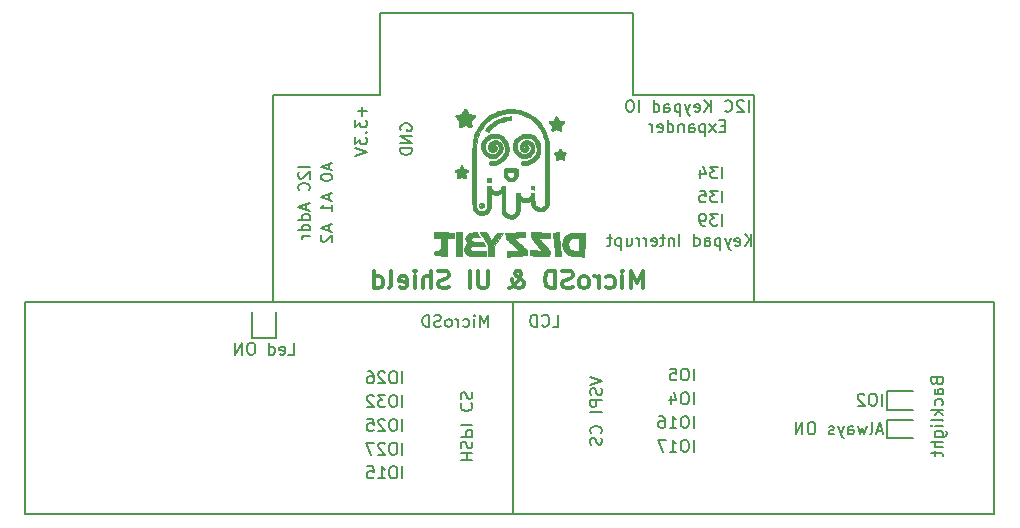
<source format=gbr>
G04 #@! TF.GenerationSoftware,KiCad,Pcbnew,(5.0.2)-1*
G04 #@! TF.CreationDate,2019-10-04T12:45:50+03:00*
G04 #@! TF.ProjectId,UI-Micro-SD,55492d4d-6963-4726-9f2d-53442e6b6963,rev?*
G04 #@! TF.SameCoordinates,Original*
G04 #@! TF.FileFunction,Legend,Bot*
G04 #@! TF.FilePolarity,Positive*
%FSLAX46Y46*%
G04 Gerber Fmt 4.6, Leading zero omitted, Abs format (unit mm)*
G04 Created by KiCad (PCBNEW (5.0.2)-1) date 04.10.2019 12:45:50*
%MOMM*%
%LPD*%
G01*
G04 APERTURE LIST*
%ADD10C,0.200000*%
%ADD11C,0.150000*%
%ADD12C,0.300000*%
%ADD13C,0.010000*%
G04 APERTURE END LIST*
D10*
X97282000Y-127685800D02*
X97282000Y-129875280D01*
X97282000Y-129875280D02*
X99314000Y-129875280D01*
X99314000Y-129875280D02*
X99314000Y-127670560D01*
D11*
X100361500Y-131262380D02*
X100837690Y-131262380D01*
X100837690Y-130262380D01*
X99647214Y-131214761D02*
X99742452Y-131262380D01*
X99932928Y-131262380D01*
X100028166Y-131214761D01*
X100075785Y-131119523D01*
X100075785Y-130738571D01*
X100028166Y-130643333D01*
X99932928Y-130595714D01*
X99742452Y-130595714D01*
X99647214Y-130643333D01*
X99599595Y-130738571D01*
X99599595Y-130833809D01*
X100075785Y-130929047D01*
X98742452Y-131262380D02*
X98742452Y-130262380D01*
X98742452Y-131214761D02*
X98837690Y-131262380D01*
X99028166Y-131262380D01*
X99123404Y-131214761D01*
X99171023Y-131167142D01*
X99218642Y-131071904D01*
X99218642Y-130786190D01*
X99171023Y-130690952D01*
X99123404Y-130643333D01*
X99028166Y-130595714D01*
X98837690Y-130595714D01*
X98742452Y-130643333D01*
X97313880Y-130262380D02*
X97123404Y-130262380D01*
X97028166Y-130310000D01*
X96932928Y-130405238D01*
X96885309Y-130595714D01*
X96885309Y-130929047D01*
X96932928Y-131119523D01*
X97028166Y-131214761D01*
X97123404Y-131262380D01*
X97313880Y-131262380D01*
X97409119Y-131214761D01*
X97504357Y-131119523D01*
X97551976Y-130929047D01*
X97551976Y-130595714D01*
X97504357Y-130405238D01*
X97409119Y-130310000D01*
X97313880Y-130262380D01*
X96456738Y-131262380D02*
X96456738Y-130262380D01*
X95885309Y-131262380D01*
X95885309Y-130262380D01*
D10*
X129540000Y-102362000D02*
X129540000Y-109283500D01*
X108140500Y-102362000D02*
X129540000Y-102362000D01*
X129540000Y-109283500D02*
X139763500Y-109283500D01*
X99060000Y-109283500D02*
X108140500Y-109283500D01*
X108140500Y-109283500D02*
X108140500Y-102362000D01*
X139342166Y-110727380D02*
X139342166Y-109727380D01*
X138913595Y-109822619D02*
X138865976Y-109775000D01*
X138770738Y-109727380D01*
X138532642Y-109727380D01*
X138437404Y-109775000D01*
X138389785Y-109822619D01*
X138342166Y-109917857D01*
X138342166Y-110013095D01*
X138389785Y-110155952D01*
X138961214Y-110727380D01*
X138342166Y-110727380D01*
X137342166Y-110632142D02*
X137389785Y-110679761D01*
X137532642Y-110727380D01*
X137627880Y-110727380D01*
X137770738Y-110679761D01*
X137865976Y-110584523D01*
X137913595Y-110489285D01*
X137961214Y-110298809D01*
X137961214Y-110155952D01*
X137913595Y-109965476D01*
X137865976Y-109870238D01*
X137770738Y-109775000D01*
X137627880Y-109727380D01*
X137532642Y-109727380D01*
X137389785Y-109775000D01*
X137342166Y-109822619D01*
X136151690Y-110727380D02*
X136151690Y-109727380D01*
X135580261Y-110727380D02*
X136008833Y-110155952D01*
X135580261Y-109727380D02*
X136151690Y-110298809D01*
X134770738Y-110679761D02*
X134865976Y-110727380D01*
X135056452Y-110727380D01*
X135151690Y-110679761D01*
X135199309Y-110584523D01*
X135199309Y-110203571D01*
X135151690Y-110108333D01*
X135056452Y-110060714D01*
X134865976Y-110060714D01*
X134770738Y-110108333D01*
X134723119Y-110203571D01*
X134723119Y-110298809D01*
X135199309Y-110394047D01*
X134389785Y-110060714D02*
X134151690Y-110727380D01*
X133913595Y-110060714D02*
X134151690Y-110727380D01*
X134246928Y-110965476D01*
X134294547Y-111013095D01*
X134389785Y-111060714D01*
X133532642Y-110060714D02*
X133532642Y-111060714D01*
X133532642Y-110108333D02*
X133437404Y-110060714D01*
X133246928Y-110060714D01*
X133151690Y-110108333D01*
X133104071Y-110155952D01*
X133056452Y-110251190D01*
X133056452Y-110536904D01*
X133104071Y-110632142D01*
X133151690Y-110679761D01*
X133246928Y-110727380D01*
X133437404Y-110727380D01*
X133532642Y-110679761D01*
X132199309Y-110727380D02*
X132199309Y-110203571D01*
X132246928Y-110108333D01*
X132342166Y-110060714D01*
X132532642Y-110060714D01*
X132627880Y-110108333D01*
X132199309Y-110679761D02*
X132294547Y-110727380D01*
X132532642Y-110727380D01*
X132627880Y-110679761D01*
X132675500Y-110584523D01*
X132675500Y-110489285D01*
X132627880Y-110394047D01*
X132532642Y-110346428D01*
X132294547Y-110346428D01*
X132199309Y-110298809D01*
X131294547Y-110727380D02*
X131294547Y-109727380D01*
X131294547Y-110679761D02*
X131389785Y-110727380D01*
X131580261Y-110727380D01*
X131675500Y-110679761D01*
X131723119Y-110632142D01*
X131770738Y-110536904D01*
X131770738Y-110251190D01*
X131723119Y-110155952D01*
X131675500Y-110108333D01*
X131580261Y-110060714D01*
X131389785Y-110060714D01*
X131294547Y-110108333D01*
X130056452Y-110727380D02*
X130056452Y-109727380D01*
X129389785Y-109727380D02*
X129199309Y-109727380D01*
X129104071Y-109775000D01*
X129008833Y-109870238D01*
X128961214Y-110060714D01*
X128961214Y-110394047D01*
X129008833Y-110584523D01*
X129104071Y-110679761D01*
X129199309Y-110727380D01*
X129389785Y-110727380D01*
X129485023Y-110679761D01*
X129580261Y-110584523D01*
X129627880Y-110394047D01*
X129627880Y-110060714D01*
X129580261Y-109870238D01*
X129485023Y-109775000D01*
X129389785Y-109727380D01*
X137342166Y-111903571D02*
X137008833Y-111903571D01*
X136865976Y-112427380D02*
X137342166Y-112427380D01*
X137342166Y-111427380D01*
X136865976Y-111427380D01*
X136532642Y-112427380D02*
X136008833Y-111760714D01*
X136532642Y-111760714D02*
X136008833Y-112427380D01*
X135627880Y-111760714D02*
X135627880Y-112760714D01*
X135627880Y-111808333D02*
X135532642Y-111760714D01*
X135342166Y-111760714D01*
X135246928Y-111808333D01*
X135199309Y-111855952D01*
X135151690Y-111951190D01*
X135151690Y-112236904D01*
X135199309Y-112332142D01*
X135246928Y-112379761D01*
X135342166Y-112427380D01*
X135532642Y-112427380D01*
X135627880Y-112379761D01*
X134294547Y-112427380D02*
X134294547Y-111903571D01*
X134342166Y-111808333D01*
X134437404Y-111760714D01*
X134627880Y-111760714D01*
X134723119Y-111808333D01*
X134294547Y-112379761D02*
X134389785Y-112427380D01*
X134627880Y-112427380D01*
X134723119Y-112379761D01*
X134770738Y-112284523D01*
X134770738Y-112189285D01*
X134723119Y-112094047D01*
X134627880Y-112046428D01*
X134389785Y-112046428D01*
X134294547Y-111998809D01*
X133818357Y-111760714D02*
X133818357Y-112427380D01*
X133818357Y-111855952D02*
X133770738Y-111808333D01*
X133675500Y-111760714D01*
X133532642Y-111760714D01*
X133437404Y-111808333D01*
X133389785Y-111903571D01*
X133389785Y-112427380D01*
X132485023Y-112427380D02*
X132485023Y-111427380D01*
X132485023Y-112379761D02*
X132580261Y-112427380D01*
X132770738Y-112427380D01*
X132865976Y-112379761D01*
X132913595Y-112332142D01*
X132961214Y-112236904D01*
X132961214Y-111951190D01*
X132913595Y-111855952D01*
X132865976Y-111808333D01*
X132770738Y-111760714D01*
X132580261Y-111760714D01*
X132485023Y-111808333D01*
X131627880Y-112379761D02*
X131723119Y-112427380D01*
X131913595Y-112427380D01*
X132008833Y-112379761D01*
X132056452Y-112284523D01*
X132056452Y-111903571D01*
X132008833Y-111808333D01*
X131913595Y-111760714D01*
X131723119Y-111760714D01*
X131627880Y-111808333D01*
X131580261Y-111903571D01*
X131580261Y-111998809D01*
X132056452Y-112094047D01*
X131151690Y-112427380D02*
X131151690Y-111760714D01*
X131151690Y-111951190D02*
X131104071Y-111855952D01*
X131056452Y-111808333D01*
X130961214Y-111760714D01*
X130865976Y-111760714D01*
X139763500Y-109283500D02*
X139763500Y-126809500D01*
X99060000Y-109283500D02*
X99060000Y-126809500D01*
X122737476Y-128895100D02*
X123213666Y-128895100D01*
X123213666Y-127895100D01*
X121832714Y-128799862D02*
X121880333Y-128847481D01*
X122023190Y-128895100D01*
X122118428Y-128895100D01*
X122261285Y-128847481D01*
X122356523Y-128752243D01*
X122404142Y-128657005D01*
X122451761Y-128466529D01*
X122451761Y-128323672D01*
X122404142Y-128133196D01*
X122356523Y-128037958D01*
X122261285Y-127942720D01*
X122118428Y-127895100D01*
X122023190Y-127895100D01*
X121880333Y-127942720D01*
X121832714Y-127990339D01*
X121404142Y-128895100D02*
X121404142Y-127895100D01*
X121166047Y-127895100D01*
X121023190Y-127942720D01*
X120927952Y-128037958D01*
X120880333Y-128133196D01*
X120832714Y-128323672D01*
X120832714Y-128466529D01*
X120880333Y-128657005D01*
X120927952Y-128752243D01*
X121023190Y-128847481D01*
X121166047Y-128895100D01*
X121404142Y-128895100D01*
X117228595Y-128912880D02*
X117228595Y-127912880D01*
X116895261Y-128627166D01*
X116561928Y-127912880D01*
X116561928Y-128912880D01*
X116085738Y-128912880D02*
X116085738Y-128246214D01*
X116085738Y-127912880D02*
X116133357Y-127960500D01*
X116085738Y-128008119D01*
X116038119Y-127960500D01*
X116085738Y-127912880D01*
X116085738Y-128008119D01*
X115180976Y-128865261D02*
X115276214Y-128912880D01*
X115466690Y-128912880D01*
X115561928Y-128865261D01*
X115609547Y-128817642D01*
X115657166Y-128722404D01*
X115657166Y-128436690D01*
X115609547Y-128341452D01*
X115561928Y-128293833D01*
X115466690Y-128246214D01*
X115276214Y-128246214D01*
X115180976Y-128293833D01*
X114752404Y-128912880D02*
X114752404Y-128246214D01*
X114752404Y-128436690D02*
X114704785Y-128341452D01*
X114657166Y-128293833D01*
X114561928Y-128246214D01*
X114466690Y-128246214D01*
X113990500Y-128912880D02*
X114085738Y-128865261D01*
X114133357Y-128817642D01*
X114180976Y-128722404D01*
X114180976Y-128436690D01*
X114133357Y-128341452D01*
X114085738Y-128293833D01*
X113990500Y-128246214D01*
X113847642Y-128246214D01*
X113752404Y-128293833D01*
X113704785Y-128341452D01*
X113657166Y-128436690D01*
X113657166Y-128722404D01*
X113704785Y-128817642D01*
X113752404Y-128865261D01*
X113847642Y-128912880D01*
X113990500Y-128912880D01*
X113276214Y-128865261D02*
X113133357Y-128912880D01*
X112895261Y-128912880D01*
X112800023Y-128865261D01*
X112752404Y-128817642D01*
X112704785Y-128722404D01*
X112704785Y-128627166D01*
X112752404Y-128531928D01*
X112800023Y-128484309D01*
X112895261Y-128436690D01*
X113085738Y-128389071D01*
X113180976Y-128341452D01*
X113228595Y-128293833D01*
X113276214Y-128198595D01*
X113276214Y-128103357D01*
X113228595Y-128008119D01*
X113180976Y-127960500D01*
X113085738Y-127912880D01*
X112847642Y-127912880D01*
X112704785Y-127960500D01*
X112276214Y-128912880D02*
X112276214Y-127912880D01*
X112038119Y-127912880D01*
X111895261Y-127960500D01*
X111800023Y-128055738D01*
X111752404Y-128150976D01*
X111704785Y-128341452D01*
X111704785Y-128484309D01*
X111752404Y-128674785D01*
X111800023Y-128770023D01*
X111895261Y-128865261D01*
X112038119Y-128912880D01*
X112276214Y-128912880D01*
X78105000Y-126809500D02*
X160147000Y-126809500D01*
X160147000Y-126812040D02*
X160147000Y-144780000D01*
X78105000Y-144780000D02*
X78105000Y-126812040D01*
X119415560Y-126812040D02*
X119415560Y-144780000D01*
X160147000Y-144780000D02*
X78105000Y-144780000D01*
D11*
X137096380Y-120340380D02*
X137096380Y-119340380D01*
X136715428Y-119340380D02*
X136096380Y-119340380D01*
X136429714Y-119721333D01*
X136286857Y-119721333D01*
X136191619Y-119768952D01*
X136144000Y-119816571D01*
X136096380Y-119911809D01*
X136096380Y-120149904D01*
X136144000Y-120245142D01*
X136191619Y-120292761D01*
X136286857Y-120340380D01*
X136572571Y-120340380D01*
X136667809Y-120292761D01*
X136715428Y-120245142D01*
X135620190Y-120340380D02*
X135429714Y-120340380D01*
X135334476Y-120292761D01*
X135286857Y-120245142D01*
X135191619Y-120102285D01*
X135144000Y-119911809D01*
X135144000Y-119530857D01*
X135191619Y-119435619D01*
X135239238Y-119388000D01*
X135334476Y-119340380D01*
X135524952Y-119340380D01*
X135620190Y-119388000D01*
X135667809Y-119435619D01*
X135715428Y-119530857D01*
X135715428Y-119768952D01*
X135667809Y-119864190D01*
X135620190Y-119911809D01*
X135524952Y-119959428D01*
X135334476Y-119959428D01*
X135239238Y-119911809D01*
X135191619Y-119864190D01*
X135144000Y-119768952D01*
X137096380Y-118371880D02*
X137096380Y-117371880D01*
X136715428Y-117371880D02*
X136096380Y-117371880D01*
X136429714Y-117752833D01*
X136286857Y-117752833D01*
X136191619Y-117800452D01*
X136144000Y-117848071D01*
X136096380Y-117943309D01*
X136096380Y-118181404D01*
X136144000Y-118276642D01*
X136191619Y-118324261D01*
X136286857Y-118371880D01*
X136572571Y-118371880D01*
X136667809Y-118324261D01*
X136715428Y-118276642D01*
X135191619Y-117371880D02*
X135667809Y-117371880D01*
X135715428Y-117848071D01*
X135667809Y-117800452D01*
X135572571Y-117752833D01*
X135334476Y-117752833D01*
X135239238Y-117800452D01*
X135191619Y-117848071D01*
X135144000Y-117943309D01*
X135144000Y-118181404D01*
X135191619Y-118276642D01*
X135239238Y-118324261D01*
X135334476Y-118371880D01*
X135572571Y-118371880D01*
X135667809Y-118324261D01*
X135715428Y-118276642D01*
X137096380Y-116339880D02*
X137096380Y-115339880D01*
X136715428Y-115339880D02*
X136096380Y-115339880D01*
X136429714Y-115720833D01*
X136286857Y-115720833D01*
X136191619Y-115768452D01*
X136144000Y-115816071D01*
X136096380Y-115911309D01*
X136096380Y-116149404D01*
X136144000Y-116244642D01*
X136191619Y-116292261D01*
X136286857Y-116339880D01*
X136572571Y-116339880D01*
X136667809Y-116292261D01*
X136715428Y-116244642D01*
X135239238Y-115673214D02*
X135239238Y-116339880D01*
X135477333Y-115292261D02*
X135715428Y-116006547D01*
X135096380Y-116006547D01*
X139564309Y-122054880D02*
X139564309Y-121054880D01*
X138992880Y-122054880D02*
X139421452Y-121483452D01*
X138992880Y-121054880D02*
X139564309Y-121626309D01*
X138183357Y-122007261D02*
X138278595Y-122054880D01*
X138469071Y-122054880D01*
X138564309Y-122007261D01*
X138611928Y-121912023D01*
X138611928Y-121531071D01*
X138564309Y-121435833D01*
X138469071Y-121388214D01*
X138278595Y-121388214D01*
X138183357Y-121435833D01*
X138135738Y-121531071D01*
X138135738Y-121626309D01*
X138611928Y-121721547D01*
X137802404Y-121388214D02*
X137564309Y-122054880D01*
X137326214Y-121388214D02*
X137564309Y-122054880D01*
X137659547Y-122292976D01*
X137707166Y-122340595D01*
X137802404Y-122388214D01*
X136945261Y-121388214D02*
X136945261Y-122388214D01*
X136945261Y-121435833D02*
X136850023Y-121388214D01*
X136659547Y-121388214D01*
X136564309Y-121435833D01*
X136516690Y-121483452D01*
X136469071Y-121578690D01*
X136469071Y-121864404D01*
X136516690Y-121959642D01*
X136564309Y-122007261D01*
X136659547Y-122054880D01*
X136850023Y-122054880D01*
X136945261Y-122007261D01*
X135611928Y-122054880D02*
X135611928Y-121531071D01*
X135659547Y-121435833D01*
X135754785Y-121388214D01*
X135945261Y-121388214D01*
X136040500Y-121435833D01*
X135611928Y-122007261D02*
X135707166Y-122054880D01*
X135945261Y-122054880D01*
X136040500Y-122007261D01*
X136088119Y-121912023D01*
X136088119Y-121816785D01*
X136040500Y-121721547D01*
X135945261Y-121673928D01*
X135707166Y-121673928D01*
X135611928Y-121626309D01*
X134707166Y-122054880D02*
X134707166Y-121054880D01*
X134707166Y-122007261D02*
X134802404Y-122054880D01*
X134992880Y-122054880D01*
X135088119Y-122007261D01*
X135135738Y-121959642D01*
X135183357Y-121864404D01*
X135183357Y-121578690D01*
X135135738Y-121483452D01*
X135088119Y-121435833D01*
X134992880Y-121388214D01*
X134802404Y-121388214D01*
X134707166Y-121435833D01*
X133469071Y-122054880D02*
X133469071Y-121054880D01*
X132992880Y-121388214D02*
X132992880Y-122054880D01*
X132992880Y-121483452D02*
X132945261Y-121435833D01*
X132850023Y-121388214D01*
X132707166Y-121388214D01*
X132611928Y-121435833D01*
X132564309Y-121531071D01*
X132564309Y-122054880D01*
X132230976Y-121388214D02*
X131850023Y-121388214D01*
X132088119Y-121054880D02*
X132088119Y-121912023D01*
X132040500Y-122007261D01*
X131945261Y-122054880D01*
X131850023Y-122054880D01*
X131135738Y-122007261D02*
X131230976Y-122054880D01*
X131421452Y-122054880D01*
X131516690Y-122007261D01*
X131564309Y-121912023D01*
X131564309Y-121531071D01*
X131516690Y-121435833D01*
X131421452Y-121388214D01*
X131230976Y-121388214D01*
X131135738Y-121435833D01*
X131088119Y-121531071D01*
X131088119Y-121626309D01*
X131564309Y-121721547D01*
X130659547Y-122054880D02*
X130659547Y-121388214D01*
X130659547Y-121578690D02*
X130611928Y-121483452D01*
X130564309Y-121435833D01*
X130469071Y-121388214D01*
X130373833Y-121388214D01*
X130040500Y-122054880D02*
X130040500Y-121388214D01*
X130040500Y-121578690D02*
X129992880Y-121483452D01*
X129945261Y-121435833D01*
X129850023Y-121388214D01*
X129754785Y-121388214D01*
X128992880Y-121388214D02*
X128992880Y-122054880D01*
X129421452Y-121388214D02*
X129421452Y-121912023D01*
X129373833Y-122007261D01*
X129278595Y-122054880D01*
X129135738Y-122054880D01*
X129040500Y-122007261D01*
X128992880Y-121959642D01*
X128516690Y-121388214D02*
X128516690Y-122388214D01*
X128516690Y-121435833D02*
X128421452Y-121388214D01*
X128230976Y-121388214D01*
X128135738Y-121435833D01*
X128088119Y-121483452D01*
X128040500Y-121578690D01*
X128040500Y-121864404D01*
X128088119Y-121959642D01*
X128135738Y-122007261D01*
X128230976Y-122054880D01*
X128421452Y-122054880D01*
X128516690Y-122007261D01*
X127754785Y-121388214D02*
X127373833Y-121388214D01*
X127611928Y-121054880D02*
X127611928Y-121912023D01*
X127564309Y-122007261D01*
X127469071Y-122054880D01*
X127373833Y-122054880D01*
X103798666Y-120302414D02*
X103798666Y-120778604D01*
X104084380Y-120207176D02*
X103084380Y-120540509D01*
X104084380Y-120873842D01*
X103179619Y-121159557D02*
X103132000Y-121207176D01*
X103084380Y-121302414D01*
X103084380Y-121540509D01*
X103132000Y-121635747D01*
X103179619Y-121683366D01*
X103274857Y-121730985D01*
X103370095Y-121730985D01*
X103512952Y-121683366D01*
X104084380Y-121111938D01*
X104084380Y-121730985D01*
X103798666Y-117702414D02*
X103798666Y-118178604D01*
X104084380Y-117607176D02*
X103084380Y-117940509D01*
X104084380Y-118273842D01*
X104084380Y-119130985D02*
X104084380Y-118559557D01*
X104084380Y-118845271D02*
X103084380Y-118845271D01*
X103227238Y-118750033D01*
X103322476Y-118654795D01*
X103370095Y-118559557D01*
X103798666Y-115102414D02*
X103798666Y-115578604D01*
X104084380Y-115007176D02*
X103084380Y-115340509D01*
X104084380Y-115673842D01*
X103084380Y-116197652D02*
X103084380Y-116292890D01*
X103132000Y-116388128D01*
X103179619Y-116435747D01*
X103274857Y-116483366D01*
X103465333Y-116530985D01*
X103703428Y-116530985D01*
X103893904Y-116483366D01*
X103989142Y-116435747D01*
X104036761Y-116388128D01*
X104084380Y-116292890D01*
X104084380Y-116197652D01*
X104036761Y-116102414D01*
X103989142Y-116054795D01*
X103893904Y-116007176D01*
X103703428Y-115959557D01*
X103465333Y-115959557D01*
X103274857Y-116007176D01*
X103179619Y-116054795D01*
X103132000Y-116102414D01*
X103084380Y-116197652D01*
X109863000Y-112268095D02*
X109815380Y-112172857D01*
X109815380Y-112030000D01*
X109863000Y-111887142D01*
X109958238Y-111791904D01*
X110053476Y-111744285D01*
X110243952Y-111696666D01*
X110386809Y-111696666D01*
X110577285Y-111744285D01*
X110672523Y-111791904D01*
X110767761Y-111887142D01*
X110815380Y-112030000D01*
X110815380Y-112125238D01*
X110767761Y-112268095D01*
X110720142Y-112315714D01*
X110386809Y-112315714D01*
X110386809Y-112125238D01*
X110815380Y-112744285D02*
X109815380Y-112744285D01*
X110815380Y-113315714D01*
X109815380Y-113315714D01*
X110815380Y-113791904D02*
X109815380Y-113791904D01*
X109815380Y-114030000D01*
X109863000Y-114172857D01*
X109958238Y-114268095D01*
X110053476Y-114315714D01*
X110243952Y-114363333D01*
X110386809Y-114363333D01*
X110577285Y-114315714D01*
X110672523Y-114268095D01*
X110767761Y-114172857D01*
X110815380Y-114030000D01*
X110815380Y-113791904D01*
X106624428Y-110268000D02*
X106624428Y-111029904D01*
X107005380Y-110648952D02*
X106243476Y-110648952D01*
X106005380Y-111410857D02*
X106005380Y-112029904D01*
X106386333Y-111696571D01*
X106386333Y-111839428D01*
X106433952Y-111934666D01*
X106481571Y-111982285D01*
X106576809Y-112029904D01*
X106814904Y-112029904D01*
X106910142Y-111982285D01*
X106957761Y-111934666D01*
X107005380Y-111839428D01*
X107005380Y-111553714D01*
X106957761Y-111458476D01*
X106910142Y-111410857D01*
X106910142Y-112458476D02*
X106957761Y-112506095D01*
X107005380Y-112458476D01*
X106957761Y-112410857D01*
X106910142Y-112458476D01*
X107005380Y-112458476D01*
X106005380Y-112839428D02*
X106005380Y-113458476D01*
X106386333Y-113125142D01*
X106386333Y-113268000D01*
X106433952Y-113363238D01*
X106481571Y-113410857D01*
X106576809Y-113458476D01*
X106814904Y-113458476D01*
X106910142Y-113410857D01*
X106957761Y-113363238D01*
X107005380Y-113268000D01*
X107005380Y-112982285D01*
X106957761Y-112887047D01*
X106910142Y-112839428D01*
X106005380Y-113744190D02*
X107005380Y-114077523D01*
X106005380Y-114410857D01*
X102179380Y-115364000D02*
X101179380Y-115364000D01*
X101274619Y-115792571D02*
X101227000Y-115840190D01*
X101179380Y-115935428D01*
X101179380Y-116173523D01*
X101227000Y-116268761D01*
X101274619Y-116316380D01*
X101369857Y-116364000D01*
X101465095Y-116364000D01*
X101607952Y-116316380D01*
X102179380Y-115744952D01*
X102179380Y-116364000D01*
X102084142Y-117364000D02*
X102131761Y-117316380D01*
X102179380Y-117173523D01*
X102179380Y-117078285D01*
X102131761Y-116935428D01*
X102036523Y-116840190D01*
X101941285Y-116792571D01*
X101750809Y-116744952D01*
X101607952Y-116744952D01*
X101417476Y-116792571D01*
X101322238Y-116840190D01*
X101227000Y-116935428D01*
X101179380Y-117078285D01*
X101179380Y-117173523D01*
X101227000Y-117316380D01*
X101274619Y-117364000D01*
X101893666Y-118506857D02*
X101893666Y-118983047D01*
X102179380Y-118411619D02*
X101179380Y-118744952D01*
X102179380Y-119078285D01*
X102179380Y-119840190D02*
X101179380Y-119840190D01*
X102131761Y-119840190D02*
X102179380Y-119744952D01*
X102179380Y-119554476D01*
X102131761Y-119459238D01*
X102084142Y-119411619D01*
X101988904Y-119364000D01*
X101703190Y-119364000D01*
X101607952Y-119411619D01*
X101560333Y-119459238D01*
X101512714Y-119554476D01*
X101512714Y-119744952D01*
X101560333Y-119840190D01*
X102179380Y-120744952D02*
X101179380Y-120744952D01*
X102131761Y-120744952D02*
X102179380Y-120649714D01*
X102179380Y-120459238D01*
X102131761Y-120364000D01*
X102084142Y-120316380D01*
X101988904Y-120268761D01*
X101703190Y-120268761D01*
X101607952Y-120316380D01*
X101560333Y-120364000D01*
X101512714Y-120459238D01*
X101512714Y-120649714D01*
X101560333Y-120744952D01*
X102179380Y-121221142D02*
X101512714Y-121221142D01*
X101703190Y-121221142D02*
X101607952Y-121268761D01*
X101560333Y-121316380D01*
X101512714Y-121411619D01*
X101512714Y-121506857D01*
D10*
X151048720Y-134366000D02*
X151048720Y-135945880D01*
X153238200Y-134366000D02*
X151048720Y-134366000D01*
X151048720Y-135945880D02*
X153253440Y-135945880D01*
X151048720Y-138358880D02*
X153253440Y-138358880D01*
X151048720Y-136779000D02*
X151048720Y-138358880D01*
X153238200Y-136779000D02*
X151048720Y-136779000D01*
D11*
X150653618Y-137707666D02*
X150177427Y-137707666D01*
X150748856Y-137993380D02*
X150415522Y-136993380D01*
X150082189Y-137993380D01*
X149605999Y-137993380D02*
X149701237Y-137945761D01*
X149748856Y-137850523D01*
X149748856Y-136993380D01*
X149320284Y-137326714D02*
X149129808Y-137993380D01*
X148939332Y-137517190D01*
X148748856Y-137993380D01*
X148558380Y-137326714D01*
X147748856Y-137993380D02*
X147748856Y-137469571D01*
X147796475Y-137374333D01*
X147891713Y-137326714D01*
X148082189Y-137326714D01*
X148177427Y-137374333D01*
X147748856Y-137945761D02*
X147844094Y-137993380D01*
X148082189Y-137993380D01*
X148177427Y-137945761D01*
X148225046Y-137850523D01*
X148225046Y-137755285D01*
X148177427Y-137660047D01*
X148082189Y-137612428D01*
X147844094Y-137612428D01*
X147748856Y-137564809D01*
X147367903Y-137326714D02*
X147129808Y-137993380D01*
X146891713Y-137326714D02*
X147129808Y-137993380D01*
X147225046Y-138231476D01*
X147272665Y-138279095D01*
X147367903Y-138326714D01*
X146558380Y-137945761D02*
X146463142Y-137993380D01*
X146272665Y-137993380D01*
X146177427Y-137945761D01*
X146129808Y-137850523D01*
X146129808Y-137802904D01*
X146177427Y-137707666D01*
X146272665Y-137660047D01*
X146415522Y-137660047D01*
X146510761Y-137612428D01*
X146558380Y-137517190D01*
X146558380Y-137469571D01*
X146510761Y-137374333D01*
X146415522Y-137326714D01*
X146272665Y-137326714D01*
X146177427Y-137374333D01*
X144748856Y-136993380D02*
X144558380Y-136993380D01*
X144463142Y-137041000D01*
X144367903Y-137136238D01*
X144320284Y-137326714D01*
X144320284Y-137660047D01*
X144367903Y-137850523D01*
X144463142Y-137945761D01*
X144558380Y-137993380D01*
X144748856Y-137993380D01*
X144844094Y-137945761D01*
X144939332Y-137850523D01*
X144986951Y-137660047D01*
X144986951Y-137326714D01*
X144939332Y-137136238D01*
X144844094Y-137041000D01*
X144748856Y-136993380D01*
X143891713Y-137993380D02*
X143891713Y-136993380D01*
X143320284Y-137993380D01*
X143320284Y-136993380D01*
X150606000Y-135580380D02*
X150606000Y-134580380D01*
X149939333Y-134580380D02*
X149748857Y-134580380D01*
X149653619Y-134628000D01*
X149558380Y-134723238D01*
X149510761Y-134913714D01*
X149510761Y-135247047D01*
X149558380Y-135437523D01*
X149653619Y-135532761D01*
X149748857Y-135580380D01*
X149939333Y-135580380D01*
X150034571Y-135532761D01*
X150129809Y-135437523D01*
X150177428Y-135247047D01*
X150177428Y-134913714D01*
X150129809Y-134723238D01*
X150034571Y-134628000D01*
X149939333Y-134580380D01*
X149129809Y-134675619D02*
X149082190Y-134628000D01*
X148986952Y-134580380D01*
X148748857Y-134580380D01*
X148653619Y-134628000D01*
X148606000Y-134675619D01*
X148558380Y-134770857D01*
X148558380Y-134866095D01*
X148606000Y-135008952D01*
X149177428Y-135580380D01*
X148558380Y-135580380D01*
X155244491Y-133533878D02*
X155292110Y-133676735D01*
X155339729Y-133724354D01*
X155434967Y-133771973D01*
X155577824Y-133771973D01*
X155673062Y-133724354D01*
X155720681Y-133676735D01*
X155768300Y-133581497D01*
X155768300Y-133200544D01*
X154768300Y-133200544D01*
X154768300Y-133533878D01*
X154815920Y-133629116D01*
X154863539Y-133676735D01*
X154958777Y-133724354D01*
X155054015Y-133724354D01*
X155149253Y-133676735D01*
X155196872Y-133629116D01*
X155244491Y-133533878D01*
X155244491Y-133200544D01*
X155768300Y-134629116D02*
X155244491Y-134629116D01*
X155149253Y-134581497D01*
X155101634Y-134486259D01*
X155101634Y-134295782D01*
X155149253Y-134200544D01*
X155720681Y-134629116D02*
X155768300Y-134533878D01*
X155768300Y-134295782D01*
X155720681Y-134200544D01*
X155625443Y-134152925D01*
X155530205Y-134152925D01*
X155434967Y-134200544D01*
X155387348Y-134295782D01*
X155387348Y-134533878D01*
X155339729Y-134629116D01*
X155720681Y-135533878D02*
X155768300Y-135438640D01*
X155768300Y-135248163D01*
X155720681Y-135152925D01*
X155673062Y-135105306D01*
X155577824Y-135057687D01*
X155292110Y-135057687D01*
X155196872Y-135105306D01*
X155149253Y-135152925D01*
X155101634Y-135248163D01*
X155101634Y-135438640D01*
X155149253Y-135533878D01*
X155768300Y-135962449D02*
X154768300Y-135962449D01*
X155387348Y-136057687D02*
X155768300Y-136343401D01*
X155101634Y-136343401D02*
X155482586Y-135962449D01*
X155768300Y-136914830D02*
X155720681Y-136819592D01*
X155625443Y-136771973D01*
X154768300Y-136771973D01*
X155768300Y-137295782D02*
X155101634Y-137295782D01*
X154768300Y-137295782D02*
X154815920Y-137248163D01*
X154863539Y-137295782D01*
X154815920Y-137343401D01*
X154768300Y-137295782D01*
X154863539Y-137295782D01*
X155101634Y-138200544D02*
X155911158Y-138200544D01*
X156006396Y-138152925D01*
X156054015Y-138105306D01*
X156101634Y-138010068D01*
X156101634Y-137867211D01*
X156054015Y-137771973D01*
X155720681Y-138200544D02*
X155768300Y-138105306D01*
X155768300Y-137914830D01*
X155720681Y-137819592D01*
X155673062Y-137771973D01*
X155577824Y-137724354D01*
X155292110Y-137724354D01*
X155196872Y-137771973D01*
X155149253Y-137819592D01*
X155101634Y-137914830D01*
X155101634Y-138105306D01*
X155149253Y-138200544D01*
X155768300Y-138676735D02*
X154768300Y-138676735D01*
X155768300Y-139105306D02*
X155244491Y-139105306D01*
X155149253Y-139057687D01*
X155101634Y-138962449D01*
X155101634Y-138819592D01*
X155149253Y-138724354D01*
X155196872Y-138676735D01*
X155101634Y-139438640D02*
X155101634Y-139819592D01*
X154768300Y-139581497D02*
X155625443Y-139581497D01*
X155720681Y-139629116D01*
X155768300Y-139724354D01*
X155768300Y-139819592D01*
X134689030Y-139481820D02*
X134689030Y-138481820D01*
X134022363Y-138481820D02*
X133831887Y-138481820D01*
X133736649Y-138529440D01*
X133641411Y-138624678D01*
X133593792Y-138815154D01*
X133593792Y-139148487D01*
X133641411Y-139338963D01*
X133736649Y-139434201D01*
X133831887Y-139481820D01*
X134022363Y-139481820D01*
X134117601Y-139434201D01*
X134212840Y-139338963D01*
X134260459Y-139148487D01*
X134260459Y-138815154D01*
X134212840Y-138624678D01*
X134117601Y-138529440D01*
X134022363Y-138481820D01*
X132641411Y-139481820D02*
X133212840Y-139481820D01*
X132927125Y-139481820D02*
X132927125Y-138481820D01*
X133022363Y-138624678D01*
X133117601Y-138719916D01*
X133212840Y-138767535D01*
X132308078Y-138481820D02*
X131641411Y-138481820D01*
X132069982Y-139481820D01*
X134689030Y-137473526D02*
X134689030Y-136473526D01*
X134022363Y-136473526D02*
X133831887Y-136473526D01*
X133736649Y-136521146D01*
X133641411Y-136616384D01*
X133593792Y-136806860D01*
X133593792Y-137140193D01*
X133641411Y-137330669D01*
X133736649Y-137425907D01*
X133831887Y-137473526D01*
X134022363Y-137473526D01*
X134117601Y-137425907D01*
X134212840Y-137330669D01*
X134260459Y-137140193D01*
X134260459Y-136806860D01*
X134212840Y-136616384D01*
X134117601Y-136521146D01*
X134022363Y-136473526D01*
X132641411Y-137473526D02*
X133212840Y-137473526D01*
X132927125Y-137473526D02*
X132927125Y-136473526D01*
X133022363Y-136616384D01*
X133117601Y-136711622D01*
X133212840Y-136759241D01*
X131784268Y-136473526D02*
X131974744Y-136473526D01*
X132069982Y-136521146D01*
X132117601Y-136568765D01*
X132212840Y-136711622D01*
X132260459Y-136902098D01*
X132260459Y-137283050D01*
X132212840Y-137378288D01*
X132165220Y-137425907D01*
X132069982Y-137473526D01*
X131879506Y-137473526D01*
X131784268Y-137425907D01*
X131736649Y-137378288D01*
X131689030Y-137283050D01*
X131689030Y-137044955D01*
X131736649Y-136949717D01*
X131784268Y-136902098D01*
X131879506Y-136854479D01*
X132069982Y-136854479D01*
X132165220Y-136902098D01*
X132212840Y-136949717D01*
X132260459Y-137044955D01*
X134689031Y-135465233D02*
X134689031Y-134465233D01*
X134022364Y-134465233D02*
X133831888Y-134465233D01*
X133736650Y-134512853D01*
X133641411Y-134608091D01*
X133593792Y-134798567D01*
X133593792Y-135131900D01*
X133641411Y-135322376D01*
X133736650Y-135417614D01*
X133831888Y-135465233D01*
X134022364Y-135465233D01*
X134117602Y-135417614D01*
X134212840Y-135322376D01*
X134260459Y-135131900D01*
X134260459Y-134798567D01*
X134212840Y-134608091D01*
X134117602Y-134512853D01*
X134022364Y-134465233D01*
X132736650Y-134798567D02*
X132736650Y-135465233D01*
X132974745Y-134417614D02*
X133212840Y-135131900D01*
X132593792Y-135131900D01*
X134689031Y-133456940D02*
X134689031Y-132456940D01*
X134022364Y-132456940D02*
X133831888Y-132456940D01*
X133736650Y-132504560D01*
X133641411Y-132599798D01*
X133593792Y-132790274D01*
X133593792Y-133123607D01*
X133641411Y-133314083D01*
X133736650Y-133409321D01*
X133831888Y-133456940D01*
X134022364Y-133456940D01*
X134117602Y-133409321D01*
X134212840Y-133314083D01*
X134260459Y-133123607D01*
X134260459Y-132790274D01*
X134212840Y-132599798D01*
X134117602Y-132504560D01*
X134022364Y-132456940D01*
X132689031Y-132456940D02*
X133165221Y-132456940D01*
X133212840Y-132933131D01*
X133165221Y-132885512D01*
X133069983Y-132837893D01*
X132831888Y-132837893D01*
X132736650Y-132885512D01*
X132689031Y-132933131D01*
X132641411Y-133028369D01*
X132641411Y-133266464D01*
X132689031Y-133361702D01*
X132736650Y-133409321D01*
X132831888Y-133456940D01*
X133069983Y-133456940D01*
X133165221Y-133409321D01*
X133212840Y-133361702D01*
X125918980Y-133168118D02*
X126918980Y-133501451D01*
X125918980Y-133834784D01*
X126871361Y-134120499D02*
X126918980Y-134263356D01*
X126918980Y-134501451D01*
X126871361Y-134596689D01*
X126823742Y-134644308D01*
X126728504Y-134691927D01*
X126633266Y-134691927D01*
X126538028Y-134644308D01*
X126490409Y-134596689D01*
X126442790Y-134501451D01*
X126395171Y-134310975D01*
X126347552Y-134215737D01*
X126299933Y-134168118D01*
X126204695Y-134120499D01*
X126109457Y-134120499D01*
X126014219Y-134168118D01*
X125966600Y-134215737D01*
X125918980Y-134310975D01*
X125918980Y-134549070D01*
X125966600Y-134691927D01*
X126918980Y-135120499D02*
X125918980Y-135120499D01*
X125918980Y-135501451D01*
X125966600Y-135596689D01*
X126014219Y-135644308D01*
X126109457Y-135691927D01*
X126252314Y-135691927D01*
X126347552Y-135644308D01*
X126395171Y-135596689D01*
X126442790Y-135501451D01*
X126442790Y-135120499D01*
X126918980Y-136120499D02*
X125918980Y-136120499D01*
X126823742Y-137930022D02*
X126871361Y-137882403D01*
X126918980Y-137739546D01*
X126918980Y-137644308D01*
X126871361Y-137501451D01*
X126776123Y-137406213D01*
X126680885Y-137358594D01*
X126490409Y-137310975D01*
X126347552Y-137310975D01*
X126157076Y-137358594D01*
X126061838Y-137406213D01*
X125966600Y-137501451D01*
X125918980Y-137644308D01*
X125918980Y-137739546D01*
X125966600Y-137882403D01*
X126014219Y-137930022D01*
X126871361Y-138310975D02*
X126918980Y-138453832D01*
X126918980Y-138691927D01*
X126871361Y-138787165D01*
X126823742Y-138834784D01*
X126728504Y-138882403D01*
X126633266Y-138882403D01*
X126538028Y-138834784D01*
X126490409Y-138787165D01*
X126442790Y-138691927D01*
X126395171Y-138501451D01*
X126347552Y-138406213D01*
X126299933Y-138358594D01*
X126204695Y-138310975D01*
X126109457Y-138310975D01*
X126014219Y-138358594D01*
X125966600Y-138406213D01*
X125918980Y-138501451D01*
X125918980Y-138739546D01*
X125966600Y-138882403D01*
X114944899Y-140205102D02*
X115944899Y-140205102D01*
X115468708Y-140205102D02*
X115468708Y-139633674D01*
X114944899Y-139633674D02*
X115944899Y-139633674D01*
X114992518Y-139205102D02*
X114944899Y-139062245D01*
X114944899Y-138824150D01*
X114992518Y-138728912D01*
X115040137Y-138681293D01*
X115135375Y-138633674D01*
X115230613Y-138633674D01*
X115325851Y-138681293D01*
X115373470Y-138728912D01*
X115421089Y-138824150D01*
X115468708Y-139014626D01*
X115516327Y-139109864D01*
X115563946Y-139157483D01*
X115659184Y-139205102D01*
X115754422Y-139205102D01*
X115849660Y-139157483D01*
X115897280Y-139109864D01*
X115944899Y-139014626D01*
X115944899Y-138776531D01*
X115897280Y-138633674D01*
X114944899Y-138205102D02*
X115944899Y-138205102D01*
X115944899Y-137824150D01*
X115897280Y-137728912D01*
X115849660Y-137681293D01*
X115754422Y-137633674D01*
X115611565Y-137633674D01*
X115516327Y-137681293D01*
X115468708Y-137728912D01*
X115421089Y-137824150D01*
X115421089Y-138205102D01*
X114944899Y-137205102D02*
X115944899Y-137205102D01*
X115040137Y-135395579D02*
X114992518Y-135443198D01*
X114944899Y-135586055D01*
X114944899Y-135681293D01*
X114992518Y-135824150D01*
X115087756Y-135919388D01*
X115182994Y-135967007D01*
X115373470Y-136014626D01*
X115516327Y-136014626D01*
X115706803Y-135967007D01*
X115802041Y-135919388D01*
X115897280Y-135824150D01*
X115944899Y-135681293D01*
X115944899Y-135586055D01*
X115897280Y-135443198D01*
X115849660Y-135395579D01*
X114992518Y-135014626D02*
X114944899Y-134871769D01*
X114944899Y-134633674D01*
X114992518Y-134538436D01*
X115040137Y-134490817D01*
X115135375Y-134443198D01*
X115230613Y-134443198D01*
X115325851Y-134490817D01*
X115373470Y-134538436D01*
X115421089Y-134633674D01*
X115468708Y-134824150D01*
X115516327Y-134919388D01*
X115563946Y-134967007D01*
X115659184Y-135014626D01*
X115754422Y-135014626D01*
X115849660Y-134967007D01*
X115897280Y-134919388D01*
X115944899Y-134824150D01*
X115944899Y-134586055D01*
X115897280Y-134443198D01*
X110015470Y-141737340D02*
X110015470Y-140737340D01*
X109348803Y-140737340D02*
X109158327Y-140737340D01*
X109063089Y-140784960D01*
X108967851Y-140880198D01*
X108920232Y-141070674D01*
X108920232Y-141404007D01*
X108967851Y-141594483D01*
X109063089Y-141689721D01*
X109158327Y-141737340D01*
X109348803Y-141737340D01*
X109444041Y-141689721D01*
X109539280Y-141594483D01*
X109586899Y-141404007D01*
X109586899Y-141070674D01*
X109539280Y-140880198D01*
X109444041Y-140784960D01*
X109348803Y-140737340D01*
X107967851Y-141737340D02*
X108539280Y-141737340D01*
X108253565Y-141737340D02*
X108253565Y-140737340D01*
X108348803Y-140880198D01*
X108444041Y-140975436D01*
X108539280Y-141023055D01*
X107063089Y-140737340D02*
X107539280Y-140737340D01*
X107586899Y-141213531D01*
X107539280Y-141165912D01*
X107444041Y-141118293D01*
X107205946Y-141118293D01*
X107110708Y-141165912D01*
X107063089Y-141213531D01*
X107015470Y-141308769D01*
X107015470Y-141546864D01*
X107063089Y-141642102D01*
X107110708Y-141689721D01*
X107205946Y-141737340D01*
X107444041Y-141737340D01*
X107539280Y-141689721D01*
X107586899Y-141642102D01*
X110015470Y-139726930D02*
X110015470Y-138726930D01*
X109348803Y-138726930D02*
X109158327Y-138726930D01*
X109063089Y-138774550D01*
X108967851Y-138869788D01*
X108920232Y-139060264D01*
X108920232Y-139393597D01*
X108967851Y-139584073D01*
X109063089Y-139679311D01*
X109158327Y-139726930D01*
X109348803Y-139726930D01*
X109444041Y-139679311D01*
X109539280Y-139584073D01*
X109586899Y-139393597D01*
X109586899Y-139060264D01*
X109539280Y-138869788D01*
X109444041Y-138774550D01*
X109348803Y-138726930D01*
X108539280Y-138822169D02*
X108491660Y-138774550D01*
X108396422Y-138726930D01*
X108158327Y-138726930D01*
X108063089Y-138774550D01*
X108015470Y-138822169D01*
X107967851Y-138917407D01*
X107967851Y-139012645D01*
X108015470Y-139155502D01*
X108586899Y-139726930D01*
X107967851Y-139726930D01*
X107634518Y-138726930D02*
X106967851Y-138726930D01*
X107396422Y-139726930D01*
X110015470Y-137716520D02*
X110015470Y-136716520D01*
X109348803Y-136716520D02*
X109158327Y-136716520D01*
X109063089Y-136764140D01*
X108967851Y-136859378D01*
X108920232Y-137049854D01*
X108920232Y-137383187D01*
X108967851Y-137573663D01*
X109063089Y-137668901D01*
X109158327Y-137716520D01*
X109348803Y-137716520D01*
X109444041Y-137668901D01*
X109539280Y-137573663D01*
X109586899Y-137383187D01*
X109586899Y-137049854D01*
X109539280Y-136859378D01*
X109444041Y-136764140D01*
X109348803Y-136716520D01*
X108539280Y-136811759D02*
X108491660Y-136764140D01*
X108396422Y-136716520D01*
X108158327Y-136716520D01*
X108063089Y-136764140D01*
X108015470Y-136811759D01*
X107967851Y-136906997D01*
X107967851Y-137002235D01*
X108015470Y-137145092D01*
X108586899Y-137716520D01*
X107967851Y-137716520D01*
X107063089Y-136716520D02*
X107539280Y-136716520D01*
X107586899Y-137192711D01*
X107539280Y-137145092D01*
X107444041Y-137097473D01*
X107205946Y-137097473D01*
X107110708Y-137145092D01*
X107063089Y-137192711D01*
X107015470Y-137287949D01*
X107015470Y-137526044D01*
X107063089Y-137621282D01*
X107110708Y-137668901D01*
X107205946Y-137716520D01*
X107444041Y-137716520D01*
X107539280Y-137668901D01*
X107586899Y-137621282D01*
X110015470Y-135706110D02*
X110015470Y-134706110D01*
X109348803Y-134706110D02*
X109158327Y-134706110D01*
X109063089Y-134753730D01*
X108967851Y-134848968D01*
X108920232Y-135039444D01*
X108920232Y-135372777D01*
X108967851Y-135563253D01*
X109063089Y-135658491D01*
X109158327Y-135706110D01*
X109348803Y-135706110D01*
X109444041Y-135658491D01*
X109539280Y-135563253D01*
X109586899Y-135372777D01*
X109586899Y-135039444D01*
X109539280Y-134848968D01*
X109444041Y-134753730D01*
X109348803Y-134706110D01*
X108586899Y-134706110D02*
X107967851Y-134706110D01*
X108301184Y-135087063D01*
X108158327Y-135087063D01*
X108063089Y-135134682D01*
X108015470Y-135182301D01*
X107967851Y-135277539D01*
X107967851Y-135515634D01*
X108015470Y-135610872D01*
X108063089Y-135658491D01*
X108158327Y-135706110D01*
X108444041Y-135706110D01*
X108539280Y-135658491D01*
X108586899Y-135610872D01*
X107586899Y-134801349D02*
X107539280Y-134753730D01*
X107444041Y-134706110D01*
X107205946Y-134706110D01*
X107110708Y-134753730D01*
X107063089Y-134801349D01*
X107015470Y-134896587D01*
X107015470Y-134991825D01*
X107063089Y-135134682D01*
X107634518Y-135706110D01*
X107015470Y-135706110D01*
X110015470Y-133695700D02*
X110015470Y-132695700D01*
X109348803Y-132695700D02*
X109158327Y-132695700D01*
X109063089Y-132743320D01*
X108967851Y-132838558D01*
X108920232Y-133029034D01*
X108920232Y-133362367D01*
X108967851Y-133552843D01*
X109063089Y-133648081D01*
X109158327Y-133695700D01*
X109348803Y-133695700D01*
X109444041Y-133648081D01*
X109539280Y-133552843D01*
X109586899Y-133362367D01*
X109586899Y-133029034D01*
X109539280Y-132838558D01*
X109444041Y-132743320D01*
X109348803Y-132695700D01*
X108539280Y-132790939D02*
X108491660Y-132743320D01*
X108396422Y-132695700D01*
X108158327Y-132695700D01*
X108063089Y-132743320D01*
X108015470Y-132790939D01*
X107967851Y-132886177D01*
X107967851Y-132981415D01*
X108015470Y-133124272D01*
X108586899Y-133695700D01*
X107967851Y-133695700D01*
X107110708Y-132695700D02*
X107301184Y-132695700D01*
X107396422Y-132743320D01*
X107444041Y-132790939D01*
X107539280Y-132933796D01*
X107586899Y-133124272D01*
X107586899Y-133505224D01*
X107539280Y-133600462D01*
X107491660Y-133648081D01*
X107396422Y-133695700D01*
X107205946Y-133695700D01*
X107110708Y-133648081D01*
X107063089Y-133600462D01*
X107015470Y-133505224D01*
X107015470Y-133267129D01*
X107063089Y-133171891D01*
X107110708Y-133124272D01*
X107205946Y-133076653D01*
X107396422Y-133076653D01*
X107491660Y-133124272D01*
X107539280Y-133171891D01*
X107586899Y-133267129D01*
D12*
X130356141Y-125646571D02*
X130356141Y-124146571D01*
X129856141Y-125218000D01*
X129356141Y-124146571D01*
X129356141Y-125646571D01*
X128641856Y-125646571D02*
X128641856Y-124646571D01*
X128641856Y-124146571D02*
X128713284Y-124218000D01*
X128641856Y-124289428D01*
X128570427Y-124218000D01*
X128641856Y-124146571D01*
X128641856Y-124289428D01*
X127284713Y-125575142D02*
X127427570Y-125646571D01*
X127713284Y-125646571D01*
X127856141Y-125575142D01*
X127927570Y-125503714D01*
X127998999Y-125360857D01*
X127998999Y-124932285D01*
X127927570Y-124789428D01*
X127856141Y-124718000D01*
X127713284Y-124646571D01*
X127427570Y-124646571D01*
X127284713Y-124718000D01*
X126641856Y-125646571D02*
X126641856Y-124646571D01*
X126641856Y-124932285D02*
X126570427Y-124789428D01*
X126498999Y-124718000D01*
X126356141Y-124646571D01*
X126213284Y-124646571D01*
X125498999Y-125646571D02*
X125641856Y-125575142D01*
X125713284Y-125503714D01*
X125784713Y-125360857D01*
X125784713Y-124932285D01*
X125713284Y-124789428D01*
X125641856Y-124718000D01*
X125498999Y-124646571D01*
X125284713Y-124646571D01*
X125141856Y-124718000D01*
X125070427Y-124789428D01*
X124998999Y-124932285D01*
X124998999Y-125360857D01*
X125070427Y-125503714D01*
X125141856Y-125575142D01*
X125284713Y-125646571D01*
X125498999Y-125646571D01*
X124427570Y-125575142D02*
X124213284Y-125646571D01*
X123856141Y-125646571D01*
X123713284Y-125575142D01*
X123641856Y-125503714D01*
X123570427Y-125360857D01*
X123570427Y-125218000D01*
X123641856Y-125075142D01*
X123713284Y-125003714D01*
X123856141Y-124932285D01*
X124141856Y-124860857D01*
X124284713Y-124789428D01*
X124356141Y-124718000D01*
X124427570Y-124575142D01*
X124427570Y-124432285D01*
X124356141Y-124289428D01*
X124284713Y-124218000D01*
X124141856Y-124146571D01*
X123784713Y-124146571D01*
X123570427Y-124218000D01*
X122927570Y-125646571D02*
X122927570Y-124146571D01*
X122570427Y-124146571D01*
X122356141Y-124218000D01*
X122213284Y-124360857D01*
X122141856Y-124503714D01*
X122070427Y-124789428D01*
X122070427Y-125003714D01*
X122141856Y-125289428D01*
X122213284Y-125432285D01*
X122356141Y-125575142D01*
X122570427Y-125646571D01*
X122927570Y-125646571D01*
X119070427Y-125646571D02*
X119141856Y-125646571D01*
X119284713Y-125575142D01*
X119498999Y-125360857D01*
X119856141Y-124932285D01*
X119998999Y-124718000D01*
X120070427Y-124503714D01*
X120070427Y-124360857D01*
X119998999Y-124218000D01*
X119856141Y-124146571D01*
X119784713Y-124146571D01*
X119641856Y-124218000D01*
X119570427Y-124360857D01*
X119570427Y-124432285D01*
X119641856Y-124575142D01*
X119713284Y-124646571D01*
X120141856Y-124932285D01*
X120213284Y-125003714D01*
X120284713Y-125146571D01*
X120284713Y-125360857D01*
X120213284Y-125503714D01*
X120141856Y-125575142D01*
X119998999Y-125646571D01*
X119784713Y-125646571D01*
X119641856Y-125575142D01*
X119570427Y-125503714D01*
X119356141Y-125218000D01*
X119284713Y-125003714D01*
X119284713Y-124860857D01*
X117284713Y-124146571D02*
X117284713Y-125360857D01*
X117213284Y-125503714D01*
X117141856Y-125575142D01*
X116998999Y-125646571D01*
X116713284Y-125646571D01*
X116570427Y-125575142D01*
X116498999Y-125503714D01*
X116427570Y-125360857D01*
X116427570Y-124146571D01*
X115713284Y-125646571D02*
X115713284Y-124146571D01*
X113927570Y-125575142D02*
X113713284Y-125646571D01*
X113356141Y-125646571D01*
X113213284Y-125575142D01*
X113141856Y-125503714D01*
X113070427Y-125360857D01*
X113070427Y-125218000D01*
X113141856Y-125075142D01*
X113213284Y-125003714D01*
X113356141Y-124932285D01*
X113641856Y-124860857D01*
X113784713Y-124789428D01*
X113856141Y-124718000D01*
X113927570Y-124575142D01*
X113927570Y-124432285D01*
X113856141Y-124289428D01*
X113784713Y-124218000D01*
X113641856Y-124146571D01*
X113284713Y-124146571D01*
X113070427Y-124218000D01*
X112427570Y-125646571D02*
X112427570Y-124146571D01*
X111784713Y-125646571D02*
X111784713Y-124860857D01*
X111856141Y-124718000D01*
X111998999Y-124646571D01*
X112213284Y-124646571D01*
X112356141Y-124718000D01*
X112427570Y-124789428D01*
X111070427Y-125646571D02*
X111070427Y-124646571D01*
X111070427Y-124146571D02*
X111141856Y-124218000D01*
X111070427Y-124289428D01*
X110998999Y-124218000D01*
X111070427Y-124146571D01*
X111070427Y-124289428D01*
X109784713Y-125575142D02*
X109927570Y-125646571D01*
X110213284Y-125646571D01*
X110356141Y-125575142D01*
X110427570Y-125432285D01*
X110427570Y-124860857D01*
X110356141Y-124718000D01*
X110213284Y-124646571D01*
X109927570Y-124646571D01*
X109784713Y-124718000D01*
X109713284Y-124860857D01*
X109713284Y-125003714D01*
X110427570Y-125146571D01*
X108856141Y-125646571D02*
X108998999Y-125575142D01*
X109070427Y-125432285D01*
X109070427Y-124146571D01*
X107641856Y-125646571D02*
X107641856Y-124146571D01*
X107641856Y-125575142D02*
X107784713Y-125646571D01*
X108070427Y-125646571D01*
X108213284Y-125575142D01*
X108284713Y-125503714D01*
X108356141Y-125360857D01*
X108356141Y-124932285D01*
X108284713Y-124789428D01*
X108213284Y-124718000D01*
X108070427Y-124646571D01*
X107784713Y-124646571D01*
X107641856Y-124718000D01*
D13*
G04 #@! TO.C,U2*
G36*
X124532996Y-120936940D02*
X124459933Y-120939817D01*
X124395197Y-120945587D01*
X124336901Y-120954378D01*
X124283156Y-120966315D01*
X124232075Y-120981525D01*
X124181772Y-121000134D01*
X124130359Y-121022269D01*
X124121659Y-121026258D01*
X124015640Y-121084821D01*
X123914217Y-121159225D01*
X123821502Y-121245787D01*
X123741607Y-121340819D01*
X123698200Y-121405881D01*
X123651554Y-121497268D01*
X123612114Y-121601450D01*
X123581562Y-121712242D01*
X123561582Y-121823459D01*
X123553859Y-121928915D01*
X123553821Y-121936308D01*
X123562330Y-122057109D01*
X123586780Y-122180750D01*
X123625548Y-122301928D01*
X123677015Y-122415343D01*
X123724279Y-122494046D01*
X123776168Y-122559789D01*
X123842070Y-122626945D01*
X123917051Y-122691293D01*
X123996177Y-122748610D01*
X124074514Y-122794675D01*
X124077167Y-122796025D01*
X124123146Y-122818537D01*
X124166772Y-122837912D01*
X124210165Y-122854539D01*
X124255447Y-122868807D01*
X124304739Y-122881104D01*
X124360162Y-122891818D01*
X124423837Y-122901338D01*
X124497885Y-122910052D01*
X124584428Y-122918348D01*
X124685587Y-122926614D01*
X124803482Y-122935240D01*
X124858296Y-122939050D01*
X124950350Y-122945410D01*
X125037798Y-122951516D01*
X125118343Y-122957203D01*
X125189688Y-122962306D01*
X125249535Y-122966659D01*
X125295586Y-122970099D01*
X125325545Y-122972458D01*
X125334637Y-122973267D01*
X125381056Y-122977936D01*
X125386472Y-122936461D01*
X125388228Y-122918343D01*
X125391106Y-122882835D01*
X125394996Y-122831565D01*
X125399788Y-122766160D01*
X125405373Y-122688247D01*
X125411642Y-122599453D01*
X125418486Y-122501407D01*
X125425795Y-122395735D01*
X125433459Y-122284064D01*
X125441370Y-122168022D01*
X125449418Y-122049236D01*
X125457494Y-121929333D01*
X125465489Y-121809941D01*
X125473292Y-121692687D01*
X125480795Y-121579198D01*
X125487888Y-121471102D01*
X125491051Y-121422464D01*
X125004704Y-121422464D01*
X125003667Y-121450378D01*
X125001529Y-121493674D01*
X124998428Y-121550183D01*
X124994502Y-121617738D01*
X124989890Y-121694169D01*
X124984729Y-121777310D01*
X124979156Y-121864991D01*
X124973309Y-121955043D01*
X124967327Y-122045300D01*
X124961348Y-122133592D01*
X124955508Y-122217751D01*
X124949946Y-122295609D01*
X124944799Y-122364997D01*
X124940206Y-122423747D01*
X124940193Y-122423909D01*
X124934317Y-122496413D01*
X124869128Y-122490719D01*
X124835505Y-122487975D01*
X124787703Y-122484329D01*
X124731263Y-122480192D01*
X124671727Y-122475975D01*
X124650747Y-122474526D01*
X124567296Y-122467787D01*
X124499707Y-122459711D01*
X124444080Y-122449453D01*
X124396516Y-122436170D01*
X124353117Y-122419016D01*
X124321040Y-122403149D01*
X124241019Y-122349895D01*
X124174467Y-122283313D01*
X124122123Y-122205196D01*
X124084727Y-122117341D01*
X124063020Y-122021542D01*
X124057741Y-121919594D01*
X124069632Y-121813292D01*
X124072307Y-121800048D01*
X124101944Y-121704981D01*
X124147714Y-121618460D01*
X124207650Y-121542411D01*
X124279784Y-121478758D01*
X124362148Y-121429426D01*
X124452777Y-121396340D01*
X124493951Y-121387561D01*
X124522317Y-121383714D01*
X124553954Y-121381586D01*
X124592118Y-121381221D01*
X124640068Y-121382659D01*
X124701062Y-121385946D01*
X124778357Y-121391122D01*
X124781345Y-121391334D01*
X124844904Y-121396067D01*
X124901635Y-121400696D01*
X124948640Y-121404951D01*
X124983016Y-121408563D01*
X125001865Y-121411262D01*
X125004504Y-121412101D01*
X125004704Y-121422464D01*
X125491051Y-121422464D01*
X125494462Y-121370026D01*
X125500408Y-121277597D01*
X125505617Y-121195443D01*
X125509978Y-121125190D01*
X125513383Y-121068467D01*
X125515722Y-121026900D01*
X125516886Y-121002117D01*
X125516896Y-120995466D01*
X125506521Y-120993960D01*
X125478466Y-120991258D01*
X125434768Y-120987523D01*
X125377466Y-120982915D01*
X125308600Y-120977598D01*
X125230208Y-120971731D01*
X125144328Y-120965478D01*
X125089264Y-120961551D01*
X124946258Y-120951850D01*
X124821016Y-120944413D01*
X124711650Y-120939364D01*
X124616272Y-120936831D01*
X124532996Y-120936940D01*
X124532996Y-120936940D01*
G37*
X124532996Y-120936940D02*
X124459933Y-120939817D01*
X124395197Y-120945587D01*
X124336901Y-120954378D01*
X124283156Y-120966315D01*
X124232075Y-120981525D01*
X124181772Y-121000134D01*
X124130359Y-121022269D01*
X124121659Y-121026258D01*
X124015640Y-121084821D01*
X123914217Y-121159225D01*
X123821502Y-121245787D01*
X123741607Y-121340819D01*
X123698200Y-121405881D01*
X123651554Y-121497268D01*
X123612114Y-121601450D01*
X123581562Y-121712242D01*
X123561582Y-121823459D01*
X123553859Y-121928915D01*
X123553821Y-121936308D01*
X123562330Y-122057109D01*
X123586780Y-122180750D01*
X123625548Y-122301928D01*
X123677015Y-122415343D01*
X123724279Y-122494046D01*
X123776168Y-122559789D01*
X123842070Y-122626945D01*
X123917051Y-122691293D01*
X123996177Y-122748610D01*
X124074514Y-122794675D01*
X124077167Y-122796025D01*
X124123146Y-122818537D01*
X124166772Y-122837912D01*
X124210165Y-122854539D01*
X124255447Y-122868807D01*
X124304739Y-122881104D01*
X124360162Y-122891818D01*
X124423837Y-122901338D01*
X124497885Y-122910052D01*
X124584428Y-122918348D01*
X124685587Y-122926614D01*
X124803482Y-122935240D01*
X124858296Y-122939050D01*
X124950350Y-122945410D01*
X125037798Y-122951516D01*
X125118343Y-122957203D01*
X125189688Y-122962306D01*
X125249535Y-122966659D01*
X125295586Y-122970099D01*
X125325545Y-122972458D01*
X125334637Y-122973267D01*
X125381056Y-122977936D01*
X125386472Y-122936461D01*
X125388228Y-122918343D01*
X125391106Y-122882835D01*
X125394996Y-122831565D01*
X125399788Y-122766160D01*
X125405373Y-122688247D01*
X125411642Y-122599453D01*
X125418486Y-122501407D01*
X125425795Y-122395735D01*
X125433459Y-122284064D01*
X125441370Y-122168022D01*
X125449418Y-122049236D01*
X125457494Y-121929333D01*
X125465489Y-121809941D01*
X125473292Y-121692687D01*
X125480795Y-121579198D01*
X125487888Y-121471102D01*
X125491051Y-121422464D01*
X125004704Y-121422464D01*
X125003667Y-121450378D01*
X125001529Y-121493674D01*
X124998428Y-121550183D01*
X124994502Y-121617738D01*
X124989890Y-121694169D01*
X124984729Y-121777310D01*
X124979156Y-121864991D01*
X124973309Y-121955043D01*
X124967327Y-122045300D01*
X124961348Y-122133592D01*
X124955508Y-122217751D01*
X124949946Y-122295609D01*
X124944799Y-122364997D01*
X124940206Y-122423747D01*
X124940193Y-122423909D01*
X124934317Y-122496413D01*
X124869128Y-122490719D01*
X124835505Y-122487975D01*
X124787703Y-122484329D01*
X124731263Y-122480192D01*
X124671727Y-122475975D01*
X124650747Y-122474526D01*
X124567296Y-122467787D01*
X124499707Y-122459711D01*
X124444080Y-122449453D01*
X124396516Y-122436170D01*
X124353117Y-122419016D01*
X124321040Y-122403149D01*
X124241019Y-122349895D01*
X124174467Y-122283313D01*
X124122123Y-122205196D01*
X124084727Y-122117341D01*
X124063020Y-122021542D01*
X124057741Y-121919594D01*
X124069632Y-121813292D01*
X124072307Y-121800048D01*
X124101944Y-121704981D01*
X124147714Y-121618460D01*
X124207650Y-121542411D01*
X124279784Y-121478758D01*
X124362148Y-121429426D01*
X124452777Y-121396340D01*
X124493951Y-121387561D01*
X124522317Y-121383714D01*
X124553954Y-121381586D01*
X124592118Y-121381221D01*
X124640068Y-121382659D01*
X124701062Y-121385946D01*
X124778357Y-121391122D01*
X124781345Y-121391334D01*
X124844904Y-121396067D01*
X124901635Y-121400696D01*
X124948640Y-121404951D01*
X124983016Y-121408563D01*
X125001865Y-121411262D01*
X125004504Y-121412101D01*
X125004704Y-121422464D01*
X125491051Y-121422464D01*
X125494462Y-121370026D01*
X125500408Y-121277597D01*
X125505617Y-121195443D01*
X125509978Y-121125190D01*
X125513383Y-121068467D01*
X125515722Y-121026900D01*
X125516886Y-121002117D01*
X125516896Y-120995466D01*
X125506521Y-120993960D01*
X125478466Y-120991258D01*
X125434768Y-120987523D01*
X125377466Y-120982915D01*
X125308600Y-120977598D01*
X125230208Y-120971731D01*
X125144328Y-120965478D01*
X125089264Y-120961551D01*
X124946258Y-120951850D01*
X124821016Y-120944413D01*
X124711650Y-120939364D01*
X124616272Y-120936831D01*
X124532996Y-120936940D01*
G36*
X120359171Y-120864403D02*
X120328639Y-120866626D01*
X120282220Y-120870196D01*
X120221687Y-120874965D01*
X120148817Y-120880788D01*
X120065382Y-120887517D01*
X119973159Y-120895005D01*
X119873921Y-120903106D01*
X119769444Y-120911672D01*
X119661503Y-120920557D01*
X119551872Y-120929613D01*
X119442325Y-120938694D01*
X119334639Y-120947654D01*
X119230587Y-120956344D01*
X119131944Y-120964619D01*
X119040485Y-120972330D01*
X118957984Y-120979333D01*
X118886217Y-120985479D01*
X118826959Y-120990621D01*
X118781983Y-120994614D01*
X118753065Y-120997309D01*
X118741980Y-120998560D01*
X118741924Y-120998583D01*
X118741651Y-121008760D01*
X118742868Y-121035789D01*
X118745392Y-121076828D01*
X118749042Y-121129033D01*
X118753636Y-121189560D01*
X118756060Y-121219953D01*
X118773766Y-121438663D01*
X118833755Y-121495861D01*
X118859370Y-121519932D01*
X118897560Y-121555336D01*
X118946597Y-121600503D01*
X119004754Y-121653863D01*
X119070302Y-121713843D01*
X119141514Y-121778873D01*
X119216661Y-121847383D01*
X119294016Y-121917800D01*
X119371850Y-121988554D01*
X119448437Y-122058073D01*
X119522047Y-122124788D01*
X119590953Y-122187126D01*
X119653428Y-122243517D01*
X119707742Y-122292389D01*
X119752169Y-122332172D01*
X119784981Y-122361295D01*
X119800328Y-122374682D01*
X119888305Y-122450238D01*
X119796238Y-122457003D01*
X119697511Y-122464371D01*
X119596345Y-122472131D01*
X119494689Y-122480116D01*
X119394492Y-122488160D01*
X119297701Y-122496098D01*
X119206267Y-122503763D01*
X119122138Y-122510989D01*
X119047263Y-122517610D01*
X118983591Y-122523460D01*
X118933071Y-122528373D01*
X118897651Y-122532184D01*
X118879281Y-122534725D01*
X118877206Y-122535304D01*
X118873732Y-122544854D01*
X118872510Y-122568724D01*
X118873574Y-122608243D01*
X118876960Y-122664743D01*
X118882593Y-122738219D01*
X118887552Y-122799790D01*
X118891891Y-122855744D01*
X118895359Y-122902664D01*
X118897704Y-122937134D01*
X118898674Y-122955739D01*
X118898686Y-122956755D01*
X118901868Y-122972131D01*
X118915235Y-122977674D01*
X118930805Y-122977834D01*
X118945467Y-122976841D01*
X118978288Y-122974309D01*
X119027730Y-122970367D01*
X119092255Y-122965140D01*
X119170325Y-122958755D01*
X119260403Y-122951339D01*
X119360951Y-122943016D01*
X119470432Y-122933915D01*
X119587307Y-122924161D01*
X119710039Y-122913881D01*
X119767155Y-122909085D01*
X119891229Y-122898613D01*
X120009551Y-122888540D01*
X120120652Y-122878996D01*
X120223062Y-122870113D01*
X120315312Y-122862019D01*
X120395934Y-122854845D01*
X120463458Y-122848722D01*
X120516415Y-122843779D01*
X120553336Y-122840146D01*
X120572752Y-122837955D01*
X120575433Y-122837445D01*
X120575803Y-122826859D01*
X120574601Y-122799437D01*
X120572016Y-122758030D01*
X120568232Y-122705489D01*
X120563436Y-122644665D01*
X120560767Y-122612638D01*
X120542052Y-122391879D01*
X120512391Y-122366700D01*
X120499952Y-122355835D01*
X120474094Y-122333003D01*
X120436151Y-122299388D01*
X120387458Y-122256177D01*
X120329350Y-122204556D01*
X120263163Y-122145711D01*
X120190230Y-122080829D01*
X120111887Y-122011094D01*
X120029469Y-121937694D01*
X120007398Y-121918032D01*
X119922796Y-121842812D01*
X119840810Y-121770218D01*
X119762920Y-121701538D01*
X119690605Y-121638065D01*
X119625345Y-121581090D01*
X119568620Y-121531904D01*
X119521910Y-121491798D01*
X119486694Y-121462064D01*
X119464452Y-121443992D01*
X119461916Y-121442058D01*
X119391764Y-121389574D01*
X119463960Y-121384262D01*
X119546632Y-121378085D01*
X119635314Y-121371292D01*
X119727936Y-121364054D01*
X119822431Y-121356545D01*
X119916731Y-121348936D01*
X120008768Y-121341400D01*
X120096473Y-121334110D01*
X120177780Y-121327239D01*
X120250620Y-121320958D01*
X120312925Y-121315440D01*
X120362628Y-121310857D01*
X120397659Y-121307383D01*
X120415952Y-121305189D01*
X120418161Y-121304678D01*
X120418776Y-121293876D01*
X120417860Y-121266264D01*
X120415580Y-121224727D01*
X120412104Y-121172147D01*
X120407598Y-121111409D01*
X120405260Y-121081952D01*
X120399226Y-121009717D01*
X120394126Y-120954943D01*
X120389617Y-120915368D01*
X120385353Y-120888726D01*
X120380990Y-120872755D01*
X120376184Y-120865191D01*
X120372039Y-120863673D01*
X120359171Y-120864403D01*
X120359171Y-120864403D01*
G37*
X120359171Y-120864403D02*
X120328639Y-120866626D01*
X120282220Y-120870196D01*
X120221687Y-120874965D01*
X120148817Y-120880788D01*
X120065382Y-120887517D01*
X119973159Y-120895005D01*
X119873921Y-120903106D01*
X119769444Y-120911672D01*
X119661503Y-120920557D01*
X119551872Y-120929613D01*
X119442325Y-120938694D01*
X119334639Y-120947654D01*
X119230587Y-120956344D01*
X119131944Y-120964619D01*
X119040485Y-120972330D01*
X118957984Y-120979333D01*
X118886217Y-120985479D01*
X118826959Y-120990621D01*
X118781983Y-120994614D01*
X118753065Y-120997309D01*
X118741980Y-120998560D01*
X118741924Y-120998583D01*
X118741651Y-121008760D01*
X118742868Y-121035789D01*
X118745392Y-121076828D01*
X118749042Y-121129033D01*
X118753636Y-121189560D01*
X118756060Y-121219953D01*
X118773766Y-121438663D01*
X118833755Y-121495861D01*
X118859370Y-121519932D01*
X118897560Y-121555336D01*
X118946597Y-121600503D01*
X119004754Y-121653863D01*
X119070302Y-121713843D01*
X119141514Y-121778873D01*
X119216661Y-121847383D01*
X119294016Y-121917800D01*
X119371850Y-121988554D01*
X119448437Y-122058073D01*
X119522047Y-122124788D01*
X119590953Y-122187126D01*
X119653428Y-122243517D01*
X119707742Y-122292389D01*
X119752169Y-122332172D01*
X119784981Y-122361295D01*
X119800328Y-122374682D01*
X119888305Y-122450238D01*
X119796238Y-122457003D01*
X119697511Y-122464371D01*
X119596345Y-122472131D01*
X119494689Y-122480116D01*
X119394492Y-122488160D01*
X119297701Y-122496098D01*
X119206267Y-122503763D01*
X119122138Y-122510989D01*
X119047263Y-122517610D01*
X118983591Y-122523460D01*
X118933071Y-122528373D01*
X118897651Y-122532184D01*
X118879281Y-122534725D01*
X118877206Y-122535304D01*
X118873732Y-122544854D01*
X118872510Y-122568724D01*
X118873574Y-122608243D01*
X118876960Y-122664743D01*
X118882593Y-122738219D01*
X118887552Y-122799790D01*
X118891891Y-122855744D01*
X118895359Y-122902664D01*
X118897704Y-122937134D01*
X118898674Y-122955739D01*
X118898686Y-122956755D01*
X118901868Y-122972131D01*
X118915235Y-122977674D01*
X118930805Y-122977834D01*
X118945467Y-122976841D01*
X118978288Y-122974309D01*
X119027730Y-122970367D01*
X119092255Y-122965140D01*
X119170325Y-122958755D01*
X119260403Y-122951339D01*
X119360951Y-122943016D01*
X119470432Y-122933915D01*
X119587307Y-122924161D01*
X119710039Y-122913881D01*
X119767155Y-122909085D01*
X119891229Y-122898613D01*
X120009551Y-122888540D01*
X120120652Y-122878996D01*
X120223062Y-122870113D01*
X120315312Y-122862019D01*
X120395934Y-122854845D01*
X120463458Y-122848722D01*
X120516415Y-122843779D01*
X120553336Y-122840146D01*
X120572752Y-122837955D01*
X120575433Y-122837445D01*
X120575803Y-122826859D01*
X120574601Y-122799437D01*
X120572016Y-122758030D01*
X120568232Y-122705489D01*
X120563436Y-122644665D01*
X120560767Y-122612638D01*
X120542052Y-122391879D01*
X120512391Y-122366700D01*
X120499952Y-122355835D01*
X120474094Y-122333003D01*
X120436151Y-122299388D01*
X120387458Y-122256177D01*
X120329350Y-122204556D01*
X120263163Y-122145711D01*
X120190230Y-122080829D01*
X120111887Y-122011094D01*
X120029469Y-121937694D01*
X120007398Y-121918032D01*
X119922796Y-121842812D01*
X119840810Y-121770218D01*
X119762920Y-121701538D01*
X119690605Y-121638065D01*
X119625345Y-121581090D01*
X119568620Y-121531904D01*
X119521910Y-121491798D01*
X119486694Y-121462064D01*
X119464452Y-121443992D01*
X119461916Y-121442058D01*
X119391764Y-121389574D01*
X119463960Y-121384262D01*
X119546632Y-121378085D01*
X119635314Y-121371292D01*
X119727936Y-121364054D01*
X119822431Y-121356545D01*
X119916731Y-121348936D01*
X120008768Y-121341400D01*
X120096473Y-121334110D01*
X120177780Y-121327239D01*
X120250620Y-121320958D01*
X120312925Y-121315440D01*
X120362628Y-121310857D01*
X120397659Y-121307383D01*
X120415952Y-121305189D01*
X120418161Y-121304678D01*
X120418776Y-121293876D01*
X120417860Y-121266264D01*
X120415580Y-121224727D01*
X120412104Y-121172147D01*
X120407598Y-121111409D01*
X120405260Y-121081952D01*
X120399226Y-121009717D01*
X120394126Y-120954943D01*
X120389617Y-120915368D01*
X120385353Y-120888726D01*
X120380990Y-120872755D01*
X120376184Y-120865191D01*
X120372039Y-120863673D01*
X120359171Y-120864403D01*
G36*
X120903209Y-120882792D02*
X120902670Y-120882936D01*
X120899995Y-120894271D01*
X120896558Y-120922415D01*
X120892623Y-120964437D01*
X120888453Y-121017406D01*
X120884311Y-121078390D01*
X120882608Y-121106292D01*
X120869805Y-121323220D01*
X121264745Y-121802721D01*
X121336861Y-121890201D01*
X121407458Y-121975692D01*
X121475155Y-122057533D01*
X121538575Y-122134064D01*
X121596338Y-122203623D01*
X121647066Y-122264551D01*
X121689379Y-122315187D01*
X121721898Y-122353869D01*
X121743225Y-122378915D01*
X121774107Y-122415219D01*
X121799234Y-122445832D01*
X121816311Y-122467874D01*
X121823039Y-122478466D01*
X121822977Y-122478931D01*
X121811994Y-122479502D01*
X121786956Y-122477759D01*
X121754949Y-122474274D01*
X121729550Y-122471740D01*
X121688748Y-122468432D01*
X121634883Y-122464488D01*
X121570294Y-122460048D01*
X121497319Y-122455250D01*
X121418297Y-122450231D01*
X121335566Y-122445130D01*
X121251467Y-122440086D01*
X121168337Y-122435237D01*
X121088515Y-122430720D01*
X121014340Y-122426676D01*
X120948151Y-122423241D01*
X120892287Y-122420554D01*
X120849086Y-122418753D01*
X120820887Y-122417978D01*
X120810029Y-122418365D01*
X120810006Y-122418384D01*
X120808088Y-122429108D01*
X120805383Y-122456066D01*
X120802110Y-122495791D01*
X120798489Y-122544818D01*
X120794739Y-122599681D01*
X120791078Y-122656912D01*
X120787725Y-122713048D01*
X120784900Y-122764621D01*
X120782822Y-122808165D01*
X120781709Y-122840214D01*
X120781781Y-122857303D01*
X120782153Y-122859141D01*
X120792146Y-122860162D01*
X120820104Y-122862232D01*
X120864259Y-122865244D01*
X120922843Y-122869091D01*
X120994090Y-122873667D01*
X121076230Y-122878863D01*
X121167496Y-122884573D01*
X121266121Y-122890690D01*
X121370336Y-122897105D01*
X121478375Y-122903713D01*
X121588468Y-122910406D01*
X121698849Y-122917076D01*
X121807750Y-122923617D01*
X121913403Y-122929922D01*
X122014040Y-122935883D01*
X122107893Y-122941393D01*
X122193195Y-122946344D01*
X122268178Y-122950631D01*
X122331074Y-122954145D01*
X122380116Y-122956779D01*
X122413535Y-122958427D01*
X122428877Y-122958978D01*
X122445915Y-122956998D01*
X122454861Y-122947060D01*
X122459799Y-122923796D01*
X122460646Y-122917222D01*
X122462892Y-122893709D01*
X122465892Y-122854585D01*
X122469362Y-122803977D01*
X122473017Y-122746014D01*
X122476006Y-122694913D01*
X122486170Y-122514607D01*
X122054258Y-122003084D01*
X121979213Y-121914378D01*
X121906333Y-121828559D01*
X121836871Y-121747083D01*
X121772081Y-121671405D01*
X121713217Y-121602982D01*
X121661534Y-121543269D01*
X121618284Y-121493723D01*
X121584722Y-121455799D01*
X121562102Y-121430953D01*
X121556246Y-121424848D01*
X121529338Y-121397784D01*
X121511811Y-121378608D01*
X121505284Y-121366306D01*
X121511378Y-121359861D01*
X121531712Y-121358260D01*
X121567906Y-121360486D01*
X121621578Y-121365525D01*
X121646988Y-121367976D01*
X121683456Y-121371080D01*
X121735017Y-121374935D01*
X121798782Y-121379369D01*
X121871861Y-121384208D01*
X121951363Y-121389279D01*
X122034399Y-121394409D01*
X122118079Y-121399426D01*
X122199513Y-121404155D01*
X122275811Y-121408424D01*
X122344084Y-121412059D01*
X122401440Y-121414888D01*
X122444992Y-121416738D01*
X122471848Y-121417435D01*
X122472653Y-121417436D01*
X122522687Y-121417436D01*
X122535100Y-121199308D01*
X122538535Y-121135804D01*
X122541252Y-121079221D01*
X122543143Y-121032437D01*
X122544097Y-120998328D01*
X122544004Y-120979769D01*
X122543588Y-120977255D01*
X122533031Y-120975758D01*
X122504523Y-120973313D01*
X122459843Y-120970023D01*
X122400768Y-120965989D01*
X122329078Y-120961314D01*
X122246549Y-120956101D01*
X122154962Y-120950450D01*
X122056093Y-120944465D01*
X121951720Y-120938248D01*
X121843624Y-120931901D01*
X121733580Y-120925525D01*
X121623369Y-120919225D01*
X121514767Y-120913100D01*
X121409553Y-120907255D01*
X121309506Y-120901790D01*
X121216404Y-120896809D01*
X121132024Y-120892413D01*
X121058146Y-120888705D01*
X120996547Y-120885786D01*
X120949006Y-120883760D01*
X120917300Y-120882728D01*
X120903209Y-120882792D01*
X120903209Y-120882792D01*
G37*
X120903209Y-120882792D02*
X120902670Y-120882936D01*
X120899995Y-120894271D01*
X120896558Y-120922415D01*
X120892623Y-120964437D01*
X120888453Y-121017406D01*
X120884311Y-121078390D01*
X120882608Y-121106292D01*
X120869805Y-121323220D01*
X121264745Y-121802721D01*
X121336861Y-121890201D01*
X121407458Y-121975692D01*
X121475155Y-122057533D01*
X121538575Y-122134064D01*
X121596338Y-122203623D01*
X121647066Y-122264551D01*
X121689379Y-122315187D01*
X121721898Y-122353869D01*
X121743225Y-122378915D01*
X121774107Y-122415219D01*
X121799234Y-122445832D01*
X121816311Y-122467874D01*
X121823039Y-122478466D01*
X121822977Y-122478931D01*
X121811994Y-122479502D01*
X121786956Y-122477759D01*
X121754949Y-122474274D01*
X121729550Y-122471740D01*
X121688748Y-122468432D01*
X121634883Y-122464488D01*
X121570294Y-122460048D01*
X121497319Y-122455250D01*
X121418297Y-122450231D01*
X121335566Y-122445130D01*
X121251467Y-122440086D01*
X121168337Y-122435237D01*
X121088515Y-122430720D01*
X121014340Y-122426676D01*
X120948151Y-122423241D01*
X120892287Y-122420554D01*
X120849086Y-122418753D01*
X120820887Y-122417978D01*
X120810029Y-122418365D01*
X120810006Y-122418384D01*
X120808088Y-122429108D01*
X120805383Y-122456066D01*
X120802110Y-122495791D01*
X120798489Y-122544818D01*
X120794739Y-122599681D01*
X120791078Y-122656912D01*
X120787725Y-122713048D01*
X120784900Y-122764621D01*
X120782822Y-122808165D01*
X120781709Y-122840214D01*
X120781781Y-122857303D01*
X120782153Y-122859141D01*
X120792146Y-122860162D01*
X120820104Y-122862232D01*
X120864259Y-122865244D01*
X120922843Y-122869091D01*
X120994090Y-122873667D01*
X121076230Y-122878863D01*
X121167496Y-122884573D01*
X121266121Y-122890690D01*
X121370336Y-122897105D01*
X121478375Y-122903713D01*
X121588468Y-122910406D01*
X121698849Y-122917076D01*
X121807750Y-122923617D01*
X121913403Y-122929922D01*
X122014040Y-122935883D01*
X122107893Y-122941393D01*
X122193195Y-122946344D01*
X122268178Y-122950631D01*
X122331074Y-122954145D01*
X122380116Y-122956779D01*
X122413535Y-122958427D01*
X122428877Y-122958978D01*
X122445915Y-122956998D01*
X122454861Y-122947060D01*
X122459799Y-122923796D01*
X122460646Y-122917222D01*
X122462892Y-122893709D01*
X122465892Y-122854585D01*
X122469362Y-122803977D01*
X122473017Y-122746014D01*
X122476006Y-122694913D01*
X122486170Y-122514607D01*
X122054258Y-122003084D01*
X121979213Y-121914378D01*
X121906333Y-121828559D01*
X121836871Y-121747083D01*
X121772081Y-121671405D01*
X121713217Y-121602982D01*
X121661534Y-121543269D01*
X121618284Y-121493723D01*
X121584722Y-121455799D01*
X121562102Y-121430953D01*
X121556246Y-121424848D01*
X121529338Y-121397784D01*
X121511811Y-121378608D01*
X121505284Y-121366306D01*
X121511378Y-121359861D01*
X121531712Y-121358260D01*
X121567906Y-121360486D01*
X121621578Y-121365525D01*
X121646988Y-121367976D01*
X121683456Y-121371080D01*
X121735017Y-121374935D01*
X121798782Y-121379369D01*
X121871861Y-121384208D01*
X121951363Y-121389279D01*
X122034399Y-121394409D01*
X122118079Y-121399426D01*
X122199513Y-121404155D01*
X122275811Y-121408424D01*
X122344084Y-121412059D01*
X122401440Y-121414888D01*
X122444992Y-121416738D01*
X122471848Y-121417435D01*
X122472653Y-121417436D01*
X122522687Y-121417436D01*
X122535100Y-121199308D01*
X122538535Y-121135804D01*
X122541252Y-121079221D01*
X122543143Y-121032437D01*
X122544097Y-120998328D01*
X122544004Y-120979769D01*
X122543588Y-120977255D01*
X122533031Y-120975758D01*
X122504523Y-120973313D01*
X122459843Y-120970023D01*
X122400768Y-120965989D01*
X122329078Y-120961314D01*
X122246549Y-120956101D01*
X122154962Y-120950450D01*
X122056093Y-120944465D01*
X121951720Y-120938248D01*
X121843624Y-120931901D01*
X121733580Y-120925525D01*
X121623369Y-120919225D01*
X121514767Y-120913100D01*
X121409553Y-120907255D01*
X121309506Y-120901790D01*
X121216404Y-120896809D01*
X121132024Y-120892413D01*
X121058146Y-120888705D01*
X120996547Y-120885786D01*
X120949006Y-120883760D01*
X120917300Y-120882728D01*
X120903209Y-120882792D01*
G36*
X123200979Y-120912675D02*
X123161111Y-120915543D01*
X123111572Y-120919584D01*
X123055690Y-120924487D01*
X122996792Y-120929936D01*
X122938206Y-120935618D01*
X122883258Y-120941219D01*
X122835278Y-120946426D01*
X122797591Y-120950925D01*
X122773525Y-120954403D01*
X122766332Y-120956222D01*
X122766983Y-120966131D01*
X122769522Y-120994080D01*
X122773783Y-121038452D01*
X122779599Y-121097628D01*
X122786803Y-121169988D01*
X122795229Y-121253916D01*
X122804711Y-121347792D01*
X122815082Y-121449997D01*
X122826176Y-121558914D01*
X122837825Y-121672923D01*
X122849864Y-121790406D01*
X122862126Y-121909745D01*
X122874444Y-122029320D01*
X122886652Y-122147514D01*
X122898584Y-122262708D01*
X122910072Y-122373283D01*
X122920951Y-122477621D01*
X122931053Y-122574103D01*
X122940213Y-122661110D01*
X122948263Y-122737025D01*
X122955038Y-122800228D01*
X122960370Y-122849101D01*
X122964093Y-122882026D01*
X122966041Y-122897383D01*
X122966053Y-122897455D01*
X122967999Y-122908646D01*
X122971079Y-122917199D01*
X122977517Y-122923184D01*
X122989538Y-122926671D01*
X123009368Y-122927729D01*
X123039229Y-122926427D01*
X123081348Y-122922836D01*
X123137948Y-122917025D01*
X123211254Y-122909063D01*
X123239263Y-122906000D01*
X123299175Y-122899198D01*
X123352215Y-122892684D01*
X123395302Y-122886879D01*
X123425356Y-122882200D01*
X123439294Y-122879066D01*
X123439806Y-122878753D01*
X123439651Y-122868331D01*
X123437572Y-122839865D01*
X123433732Y-122794970D01*
X123428296Y-122735258D01*
X123421430Y-122662341D01*
X123413299Y-122577834D01*
X123404069Y-122483349D01*
X123393903Y-122380498D01*
X123382968Y-122270896D01*
X123371429Y-122156154D01*
X123359450Y-122037885D01*
X123347197Y-121917703D01*
X123334835Y-121797221D01*
X123322529Y-121678050D01*
X123310445Y-121561806D01*
X123298747Y-121450099D01*
X123287601Y-121344544D01*
X123277171Y-121246752D01*
X123267624Y-121158338D01*
X123259123Y-121080913D01*
X123251835Y-121016091D01*
X123245924Y-120965486D01*
X123241556Y-120930708D01*
X123238896Y-120913373D01*
X123238393Y-120911718D01*
X123227849Y-120911296D01*
X123200979Y-120912675D01*
X123200979Y-120912675D01*
G37*
X123200979Y-120912675D02*
X123161111Y-120915543D01*
X123111572Y-120919584D01*
X123055690Y-120924487D01*
X122996792Y-120929936D01*
X122938206Y-120935618D01*
X122883258Y-120941219D01*
X122835278Y-120946426D01*
X122797591Y-120950925D01*
X122773525Y-120954403D01*
X122766332Y-120956222D01*
X122766983Y-120966131D01*
X122769522Y-120994080D01*
X122773783Y-121038452D01*
X122779599Y-121097628D01*
X122786803Y-121169988D01*
X122795229Y-121253916D01*
X122804711Y-121347792D01*
X122815082Y-121449997D01*
X122826176Y-121558914D01*
X122837825Y-121672923D01*
X122849864Y-121790406D01*
X122862126Y-121909745D01*
X122874444Y-122029320D01*
X122886652Y-122147514D01*
X122898584Y-122262708D01*
X122910072Y-122373283D01*
X122920951Y-122477621D01*
X122931053Y-122574103D01*
X122940213Y-122661110D01*
X122948263Y-122737025D01*
X122955038Y-122800228D01*
X122960370Y-122849101D01*
X122964093Y-122882026D01*
X122966041Y-122897383D01*
X122966053Y-122897455D01*
X122967999Y-122908646D01*
X122971079Y-122917199D01*
X122977517Y-122923184D01*
X122989538Y-122926671D01*
X123009368Y-122927729D01*
X123039229Y-122926427D01*
X123081348Y-122922836D01*
X123137948Y-122917025D01*
X123211254Y-122909063D01*
X123239263Y-122906000D01*
X123299175Y-122899198D01*
X123352215Y-122892684D01*
X123395302Y-122886879D01*
X123425356Y-122882200D01*
X123439294Y-122879066D01*
X123439806Y-122878753D01*
X123439651Y-122868331D01*
X123437572Y-122839865D01*
X123433732Y-122794970D01*
X123428296Y-122735258D01*
X123421430Y-122662341D01*
X123413299Y-122577834D01*
X123404069Y-122483349D01*
X123393903Y-122380498D01*
X123382968Y-122270896D01*
X123371429Y-122156154D01*
X123359450Y-122037885D01*
X123347197Y-121917703D01*
X123334835Y-121797221D01*
X123322529Y-121678050D01*
X123310445Y-121561806D01*
X123298747Y-121450099D01*
X123287601Y-121344544D01*
X123277171Y-121246752D01*
X123267624Y-121158338D01*
X123259123Y-121080913D01*
X123251835Y-121016091D01*
X123245924Y-120965486D01*
X123241556Y-120930708D01*
X123238896Y-120913373D01*
X123238393Y-120911718D01*
X123227849Y-120911296D01*
X123200979Y-120912675D01*
G36*
X116758896Y-120913539D02*
X116696169Y-120913963D01*
X116642972Y-120914618D01*
X116601872Y-120915465D01*
X116575437Y-120916463D01*
X116566233Y-120917555D01*
X116571560Y-120926279D01*
X116586942Y-120950100D01*
X116611484Y-120987658D01*
X116644289Y-121037597D01*
X116684462Y-121098555D01*
X116731107Y-121169176D01*
X116783328Y-121248100D01*
X116840229Y-121333969D01*
X116900914Y-121425423D01*
X116932839Y-121473489D01*
X117299444Y-122025257D01*
X117293107Y-122467533D01*
X117286770Y-122909810D01*
X117404289Y-122909810D01*
X117466388Y-122910438D01*
X117537404Y-122912128D01*
X117606532Y-122914585D01*
X117641958Y-122916270D01*
X117688128Y-122918442D01*
X117726230Y-122919643D01*
X117752442Y-122919796D01*
X117762943Y-122918823D01*
X117762988Y-122918741D01*
X117763340Y-122908343D01*
X117763997Y-122880190D01*
X117764918Y-122836286D01*
X117766065Y-122778641D01*
X117767397Y-122709260D01*
X117768877Y-122630151D01*
X117770463Y-122543321D01*
X117771690Y-122474918D01*
X117779513Y-122035085D01*
X118551699Y-120947981D01*
X118495406Y-120940498D01*
X118468394Y-120938353D01*
X118425579Y-120936698D01*
X118370920Y-120935605D01*
X118308378Y-120935148D01*
X118241912Y-120935398D01*
X118227101Y-120935556D01*
X118015089Y-120938097D01*
X117786346Y-121263738D01*
X117736301Y-121334744D01*
X117689599Y-121400548D01*
X117647494Y-121459420D01*
X117611238Y-121509627D01*
X117582084Y-121549437D01*
X117561287Y-121577120D01*
X117550098Y-121590942D01*
X117548669Y-121592190D01*
X117541495Y-121584815D01*
X117524712Y-121562587D01*
X117499500Y-121527216D01*
X117467039Y-121480410D01*
X117428509Y-121423879D01*
X117385090Y-121359332D01*
X117337962Y-121288478D01*
X117315334Y-121254195D01*
X117090932Y-120913389D01*
X116828583Y-120913389D01*
X116758896Y-120913539D01*
X116758896Y-120913539D01*
G37*
X116758896Y-120913539D02*
X116696169Y-120913963D01*
X116642972Y-120914618D01*
X116601872Y-120915465D01*
X116575437Y-120916463D01*
X116566233Y-120917555D01*
X116571560Y-120926279D01*
X116586942Y-120950100D01*
X116611484Y-120987658D01*
X116644289Y-121037597D01*
X116684462Y-121098555D01*
X116731107Y-121169176D01*
X116783328Y-121248100D01*
X116840229Y-121333969D01*
X116900914Y-121425423D01*
X116932839Y-121473489D01*
X117299444Y-122025257D01*
X117293107Y-122467533D01*
X117286770Y-122909810D01*
X117404289Y-122909810D01*
X117466388Y-122910438D01*
X117537404Y-122912128D01*
X117606532Y-122914585D01*
X117641958Y-122916270D01*
X117688128Y-122918442D01*
X117726230Y-122919643D01*
X117752442Y-122919796D01*
X117762943Y-122918823D01*
X117762988Y-122918741D01*
X117763340Y-122908343D01*
X117763997Y-122880190D01*
X117764918Y-122836286D01*
X117766065Y-122778641D01*
X117767397Y-122709260D01*
X117768877Y-122630151D01*
X117770463Y-122543321D01*
X117771690Y-122474918D01*
X117779513Y-122035085D01*
X118551699Y-120947981D01*
X118495406Y-120940498D01*
X118468394Y-120938353D01*
X118425579Y-120936698D01*
X118370920Y-120935605D01*
X118308378Y-120935148D01*
X118241912Y-120935398D01*
X118227101Y-120935556D01*
X118015089Y-120938097D01*
X117786346Y-121263738D01*
X117736301Y-121334744D01*
X117689599Y-121400548D01*
X117647494Y-121459420D01*
X117611238Y-121509627D01*
X117582084Y-121549437D01*
X117561287Y-121577120D01*
X117550098Y-121590942D01*
X117548669Y-121592190D01*
X117541495Y-121584815D01*
X117524712Y-121562587D01*
X117499500Y-121527216D01*
X117467039Y-121480410D01*
X117428509Y-121423879D01*
X117385090Y-121359332D01*
X117337962Y-121288478D01*
X117315334Y-121254195D01*
X117090932Y-120913389D01*
X116828583Y-120913389D01*
X116758896Y-120913539D01*
G36*
X115996376Y-120924431D02*
X115915643Y-120927506D01*
X115853575Y-120932666D01*
X115822760Y-120937269D01*
X115716053Y-120966249D01*
X115620795Y-121009548D01*
X115538119Y-121066019D01*
X115469157Y-121134514D01*
X115415042Y-121213886D01*
X115376907Y-121302989D01*
X115355884Y-121400677D01*
X115354745Y-121411088D01*
X115355852Y-121494599D01*
X115374314Y-121578210D01*
X115408245Y-121657928D01*
X115455755Y-121729763D01*
X115514957Y-121789723D01*
X115543986Y-121811157D01*
X115589257Y-121841144D01*
X115532156Y-121868156D01*
X115487048Y-121895156D01*
X115437975Y-121934146D01*
X115410353Y-121960213D01*
X115342552Y-122040949D01*
X115293539Y-122127712D01*
X115263450Y-122219996D01*
X115252423Y-122317299D01*
X115260597Y-122419115D01*
X115271282Y-122469055D01*
X115306565Y-122570015D01*
X115357422Y-122658952D01*
X115423281Y-122735248D01*
X115503570Y-122798287D01*
X115597719Y-122847449D01*
X115633889Y-122861280D01*
X115661354Y-122870666D01*
X115687287Y-122878759D01*
X115713335Y-122885653D01*
X115741145Y-122891445D01*
X115772364Y-122896230D01*
X115808641Y-122900105D01*
X115851620Y-122903165D01*
X115902951Y-122905506D01*
X115964280Y-122907223D01*
X116037253Y-122908412D01*
X116123519Y-122909170D01*
X116224725Y-122909591D01*
X116342516Y-122909773D01*
X116468475Y-122909810D01*
X117100339Y-122909810D01*
X117097664Y-122709673D01*
X117094988Y-122509537D01*
X116501992Y-122504596D01*
X115908996Y-122499654D01*
X115864960Y-122474946D01*
X115831947Y-122451035D01*
X115800615Y-122419892D01*
X115790836Y-122407382D01*
X115775318Y-122383357D01*
X115766278Y-122361773D01*
X115762003Y-122335783D01*
X115760777Y-122298540D01*
X115760747Y-122287164D01*
X115761500Y-122246168D01*
X115764893Y-122218089D01*
X115772626Y-122196102D01*
X115786396Y-122173378D01*
X115790565Y-122167374D01*
X115827744Y-122127847D01*
X115873231Y-122097339D01*
X115926078Y-122069732D01*
X116488296Y-122069732D01*
X116591664Y-122069654D01*
X116688885Y-122069429D01*
X116778205Y-122069072D01*
X116857870Y-122068597D01*
X116926124Y-122068018D01*
X116981215Y-122067350D01*
X117021386Y-122066606D01*
X117044885Y-122065802D01*
X117050513Y-122065155D01*
X117045345Y-122055916D01*
X117030871Y-122032582D01*
X117008638Y-121997582D01*
X116980194Y-121953343D01*
X116947085Y-121902291D01*
X116930835Y-121877373D01*
X116811157Y-121694168D01*
X116399609Y-121693950D01*
X116292224Y-121693843D01*
X116202724Y-121693478D01*
X116129231Y-121692610D01*
X116069864Y-121690992D01*
X116022743Y-121688377D01*
X115985988Y-121684517D01*
X115957719Y-121679166D01*
X115936055Y-121672078D01*
X115919117Y-121663005D01*
X115905024Y-121651700D01*
X115891896Y-121637917D01*
X115881671Y-121625946D01*
X115850616Y-121575568D01*
X115837865Y-121522563D01*
X115842809Y-121470045D01*
X115864840Y-121421129D01*
X115903347Y-121378927D01*
X115934087Y-121358136D01*
X115947004Y-121351136D01*
X115959572Y-121345561D01*
X115974176Y-121341204D01*
X115993198Y-121337861D01*
X116019021Y-121335325D01*
X116054028Y-121333392D01*
X116100602Y-121331854D01*
X116161127Y-121330506D01*
X116237986Y-121329143D01*
X116277542Y-121328487D01*
X116576906Y-121323545D01*
X116435674Y-121123607D01*
X116294443Y-120923669D01*
X116095177Y-120923471D01*
X115996376Y-120924431D01*
X115996376Y-120924431D01*
G37*
X115996376Y-120924431D02*
X115915643Y-120927506D01*
X115853575Y-120932666D01*
X115822760Y-120937269D01*
X115716053Y-120966249D01*
X115620795Y-121009548D01*
X115538119Y-121066019D01*
X115469157Y-121134514D01*
X115415042Y-121213886D01*
X115376907Y-121302989D01*
X115355884Y-121400677D01*
X115354745Y-121411088D01*
X115355852Y-121494599D01*
X115374314Y-121578210D01*
X115408245Y-121657928D01*
X115455755Y-121729763D01*
X115514957Y-121789723D01*
X115543986Y-121811157D01*
X115589257Y-121841144D01*
X115532156Y-121868156D01*
X115487048Y-121895156D01*
X115437975Y-121934146D01*
X115410353Y-121960213D01*
X115342552Y-122040949D01*
X115293539Y-122127712D01*
X115263450Y-122219996D01*
X115252423Y-122317299D01*
X115260597Y-122419115D01*
X115271282Y-122469055D01*
X115306565Y-122570015D01*
X115357422Y-122658952D01*
X115423281Y-122735248D01*
X115503570Y-122798287D01*
X115597719Y-122847449D01*
X115633889Y-122861280D01*
X115661354Y-122870666D01*
X115687287Y-122878759D01*
X115713335Y-122885653D01*
X115741145Y-122891445D01*
X115772364Y-122896230D01*
X115808641Y-122900105D01*
X115851620Y-122903165D01*
X115902951Y-122905506D01*
X115964280Y-122907223D01*
X116037253Y-122908412D01*
X116123519Y-122909170D01*
X116224725Y-122909591D01*
X116342516Y-122909773D01*
X116468475Y-122909810D01*
X117100339Y-122909810D01*
X117097664Y-122709673D01*
X117094988Y-122509537D01*
X116501992Y-122504596D01*
X115908996Y-122499654D01*
X115864960Y-122474946D01*
X115831947Y-122451035D01*
X115800615Y-122419892D01*
X115790836Y-122407382D01*
X115775318Y-122383357D01*
X115766278Y-122361773D01*
X115762003Y-122335783D01*
X115760777Y-122298540D01*
X115760747Y-122287164D01*
X115761500Y-122246168D01*
X115764893Y-122218089D01*
X115772626Y-122196102D01*
X115786396Y-122173378D01*
X115790565Y-122167374D01*
X115827744Y-122127847D01*
X115873231Y-122097339D01*
X115926078Y-122069732D01*
X116488296Y-122069732D01*
X116591664Y-122069654D01*
X116688885Y-122069429D01*
X116778205Y-122069072D01*
X116857870Y-122068597D01*
X116926124Y-122068018D01*
X116981215Y-122067350D01*
X117021386Y-122066606D01*
X117044885Y-122065802D01*
X117050513Y-122065155D01*
X117045345Y-122055916D01*
X117030871Y-122032582D01*
X117008638Y-121997582D01*
X116980194Y-121953343D01*
X116947085Y-121902291D01*
X116930835Y-121877373D01*
X116811157Y-121694168D01*
X116399609Y-121693950D01*
X116292224Y-121693843D01*
X116202724Y-121693478D01*
X116129231Y-121692610D01*
X116069864Y-121690992D01*
X116022743Y-121688377D01*
X115985988Y-121684517D01*
X115957719Y-121679166D01*
X115936055Y-121672078D01*
X115919117Y-121663005D01*
X115905024Y-121651700D01*
X115891896Y-121637917D01*
X115881671Y-121625946D01*
X115850616Y-121575568D01*
X115837865Y-121522563D01*
X115842809Y-121470045D01*
X115864840Y-121421129D01*
X115903347Y-121378927D01*
X115934087Y-121358136D01*
X115947004Y-121351136D01*
X115959572Y-121345561D01*
X115974176Y-121341204D01*
X115993198Y-121337861D01*
X116019021Y-121335325D01*
X116054028Y-121333392D01*
X116100602Y-121331854D01*
X116161127Y-121330506D01*
X116237986Y-121329143D01*
X116277542Y-121328487D01*
X116576906Y-121323545D01*
X116435674Y-121123607D01*
X116294443Y-120923669D01*
X116095177Y-120923471D01*
X115996376Y-120924431D01*
G36*
X114589580Y-122909810D02*
X115073860Y-122909810D01*
X115073860Y-120923273D01*
X114589580Y-120923273D01*
X114589580Y-122909810D01*
X114589580Y-122909810D01*
G37*
X114589580Y-122909810D02*
X115073860Y-122909810D01*
X115073860Y-120923273D01*
X114589580Y-120923273D01*
X114589580Y-122909810D01*
G36*
X112711759Y-121377903D02*
X113314638Y-121377903D01*
X113314638Y-122909810D01*
X113789035Y-122909810D01*
X113789035Y-122769727D01*
X113512303Y-122769727D01*
X113504109Y-122800808D01*
X113483207Y-122821825D01*
X113455120Y-122830322D01*
X113425373Y-122823846D01*
X113411778Y-122814387D01*
X113396471Y-122788598D01*
X113396007Y-122757665D01*
X113410061Y-122730218D01*
X113435445Y-122714565D01*
X113464231Y-122714016D01*
X113490459Y-122726270D01*
X113508168Y-122749021D01*
X113512303Y-122769727D01*
X113789035Y-122769727D01*
X113789035Y-121378193D01*
X114386973Y-121372961D01*
X114386973Y-120928214D01*
X113549366Y-120925688D01*
X112711759Y-120923161D01*
X112711759Y-121377903D01*
X112711759Y-121377903D01*
G37*
X112711759Y-121377903D02*
X113314638Y-121377903D01*
X113314638Y-122909810D01*
X113789035Y-122909810D01*
X113789035Y-122769727D01*
X113512303Y-122769727D01*
X113504109Y-122800808D01*
X113483207Y-122821825D01*
X113455120Y-122830322D01*
X113425373Y-122823846D01*
X113411778Y-122814387D01*
X113396471Y-122788598D01*
X113396007Y-122757665D01*
X113410061Y-122730218D01*
X113435445Y-122714565D01*
X113464231Y-122714016D01*
X113490459Y-122726270D01*
X113508168Y-122749021D01*
X113512303Y-122769727D01*
X113789035Y-122769727D01*
X113789035Y-121378193D01*
X114386973Y-121372961D01*
X114386973Y-120928214D01*
X113549366Y-120925688D01*
X112711759Y-120923161D01*
X112711759Y-121377903D01*
G36*
X113183685Y-122506550D02*
X113131797Y-122509537D01*
X113131797Y-122835685D01*
X113183685Y-122838672D01*
X113235572Y-122841660D01*
X113235572Y-122503563D01*
X113183685Y-122506550D01*
X113183685Y-122506550D01*
G37*
X113183685Y-122506550D02*
X113131797Y-122509537D01*
X113131797Y-122835685D01*
X113183685Y-122838672D01*
X113235572Y-122841660D01*
X113235572Y-122503563D01*
X113183685Y-122506550D01*
G36*
X112869670Y-122496794D02*
X112812711Y-122505242D01*
X112770056Y-122525134D01*
X112738827Y-122558142D01*
X112726732Y-122579803D01*
X112714920Y-122621402D01*
X112712528Y-122670568D01*
X112719036Y-122719397D01*
X112733926Y-122759985D01*
X112739081Y-122768175D01*
X112775315Y-122803152D01*
X112822804Y-122826396D01*
X112875799Y-122836256D01*
X112928552Y-122831081D01*
X112942659Y-122826653D01*
X112991445Y-122799046D01*
X113027363Y-122759288D01*
X113049234Y-122711165D01*
X113055884Y-122658464D01*
X113055707Y-122657492D01*
X112945039Y-122657492D01*
X112944255Y-122690954D01*
X112943613Y-122694211D01*
X112929658Y-122728060D01*
X112907409Y-122751299D01*
X112881111Y-122761092D01*
X112855009Y-122754604D01*
X112854075Y-122753997D01*
X112834622Y-122730077D01*
X112823061Y-122691775D01*
X112820475Y-122657987D01*
X112823699Y-122623255D01*
X112835417Y-122598696D01*
X112844733Y-122588154D01*
X112867375Y-122569225D01*
X112886596Y-122565079D01*
X112909738Y-122573946D01*
X112925740Y-122591745D01*
X112938187Y-122622008D01*
X112945039Y-122657492D01*
X113055707Y-122657492D01*
X113046133Y-122604972D01*
X113024722Y-122562659D01*
X112990822Y-122525926D01*
X112948206Y-122504251D01*
X112893980Y-122496404D01*
X112869670Y-122496794D01*
X112869670Y-122496794D01*
G37*
X112869670Y-122496794D02*
X112812711Y-122505242D01*
X112770056Y-122525134D01*
X112738827Y-122558142D01*
X112726732Y-122579803D01*
X112714920Y-122621402D01*
X112712528Y-122670568D01*
X112719036Y-122719397D01*
X112733926Y-122759985D01*
X112739081Y-122768175D01*
X112775315Y-122803152D01*
X112822804Y-122826396D01*
X112875799Y-122836256D01*
X112928552Y-122831081D01*
X112942659Y-122826653D01*
X112991445Y-122799046D01*
X113027363Y-122759288D01*
X113049234Y-122711165D01*
X113055884Y-122658464D01*
X113055707Y-122657492D01*
X112945039Y-122657492D01*
X112944255Y-122690954D01*
X112943613Y-122694211D01*
X112929658Y-122728060D01*
X112907409Y-122751299D01*
X112881111Y-122761092D01*
X112855009Y-122754604D01*
X112854075Y-122753997D01*
X112834622Y-122730077D01*
X112823061Y-122691775D01*
X112820475Y-122657987D01*
X112823699Y-122623255D01*
X112835417Y-122598696D01*
X112844733Y-122588154D01*
X112867375Y-122569225D01*
X112886596Y-122565079D01*
X112909738Y-122573946D01*
X112925740Y-122591745D01*
X112938187Y-122622008D01*
X112945039Y-122657492D01*
X113055707Y-122657492D01*
X113046133Y-122604972D01*
X113024722Y-122562659D01*
X112990822Y-122525926D01*
X112948206Y-122504251D01*
X112893980Y-122496404D01*
X112869670Y-122496794D01*
G36*
X113152331Y-122373852D02*
X113132926Y-122394029D01*
X113129091Y-122422725D01*
X113137087Y-122445946D01*
X113154105Y-122459584D01*
X113180632Y-122465240D01*
X113207782Y-122462169D01*
X113223712Y-122453203D01*
X113232844Y-122434722D01*
X113235572Y-122415646D01*
X113228535Y-122385612D01*
X113207375Y-122369398D01*
X113184885Y-122366230D01*
X113152331Y-122373852D01*
X113152331Y-122373852D01*
G37*
X113152331Y-122373852D02*
X113132926Y-122394029D01*
X113129091Y-122422725D01*
X113137087Y-122445946D01*
X113154105Y-122459584D01*
X113180632Y-122465240D01*
X113207782Y-122462169D01*
X113223712Y-122453203D01*
X113232844Y-122434722D01*
X113235572Y-122415646D01*
X113228535Y-122385612D01*
X113207375Y-122369398D01*
X113184885Y-122366230D01*
X113152331Y-122373852D01*
G36*
X119190241Y-110484038D02*
X119048471Y-110486279D01*
X118918952Y-110493289D01*
X118794597Y-110505755D01*
X118668317Y-110524363D01*
X118552770Y-110545802D01*
X118309445Y-110604385D01*
X118073783Y-110680732D01*
X117846518Y-110774093D01*
X117628386Y-110883721D01*
X117420120Y-111008865D01*
X117222455Y-111148778D01*
X117036126Y-111302709D01*
X116861867Y-111469912D01*
X116700413Y-111649636D01*
X116552497Y-111841132D01*
X116418856Y-112043653D01*
X116300222Y-112256449D01*
X116197331Y-112478770D01*
X116110917Y-112709870D01*
X116041714Y-112948997D01*
X115998412Y-113150082D01*
X115993389Y-113177322D01*
X115988715Y-113202619D01*
X115984377Y-113226724D01*
X115980363Y-113250386D01*
X115976659Y-113274359D01*
X115973254Y-113299391D01*
X115970135Y-113326235D01*
X115967289Y-113355642D01*
X115964704Y-113388362D01*
X115962368Y-113425146D01*
X115960267Y-113466746D01*
X115958389Y-113513913D01*
X115956723Y-113567397D01*
X115955255Y-113627949D01*
X115953972Y-113696321D01*
X115952863Y-113773264D01*
X115951915Y-113859528D01*
X115951115Y-113955865D01*
X115950451Y-114063025D01*
X115949910Y-114181760D01*
X115949480Y-114312821D01*
X115949148Y-114456958D01*
X115948902Y-114614922D01*
X115948729Y-114787466D01*
X115948617Y-114975339D01*
X115948553Y-115179292D01*
X115948525Y-115400078D01*
X115948519Y-115638446D01*
X115948525Y-115895148D01*
X115948529Y-116144712D01*
X115948508Y-116418623D01*
X115948460Y-116673485D01*
X115948403Y-116910015D01*
X115948357Y-117128931D01*
X115948342Y-117330950D01*
X115948378Y-117516791D01*
X115948484Y-117687169D01*
X115948680Y-117842803D01*
X115948985Y-117984411D01*
X115949421Y-118112708D01*
X115950005Y-118228415D01*
X115950758Y-118332246D01*
X115951699Y-118424921D01*
X115952849Y-118507156D01*
X115954226Y-118579669D01*
X115955851Y-118643177D01*
X115957743Y-118698399D01*
X115959922Y-118746050D01*
X115962408Y-118786849D01*
X115965220Y-118821514D01*
X115968378Y-118850761D01*
X115971901Y-118875308D01*
X115975810Y-118895873D01*
X115980123Y-118913173D01*
X115984862Y-118927925D01*
X115990044Y-118940848D01*
X115995691Y-118952657D01*
X116001822Y-118964072D01*
X116008456Y-118975809D01*
X116015613Y-118988585D01*
X116023312Y-119003119D01*
X116027173Y-119010860D01*
X116089549Y-119116791D01*
X116166631Y-119210177D01*
X116256932Y-119289809D01*
X116358963Y-119354480D01*
X116471237Y-119402979D01*
X116531956Y-119421096D01*
X116610876Y-119435208D01*
X116699763Y-119441090D01*
X116790614Y-119438742D01*
X116875426Y-119428165D01*
X116908096Y-119421074D01*
X117023427Y-119382088D01*
X117129698Y-119326224D01*
X117225543Y-119254809D01*
X117309599Y-119169171D01*
X117380499Y-119070639D01*
X117436880Y-118960540D01*
X117467018Y-118877166D01*
X117471656Y-118861524D01*
X117475618Y-118846361D01*
X117478967Y-118830028D01*
X117481767Y-118810876D01*
X117484080Y-118787256D01*
X117485970Y-118757522D01*
X117487500Y-118720023D01*
X117488733Y-118673111D01*
X117489733Y-118615139D01*
X117490562Y-118544458D01*
X117491283Y-118459419D01*
X117491961Y-118358373D01*
X117492658Y-118239674D01*
X117492866Y-118202903D01*
X117493522Y-118095989D01*
X117494245Y-117995166D01*
X117495015Y-117902130D01*
X117495814Y-117818580D01*
X117496622Y-117746213D01*
X117497420Y-117686726D01*
X117498190Y-117641817D01*
X117498912Y-117613185D01*
X117499567Y-117602525D01*
X117499601Y-117602494D01*
X117509080Y-117607135D01*
X117531261Y-117619454D01*
X117561845Y-117637050D01*
X117570760Y-117642261D01*
X117667147Y-117688850D01*
X117772541Y-117722195D01*
X117881532Y-117741155D01*
X117988713Y-117744589D01*
X118036543Y-117740563D01*
X118132581Y-117723021D01*
X118225187Y-117695722D01*
X118308997Y-117660550D01*
X118376397Y-117620993D01*
X118395998Y-117608234D01*
X118407758Y-117602517D01*
X118408056Y-117602494D01*
X118408967Y-117612124D01*
X118409917Y-117640000D01*
X118410888Y-117684602D01*
X118411863Y-117744410D01*
X118412824Y-117817902D01*
X118413752Y-117903560D01*
X118414631Y-117999863D01*
X118415441Y-118105290D01*
X118416166Y-118218321D01*
X118416787Y-118337436D01*
X118416850Y-118351152D01*
X118417482Y-118494960D01*
X118418075Y-118620491D01*
X118418742Y-118729237D01*
X118419598Y-118822686D01*
X118420756Y-118902329D01*
X118422330Y-118969655D01*
X118424434Y-119026155D01*
X118427182Y-119073318D01*
X118430689Y-119112634D01*
X118435067Y-119145593D01*
X118440432Y-119173685D01*
X118446897Y-119198401D01*
X118454576Y-119221229D01*
X118463583Y-119243659D01*
X118474032Y-119267182D01*
X118486037Y-119293288D01*
X118489498Y-119300838D01*
X118549418Y-119409175D01*
X118623513Y-119504350D01*
X118710462Y-119585479D01*
X118808946Y-119651675D01*
X118917648Y-119702052D01*
X119035247Y-119735725D01*
X119160425Y-119751808D01*
X119161096Y-119751844D01*
X119248150Y-119751434D01*
X119326600Y-119742003D01*
X119447718Y-119709512D01*
X119559262Y-119659738D01*
X119661083Y-119592762D01*
X119753035Y-119508664D01*
X119755353Y-119506185D01*
X119820924Y-119427759D01*
X119872246Y-119346900D01*
X119913441Y-119256657D01*
X119928991Y-119213467D01*
X119960607Y-119119576D01*
X119971019Y-118215440D01*
X120015494Y-118245010D01*
X120080006Y-118281181D01*
X120157095Y-118313576D01*
X120239595Y-118339391D01*
X120281938Y-118349221D01*
X120384012Y-118361305D01*
X120491231Y-118358548D01*
X120598940Y-118341882D01*
X120702485Y-118312239D01*
X120797211Y-118270552D01*
X120856578Y-118234142D01*
X120882292Y-118215997D01*
X120888367Y-118346580D01*
X120894405Y-118434307D01*
X120904270Y-118508091D01*
X120919068Y-118573567D01*
X120939906Y-118636372D01*
X120950400Y-118662532D01*
X121002170Y-118762074D01*
X121070234Y-118855264D01*
X121151329Y-118938614D01*
X121242192Y-119008637D01*
X121311801Y-119048829D01*
X121385889Y-119082968D01*
X121452590Y-119106483D01*
X121519670Y-119121445D01*
X121594897Y-119129921D01*
X121622711Y-119131641D01*
X121746504Y-119128713D01*
X121864945Y-119107403D01*
X121976567Y-119068707D01*
X122079906Y-119013624D01*
X122173495Y-118943151D01*
X122255869Y-118858287D01*
X122325563Y-118760028D01*
X122381111Y-118649373D01*
X122398478Y-118603495D01*
X122431953Y-118506813D01*
X122434968Y-116060704D01*
X122435295Y-115769170D01*
X122435530Y-115497016D01*
X122435555Y-115451250D01*
X122120642Y-115451250D01*
X122120636Y-115696478D01*
X122120630Y-115960631D01*
X122120630Y-115983168D01*
X122120627Y-116243583D01*
X122120613Y-116484973D01*
X122120584Y-116708078D01*
X122120533Y-116913641D01*
X122120456Y-117102401D01*
X122120346Y-117275101D01*
X122120198Y-117432482D01*
X122120007Y-117575285D01*
X122119767Y-117704250D01*
X122119472Y-117820119D01*
X122119118Y-117923634D01*
X122118698Y-118015536D01*
X122118208Y-118096565D01*
X122117640Y-118167463D01*
X122116991Y-118228971D01*
X122116255Y-118281830D01*
X122115425Y-118326782D01*
X122114497Y-118364567D01*
X122113465Y-118395927D01*
X122112324Y-118421603D01*
X122111067Y-118442336D01*
X122109690Y-118458868D01*
X122108187Y-118471939D01*
X122106553Y-118482291D01*
X122104781Y-118490665D01*
X122102867Y-118497802D01*
X122101906Y-118500973D01*
X122065222Y-118586564D01*
X122012417Y-118661920D01*
X121945188Y-118725364D01*
X121865232Y-118775217D01*
X121796068Y-118803285D01*
X121761493Y-118812067D01*
X121722424Y-118816601D01*
X121672852Y-118817406D01*
X121641977Y-118816562D01*
X121593804Y-118814233D01*
X121558546Y-118810392D01*
X121529350Y-118803441D01*
X121499365Y-118791778D01*
X121464335Y-118775091D01*
X121383593Y-118724773D01*
X121315570Y-118660829D01*
X121262027Y-118585500D01*
X121224725Y-118501027D01*
X121212375Y-118454440D01*
X121209360Y-118429179D01*
X121206798Y-118385160D01*
X121204710Y-118323385D01*
X121203122Y-118244859D01*
X121202056Y-118150584D01*
X121201536Y-118041563D01*
X121201486Y-117992146D01*
X121201486Y-117582226D01*
X121045825Y-117584948D01*
X120890163Y-117587669D01*
X120883200Y-117650804D01*
X120864226Y-117735390D01*
X120827650Y-117815373D01*
X120775556Y-117887930D01*
X120710029Y-117950238D01*
X120633152Y-117999475D01*
X120621489Y-118005219D01*
X120580430Y-118023595D01*
X120546579Y-118035006D01*
X120511637Y-118041450D01*
X120467306Y-118044922D01*
X120453795Y-118045558D01*
X120400015Y-118046514D01*
X120357233Y-118043355D01*
X120316946Y-118035196D01*
X120295319Y-118029037D01*
X120207878Y-117992583D01*
X120131414Y-117940777D01*
X120067597Y-117875556D01*
X120018100Y-117798857D01*
X119984593Y-117712617D01*
X119972556Y-117655022D01*
X119962072Y-117582246D01*
X119808413Y-117584958D01*
X119654755Y-117587669D01*
X119649813Y-118338798D01*
X119648841Y-118480612D01*
X119647895Y-118604006D01*
X119646940Y-118710328D01*
X119645940Y-118800925D01*
X119644859Y-118877142D01*
X119643663Y-118940328D01*
X119642317Y-118991830D01*
X119640784Y-119032994D01*
X119639031Y-119065167D01*
X119637020Y-119089696D01*
X119634717Y-119107929D01*
X119632088Y-119121212D01*
X119629095Y-119130891D01*
X119629041Y-119131032D01*
X119585811Y-119218116D01*
X119529155Y-119292456D01*
X119461092Y-119352927D01*
X119383636Y-119398403D01*
X119298805Y-119427756D01*
X119208615Y-119439862D01*
X119115081Y-119433594D01*
X119094366Y-119429661D01*
X119010842Y-119402234D01*
X118933501Y-119358157D01*
X118865052Y-119300137D01*
X118808201Y-119230880D01*
X118765656Y-119153091D01*
X118741636Y-119077086D01*
X118739630Y-119059422D01*
X118737840Y-119026334D01*
X118736260Y-118977380D01*
X118734887Y-118912116D01*
X118733716Y-118830103D01*
X118732741Y-118730896D01*
X118731960Y-118614055D01*
X118731367Y-118479137D01*
X118730957Y-118325700D01*
X118730727Y-118153302D01*
X118730669Y-117997339D01*
X118730669Y-116969965D01*
X118414404Y-116969965D01*
X118414404Y-117008618D01*
X118408858Y-117055842D01*
X118393889Y-117111250D01*
X118372001Y-117167263D01*
X118345857Y-117216056D01*
X118287598Y-117289846D01*
X118218718Y-117348503D01*
X118141646Y-117391709D01*
X118058812Y-117419147D01*
X117972647Y-117430496D01*
X117885580Y-117425441D01*
X117800040Y-117403661D01*
X117718459Y-117364840D01*
X117643267Y-117308658D01*
X117642693Y-117308134D01*
X117594462Y-117254675D01*
X117553020Y-117190855D01*
X117520985Y-117122114D01*
X117500976Y-117053891D01*
X117495378Y-117002086D01*
X117495260Y-116969965D01*
X117178996Y-116969965D01*
X117178754Y-117852047D01*
X117178594Y-118017108D01*
X117178213Y-118167708D01*
X117177617Y-118303239D01*
X117176813Y-118423094D01*
X117175807Y-118526666D01*
X117174607Y-118613347D01*
X117173220Y-118682529D01*
X117171651Y-118733607D01*
X117169908Y-118765972D01*
X117168521Y-118777470D01*
X117141456Y-118854644D01*
X117098183Y-118928933D01*
X117042207Y-118996010D01*
X116977034Y-119051551D01*
X116918720Y-119085673D01*
X116828982Y-119117489D01*
X116738402Y-119130563D01*
X116649203Y-119125679D01*
X116563610Y-119103620D01*
X116483845Y-119065172D01*
X116412132Y-119011119D01*
X116350695Y-118942245D01*
X116306774Y-118869757D01*
X116264794Y-118785038D01*
X116261733Y-116204758D01*
X116261411Y-115908946D01*
X116261171Y-115632472D01*
X116261015Y-115374910D01*
X116260943Y-115135831D01*
X116260958Y-114914809D01*
X116261060Y-114711415D01*
X116261250Y-114525223D01*
X116261531Y-114355804D01*
X116261902Y-114202731D01*
X116262366Y-114065576D01*
X116262923Y-113943913D01*
X116263576Y-113837313D01*
X116264325Y-113745348D01*
X116265171Y-113667592D01*
X116266116Y-113603617D01*
X116267161Y-113552995D01*
X116268308Y-113515299D01*
X116269557Y-113490101D01*
X116269852Y-113486113D01*
X116298834Y-113246703D01*
X116346610Y-113013369D01*
X116413200Y-112786058D01*
X116498624Y-112564715D01*
X116602899Y-112349288D01*
X116726048Y-112139723D01*
X116807072Y-112019506D01*
X116946448Y-111839200D01*
X117101311Y-111669927D01*
X117270110Y-111512701D01*
X117451290Y-111368538D01*
X117643300Y-111238454D01*
X117844586Y-111123463D01*
X118053594Y-111024583D01*
X118268773Y-110942827D01*
X118488569Y-110879213D01*
X118583487Y-110857818D01*
X118820841Y-110818581D01*
X119057207Y-110798522D01*
X119291650Y-110797190D01*
X119523238Y-110814129D01*
X119751036Y-110848886D01*
X119974109Y-110901009D01*
X120191524Y-110970043D01*
X120402346Y-111055535D01*
X120605642Y-111157032D01*
X120800478Y-111274081D01*
X120985918Y-111406227D01*
X121161030Y-111553018D01*
X121324880Y-111714000D01*
X121476532Y-111888719D01*
X121615053Y-112076722D01*
X121739509Y-112277556D01*
X121819273Y-112428603D01*
X121896814Y-112596642D01*
X121960481Y-112758388D01*
X122012204Y-112919424D01*
X122053908Y-113085334D01*
X122066080Y-113143510D01*
X122071730Y-113171586D01*
X122076976Y-113197599D01*
X122081833Y-113222326D01*
X122086317Y-113246546D01*
X122090442Y-113271035D01*
X122094223Y-113296570D01*
X122097675Y-113323929D01*
X122100813Y-113353890D01*
X122103652Y-113387229D01*
X122106207Y-113424725D01*
X122108493Y-113467153D01*
X122110525Y-113515292D01*
X122112317Y-113569920D01*
X122113885Y-113631812D01*
X122115243Y-113701748D01*
X122116407Y-113780503D01*
X122117391Y-113868855D01*
X122118211Y-113967583D01*
X122118881Y-114077462D01*
X122119416Y-114199271D01*
X122119831Y-114333786D01*
X122120141Y-114481786D01*
X122120362Y-114644046D01*
X122120507Y-114821346D01*
X122120592Y-115014462D01*
X122120632Y-115224171D01*
X122120642Y-115451250D01*
X122435555Y-115451250D01*
X122435673Y-115243855D01*
X122435723Y-115009304D01*
X122435678Y-114792974D01*
X122435537Y-114594481D01*
X122435299Y-114413438D01*
X122434963Y-114249459D01*
X122434527Y-114102158D01*
X122433991Y-113971149D01*
X122433353Y-113856046D01*
X122432612Y-113756463D01*
X122431767Y-113672015D01*
X122430816Y-113602314D01*
X122429759Y-113546975D01*
X122428594Y-113505612D01*
X122427320Y-113477840D01*
X122426951Y-113472546D01*
X122398026Y-113224748D01*
X122350587Y-112982452D01*
X122285319Y-112746464D01*
X122202908Y-112517591D01*
X122104040Y-112296641D01*
X121989401Y-112084418D01*
X121859678Y-111881730D01*
X121715555Y-111689383D01*
X121557720Y-111508184D01*
X121386857Y-111338939D01*
X121203654Y-111182456D01*
X121008795Y-111039539D01*
X120802968Y-110910997D01*
X120586857Y-110797635D01*
X120361149Y-110700260D01*
X120126531Y-110619679D01*
X119962506Y-110574951D01*
X119806389Y-110540103D01*
X119657764Y-110514362D01*
X119510056Y-110496953D01*
X119356695Y-110487102D01*
X119191107Y-110484037D01*
X119190241Y-110484038D01*
X119190241Y-110484038D01*
G37*
X119190241Y-110484038D02*
X119048471Y-110486279D01*
X118918952Y-110493289D01*
X118794597Y-110505755D01*
X118668317Y-110524363D01*
X118552770Y-110545802D01*
X118309445Y-110604385D01*
X118073783Y-110680732D01*
X117846518Y-110774093D01*
X117628386Y-110883721D01*
X117420120Y-111008865D01*
X117222455Y-111148778D01*
X117036126Y-111302709D01*
X116861867Y-111469912D01*
X116700413Y-111649636D01*
X116552497Y-111841132D01*
X116418856Y-112043653D01*
X116300222Y-112256449D01*
X116197331Y-112478770D01*
X116110917Y-112709870D01*
X116041714Y-112948997D01*
X115998412Y-113150082D01*
X115993389Y-113177322D01*
X115988715Y-113202619D01*
X115984377Y-113226724D01*
X115980363Y-113250386D01*
X115976659Y-113274359D01*
X115973254Y-113299391D01*
X115970135Y-113326235D01*
X115967289Y-113355642D01*
X115964704Y-113388362D01*
X115962368Y-113425146D01*
X115960267Y-113466746D01*
X115958389Y-113513913D01*
X115956723Y-113567397D01*
X115955255Y-113627949D01*
X115953972Y-113696321D01*
X115952863Y-113773264D01*
X115951915Y-113859528D01*
X115951115Y-113955865D01*
X115950451Y-114063025D01*
X115949910Y-114181760D01*
X115949480Y-114312821D01*
X115949148Y-114456958D01*
X115948902Y-114614922D01*
X115948729Y-114787466D01*
X115948617Y-114975339D01*
X115948553Y-115179292D01*
X115948525Y-115400078D01*
X115948519Y-115638446D01*
X115948525Y-115895148D01*
X115948529Y-116144712D01*
X115948508Y-116418623D01*
X115948460Y-116673485D01*
X115948403Y-116910015D01*
X115948357Y-117128931D01*
X115948342Y-117330950D01*
X115948378Y-117516791D01*
X115948484Y-117687169D01*
X115948680Y-117842803D01*
X115948985Y-117984411D01*
X115949421Y-118112708D01*
X115950005Y-118228415D01*
X115950758Y-118332246D01*
X115951699Y-118424921D01*
X115952849Y-118507156D01*
X115954226Y-118579669D01*
X115955851Y-118643177D01*
X115957743Y-118698399D01*
X115959922Y-118746050D01*
X115962408Y-118786849D01*
X115965220Y-118821514D01*
X115968378Y-118850761D01*
X115971901Y-118875308D01*
X115975810Y-118895873D01*
X115980123Y-118913173D01*
X115984862Y-118927925D01*
X115990044Y-118940848D01*
X115995691Y-118952657D01*
X116001822Y-118964072D01*
X116008456Y-118975809D01*
X116015613Y-118988585D01*
X116023312Y-119003119D01*
X116027173Y-119010860D01*
X116089549Y-119116791D01*
X116166631Y-119210177D01*
X116256932Y-119289809D01*
X116358963Y-119354480D01*
X116471237Y-119402979D01*
X116531956Y-119421096D01*
X116610876Y-119435208D01*
X116699763Y-119441090D01*
X116790614Y-119438742D01*
X116875426Y-119428165D01*
X116908096Y-119421074D01*
X117023427Y-119382088D01*
X117129698Y-119326224D01*
X117225543Y-119254809D01*
X117309599Y-119169171D01*
X117380499Y-119070639D01*
X117436880Y-118960540D01*
X117467018Y-118877166D01*
X117471656Y-118861524D01*
X117475618Y-118846361D01*
X117478967Y-118830028D01*
X117481767Y-118810876D01*
X117484080Y-118787256D01*
X117485970Y-118757522D01*
X117487500Y-118720023D01*
X117488733Y-118673111D01*
X117489733Y-118615139D01*
X117490562Y-118544458D01*
X117491283Y-118459419D01*
X117491961Y-118358373D01*
X117492658Y-118239674D01*
X117492866Y-118202903D01*
X117493522Y-118095989D01*
X117494245Y-117995166D01*
X117495015Y-117902130D01*
X117495814Y-117818580D01*
X117496622Y-117746213D01*
X117497420Y-117686726D01*
X117498190Y-117641817D01*
X117498912Y-117613185D01*
X117499567Y-117602525D01*
X117499601Y-117602494D01*
X117509080Y-117607135D01*
X117531261Y-117619454D01*
X117561845Y-117637050D01*
X117570760Y-117642261D01*
X117667147Y-117688850D01*
X117772541Y-117722195D01*
X117881532Y-117741155D01*
X117988713Y-117744589D01*
X118036543Y-117740563D01*
X118132581Y-117723021D01*
X118225187Y-117695722D01*
X118308997Y-117660550D01*
X118376397Y-117620993D01*
X118395998Y-117608234D01*
X118407758Y-117602517D01*
X118408056Y-117602494D01*
X118408967Y-117612124D01*
X118409917Y-117640000D01*
X118410888Y-117684602D01*
X118411863Y-117744410D01*
X118412824Y-117817902D01*
X118413752Y-117903560D01*
X118414631Y-117999863D01*
X118415441Y-118105290D01*
X118416166Y-118218321D01*
X118416787Y-118337436D01*
X118416850Y-118351152D01*
X118417482Y-118494960D01*
X118418075Y-118620491D01*
X118418742Y-118729237D01*
X118419598Y-118822686D01*
X118420756Y-118902329D01*
X118422330Y-118969655D01*
X118424434Y-119026155D01*
X118427182Y-119073318D01*
X118430689Y-119112634D01*
X118435067Y-119145593D01*
X118440432Y-119173685D01*
X118446897Y-119198401D01*
X118454576Y-119221229D01*
X118463583Y-119243659D01*
X118474032Y-119267182D01*
X118486037Y-119293288D01*
X118489498Y-119300838D01*
X118549418Y-119409175D01*
X118623513Y-119504350D01*
X118710462Y-119585479D01*
X118808946Y-119651675D01*
X118917648Y-119702052D01*
X119035247Y-119735725D01*
X119160425Y-119751808D01*
X119161096Y-119751844D01*
X119248150Y-119751434D01*
X119326600Y-119742003D01*
X119447718Y-119709512D01*
X119559262Y-119659738D01*
X119661083Y-119592762D01*
X119753035Y-119508664D01*
X119755353Y-119506185D01*
X119820924Y-119427759D01*
X119872246Y-119346900D01*
X119913441Y-119256657D01*
X119928991Y-119213467D01*
X119960607Y-119119576D01*
X119971019Y-118215440D01*
X120015494Y-118245010D01*
X120080006Y-118281181D01*
X120157095Y-118313576D01*
X120239595Y-118339391D01*
X120281938Y-118349221D01*
X120384012Y-118361305D01*
X120491231Y-118358548D01*
X120598940Y-118341882D01*
X120702485Y-118312239D01*
X120797211Y-118270552D01*
X120856578Y-118234142D01*
X120882292Y-118215997D01*
X120888367Y-118346580D01*
X120894405Y-118434307D01*
X120904270Y-118508091D01*
X120919068Y-118573567D01*
X120939906Y-118636372D01*
X120950400Y-118662532D01*
X121002170Y-118762074D01*
X121070234Y-118855264D01*
X121151329Y-118938614D01*
X121242192Y-119008637D01*
X121311801Y-119048829D01*
X121385889Y-119082968D01*
X121452590Y-119106483D01*
X121519670Y-119121445D01*
X121594897Y-119129921D01*
X121622711Y-119131641D01*
X121746504Y-119128713D01*
X121864945Y-119107403D01*
X121976567Y-119068707D01*
X122079906Y-119013624D01*
X122173495Y-118943151D01*
X122255869Y-118858287D01*
X122325563Y-118760028D01*
X122381111Y-118649373D01*
X122398478Y-118603495D01*
X122431953Y-118506813D01*
X122434968Y-116060704D01*
X122435295Y-115769170D01*
X122435530Y-115497016D01*
X122435555Y-115451250D01*
X122120642Y-115451250D01*
X122120636Y-115696478D01*
X122120630Y-115960631D01*
X122120630Y-115983168D01*
X122120627Y-116243583D01*
X122120613Y-116484973D01*
X122120584Y-116708078D01*
X122120533Y-116913641D01*
X122120456Y-117102401D01*
X122120346Y-117275101D01*
X122120198Y-117432482D01*
X122120007Y-117575285D01*
X122119767Y-117704250D01*
X122119472Y-117820119D01*
X122119118Y-117923634D01*
X122118698Y-118015536D01*
X122118208Y-118096565D01*
X122117640Y-118167463D01*
X122116991Y-118228971D01*
X122116255Y-118281830D01*
X122115425Y-118326782D01*
X122114497Y-118364567D01*
X122113465Y-118395927D01*
X122112324Y-118421603D01*
X122111067Y-118442336D01*
X122109690Y-118458868D01*
X122108187Y-118471939D01*
X122106553Y-118482291D01*
X122104781Y-118490665D01*
X122102867Y-118497802D01*
X122101906Y-118500973D01*
X122065222Y-118586564D01*
X122012417Y-118661920D01*
X121945188Y-118725364D01*
X121865232Y-118775217D01*
X121796068Y-118803285D01*
X121761493Y-118812067D01*
X121722424Y-118816601D01*
X121672852Y-118817406D01*
X121641977Y-118816562D01*
X121593804Y-118814233D01*
X121558546Y-118810392D01*
X121529350Y-118803441D01*
X121499365Y-118791778D01*
X121464335Y-118775091D01*
X121383593Y-118724773D01*
X121315570Y-118660829D01*
X121262027Y-118585500D01*
X121224725Y-118501027D01*
X121212375Y-118454440D01*
X121209360Y-118429179D01*
X121206798Y-118385160D01*
X121204710Y-118323385D01*
X121203122Y-118244859D01*
X121202056Y-118150584D01*
X121201536Y-118041563D01*
X121201486Y-117992146D01*
X121201486Y-117582226D01*
X121045825Y-117584948D01*
X120890163Y-117587669D01*
X120883200Y-117650804D01*
X120864226Y-117735390D01*
X120827650Y-117815373D01*
X120775556Y-117887930D01*
X120710029Y-117950238D01*
X120633152Y-117999475D01*
X120621489Y-118005219D01*
X120580430Y-118023595D01*
X120546579Y-118035006D01*
X120511637Y-118041450D01*
X120467306Y-118044922D01*
X120453795Y-118045558D01*
X120400015Y-118046514D01*
X120357233Y-118043355D01*
X120316946Y-118035196D01*
X120295319Y-118029037D01*
X120207878Y-117992583D01*
X120131414Y-117940777D01*
X120067597Y-117875556D01*
X120018100Y-117798857D01*
X119984593Y-117712617D01*
X119972556Y-117655022D01*
X119962072Y-117582246D01*
X119808413Y-117584958D01*
X119654755Y-117587669D01*
X119649813Y-118338798D01*
X119648841Y-118480612D01*
X119647895Y-118604006D01*
X119646940Y-118710328D01*
X119645940Y-118800925D01*
X119644859Y-118877142D01*
X119643663Y-118940328D01*
X119642317Y-118991830D01*
X119640784Y-119032994D01*
X119639031Y-119065167D01*
X119637020Y-119089696D01*
X119634717Y-119107929D01*
X119632088Y-119121212D01*
X119629095Y-119130891D01*
X119629041Y-119131032D01*
X119585811Y-119218116D01*
X119529155Y-119292456D01*
X119461092Y-119352927D01*
X119383636Y-119398403D01*
X119298805Y-119427756D01*
X119208615Y-119439862D01*
X119115081Y-119433594D01*
X119094366Y-119429661D01*
X119010842Y-119402234D01*
X118933501Y-119358157D01*
X118865052Y-119300137D01*
X118808201Y-119230880D01*
X118765656Y-119153091D01*
X118741636Y-119077086D01*
X118739630Y-119059422D01*
X118737840Y-119026334D01*
X118736260Y-118977380D01*
X118734887Y-118912116D01*
X118733716Y-118830103D01*
X118732741Y-118730896D01*
X118731960Y-118614055D01*
X118731367Y-118479137D01*
X118730957Y-118325700D01*
X118730727Y-118153302D01*
X118730669Y-117997339D01*
X118730669Y-116969965D01*
X118414404Y-116969965D01*
X118414404Y-117008618D01*
X118408858Y-117055842D01*
X118393889Y-117111250D01*
X118372001Y-117167263D01*
X118345857Y-117216056D01*
X118287598Y-117289846D01*
X118218718Y-117348503D01*
X118141646Y-117391709D01*
X118058812Y-117419147D01*
X117972647Y-117430496D01*
X117885580Y-117425441D01*
X117800040Y-117403661D01*
X117718459Y-117364840D01*
X117643267Y-117308658D01*
X117642693Y-117308134D01*
X117594462Y-117254675D01*
X117553020Y-117190855D01*
X117520985Y-117122114D01*
X117500976Y-117053891D01*
X117495378Y-117002086D01*
X117495260Y-116969965D01*
X117178996Y-116969965D01*
X117178754Y-117852047D01*
X117178594Y-118017108D01*
X117178213Y-118167708D01*
X117177617Y-118303239D01*
X117176813Y-118423094D01*
X117175807Y-118526666D01*
X117174607Y-118613347D01*
X117173220Y-118682529D01*
X117171651Y-118733607D01*
X117169908Y-118765972D01*
X117168521Y-118777470D01*
X117141456Y-118854644D01*
X117098183Y-118928933D01*
X117042207Y-118996010D01*
X116977034Y-119051551D01*
X116918720Y-119085673D01*
X116828982Y-119117489D01*
X116738402Y-119130563D01*
X116649203Y-119125679D01*
X116563610Y-119103620D01*
X116483845Y-119065172D01*
X116412132Y-119011119D01*
X116350695Y-118942245D01*
X116306774Y-118869757D01*
X116264794Y-118785038D01*
X116261733Y-116204758D01*
X116261411Y-115908946D01*
X116261171Y-115632472D01*
X116261015Y-115374910D01*
X116260943Y-115135831D01*
X116260958Y-114914809D01*
X116261060Y-114711415D01*
X116261250Y-114525223D01*
X116261531Y-114355804D01*
X116261902Y-114202731D01*
X116262366Y-114065576D01*
X116262923Y-113943913D01*
X116263576Y-113837313D01*
X116264325Y-113745348D01*
X116265171Y-113667592D01*
X116266116Y-113603617D01*
X116267161Y-113552995D01*
X116268308Y-113515299D01*
X116269557Y-113490101D01*
X116269852Y-113486113D01*
X116298834Y-113246703D01*
X116346610Y-113013369D01*
X116413200Y-112786058D01*
X116498624Y-112564715D01*
X116602899Y-112349288D01*
X116726048Y-112139723D01*
X116807072Y-112019506D01*
X116946448Y-111839200D01*
X117101311Y-111669927D01*
X117270110Y-111512701D01*
X117451290Y-111368538D01*
X117643300Y-111238454D01*
X117844586Y-111123463D01*
X118053594Y-111024583D01*
X118268773Y-110942827D01*
X118488569Y-110879213D01*
X118583487Y-110857818D01*
X118820841Y-110818581D01*
X119057207Y-110798522D01*
X119291650Y-110797190D01*
X119523238Y-110814129D01*
X119751036Y-110848886D01*
X119974109Y-110901009D01*
X120191524Y-110970043D01*
X120402346Y-111055535D01*
X120605642Y-111157032D01*
X120800478Y-111274081D01*
X120985918Y-111406227D01*
X121161030Y-111553018D01*
X121324880Y-111714000D01*
X121476532Y-111888719D01*
X121615053Y-112076722D01*
X121739509Y-112277556D01*
X121819273Y-112428603D01*
X121896814Y-112596642D01*
X121960481Y-112758388D01*
X122012204Y-112919424D01*
X122053908Y-113085334D01*
X122066080Y-113143510D01*
X122071730Y-113171586D01*
X122076976Y-113197599D01*
X122081833Y-113222326D01*
X122086317Y-113246546D01*
X122090442Y-113271035D01*
X122094223Y-113296570D01*
X122097675Y-113323929D01*
X122100813Y-113353890D01*
X122103652Y-113387229D01*
X122106207Y-113424725D01*
X122108493Y-113467153D01*
X122110525Y-113515292D01*
X122112317Y-113569920D01*
X122113885Y-113631812D01*
X122115243Y-113701748D01*
X122116407Y-113780503D01*
X122117391Y-113868855D01*
X122118211Y-113967583D01*
X122118881Y-114077462D01*
X122119416Y-114199271D01*
X122119831Y-114333786D01*
X122120141Y-114481786D01*
X122120362Y-114644046D01*
X122120507Y-114821346D01*
X122120592Y-115014462D01*
X122120632Y-115224171D01*
X122120642Y-115451250D01*
X122435555Y-115451250D01*
X122435673Y-115243855D01*
X122435723Y-115009304D01*
X122435678Y-114792974D01*
X122435537Y-114594481D01*
X122435299Y-114413438D01*
X122434963Y-114249459D01*
X122434527Y-114102158D01*
X122433991Y-113971149D01*
X122433353Y-113856046D01*
X122432612Y-113756463D01*
X122431767Y-113672015D01*
X122430816Y-113602314D01*
X122429759Y-113546975D01*
X122428594Y-113505612D01*
X122427320Y-113477840D01*
X122426951Y-113472546D01*
X122398026Y-113224748D01*
X122350587Y-112982452D01*
X122285319Y-112746464D01*
X122202908Y-112517591D01*
X122104040Y-112296641D01*
X121989401Y-112084418D01*
X121859678Y-111881730D01*
X121715555Y-111689383D01*
X121557720Y-111508184D01*
X121386857Y-111338939D01*
X121203654Y-111182456D01*
X121008795Y-111039539D01*
X120802968Y-110910997D01*
X120586857Y-110797635D01*
X120361149Y-110700260D01*
X120126531Y-110619679D01*
X119962506Y-110574951D01*
X119806389Y-110540103D01*
X119657764Y-110514362D01*
X119510056Y-110496953D01*
X119356695Y-110487102D01*
X119191107Y-110484037D01*
X119190241Y-110484038D01*
G36*
X115000743Y-115253400D02*
X114982003Y-115264207D01*
X114962438Y-115284853D01*
X114940343Y-115317492D01*
X114914009Y-115364280D01*
X114884628Y-115421555D01*
X114860738Y-115469278D01*
X114840120Y-115510289D01*
X114824308Y-115541552D01*
X114814836Y-115560029D01*
X114812822Y-115563729D01*
X114802947Y-115565820D01*
X114776777Y-115570256D01*
X114737572Y-115576513D01*
X114688596Y-115584069D01*
X114648659Y-115590087D01*
X114581487Y-115600630D01*
X114531463Y-115610274D01*
X114496091Y-115620331D01*
X114472876Y-115632111D01*
X114459324Y-115646926D01*
X114452938Y-115666084D01*
X114451224Y-115690899D01*
X114451214Y-115693809D01*
X114452321Y-115708493D01*
X114456990Y-115722848D01*
X114467246Y-115739533D01*
X114485113Y-115761211D01*
X114512614Y-115790543D01*
X114551773Y-115830190D01*
X114564871Y-115843273D01*
X114611081Y-115890233D01*
X114644009Y-115925937D01*
X114665175Y-115952230D01*
X114676094Y-115970959D01*
X114678476Y-115981477D01*
X114676758Y-116000214D01*
X114672093Y-116033927D01*
X114665153Y-116078162D01*
X114656608Y-116128463D01*
X114654737Y-116139019D01*
X114646407Y-116188928D01*
X114640189Y-116232663D01*
X114636584Y-116266138D01*
X114636095Y-116285268D01*
X114636497Y-116287268D01*
X114646918Y-116305827D01*
X114661958Y-116325082D01*
X114679261Y-116339665D01*
X114699935Y-116346446D01*
X114726544Y-116344872D01*
X114761653Y-116334391D01*
X114807825Y-116314450D01*
X114867625Y-116284496D01*
X114879771Y-116278136D01*
X114926364Y-116253943D01*
X114967003Y-116233441D01*
X114998387Y-116218248D01*
X115017215Y-116209984D01*
X115020812Y-116208954D01*
X115032489Y-116213355D01*
X115058279Y-116225476D01*
X115094880Y-116243690D01*
X115138987Y-116266372D01*
X115161414Y-116278136D01*
X115222192Y-116309142D01*
X115269305Y-116330342D01*
X115305708Y-116342630D01*
X115334356Y-116346901D01*
X115358202Y-116344050D01*
X115368095Y-116340704D01*
X115381129Y-116328950D01*
X115395162Y-116307596D01*
X115395480Y-116306986D01*
X115400788Y-116294705D01*
X115403671Y-116280588D01*
X115403911Y-116261309D01*
X115401293Y-116233544D01*
X115395601Y-116193964D01*
X115386619Y-116139244D01*
X115383329Y-116119840D01*
X115356354Y-115961358D01*
X115474049Y-115843356D01*
X115517664Y-115799269D01*
X115549040Y-115766347D01*
X115570151Y-115742019D01*
X115582971Y-115723716D01*
X115589477Y-115708866D01*
X115591644Y-115694900D01*
X115591743Y-115690203D01*
X115589950Y-115665874D01*
X115582918Y-115646932D01*
X115568167Y-115632115D01*
X115543217Y-115620165D01*
X115505588Y-115609821D01*
X115452800Y-115599822D01*
X115396521Y-115591006D01*
X115342992Y-115582692D01*
X115296058Y-115574797D01*
X115259349Y-115567979D01*
X115236496Y-115562894D01*
X115231043Y-115561013D01*
X115222936Y-115550042D01*
X115208198Y-115524528D01*
X115188635Y-115487804D01*
X115166054Y-115443200D01*
X115155521Y-115421720D01*
X115123418Y-115358249D01*
X115096422Y-115311425D01*
X115072984Y-115279284D01*
X115051557Y-115259862D01*
X115030592Y-115251194D01*
X115020368Y-115250276D01*
X115000743Y-115253400D01*
X115000743Y-115253400D01*
G37*
X115000743Y-115253400D02*
X114982003Y-115264207D01*
X114962438Y-115284853D01*
X114940343Y-115317492D01*
X114914009Y-115364280D01*
X114884628Y-115421555D01*
X114860738Y-115469278D01*
X114840120Y-115510289D01*
X114824308Y-115541552D01*
X114814836Y-115560029D01*
X114812822Y-115563729D01*
X114802947Y-115565820D01*
X114776777Y-115570256D01*
X114737572Y-115576513D01*
X114688596Y-115584069D01*
X114648659Y-115590087D01*
X114581487Y-115600630D01*
X114531463Y-115610274D01*
X114496091Y-115620331D01*
X114472876Y-115632111D01*
X114459324Y-115646926D01*
X114452938Y-115666084D01*
X114451224Y-115690899D01*
X114451214Y-115693809D01*
X114452321Y-115708493D01*
X114456990Y-115722848D01*
X114467246Y-115739533D01*
X114485113Y-115761211D01*
X114512614Y-115790543D01*
X114551773Y-115830190D01*
X114564871Y-115843273D01*
X114611081Y-115890233D01*
X114644009Y-115925937D01*
X114665175Y-115952230D01*
X114676094Y-115970959D01*
X114678476Y-115981477D01*
X114676758Y-116000214D01*
X114672093Y-116033927D01*
X114665153Y-116078162D01*
X114656608Y-116128463D01*
X114654737Y-116139019D01*
X114646407Y-116188928D01*
X114640189Y-116232663D01*
X114636584Y-116266138D01*
X114636095Y-116285268D01*
X114636497Y-116287268D01*
X114646918Y-116305827D01*
X114661958Y-116325082D01*
X114679261Y-116339665D01*
X114699935Y-116346446D01*
X114726544Y-116344872D01*
X114761653Y-116334391D01*
X114807825Y-116314450D01*
X114867625Y-116284496D01*
X114879771Y-116278136D01*
X114926364Y-116253943D01*
X114967003Y-116233441D01*
X114998387Y-116218248D01*
X115017215Y-116209984D01*
X115020812Y-116208954D01*
X115032489Y-116213355D01*
X115058279Y-116225476D01*
X115094880Y-116243690D01*
X115138987Y-116266372D01*
X115161414Y-116278136D01*
X115222192Y-116309142D01*
X115269305Y-116330342D01*
X115305708Y-116342630D01*
X115334356Y-116346901D01*
X115358202Y-116344050D01*
X115368095Y-116340704D01*
X115381129Y-116328950D01*
X115395162Y-116307596D01*
X115395480Y-116306986D01*
X115400788Y-116294705D01*
X115403671Y-116280588D01*
X115403911Y-116261309D01*
X115401293Y-116233544D01*
X115395601Y-116193964D01*
X115386619Y-116139244D01*
X115383329Y-116119840D01*
X115356354Y-115961358D01*
X115474049Y-115843356D01*
X115517664Y-115799269D01*
X115549040Y-115766347D01*
X115570151Y-115742019D01*
X115582971Y-115723716D01*
X115589477Y-115708866D01*
X115591644Y-115694900D01*
X115591743Y-115690203D01*
X115589950Y-115665874D01*
X115582918Y-115646932D01*
X115568167Y-115632115D01*
X115543217Y-115620165D01*
X115505588Y-115609821D01*
X115452800Y-115599822D01*
X115396521Y-115591006D01*
X115342992Y-115582692D01*
X115296058Y-115574797D01*
X115259349Y-115567979D01*
X115236496Y-115562894D01*
X115231043Y-115561013D01*
X115222936Y-115550042D01*
X115208198Y-115524528D01*
X115188635Y-115487804D01*
X115166054Y-115443200D01*
X115155521Y-115421720D01*
X115123418Y-115358249D01*
X115096422Y-115311425D01*
X115072984Y-115279284D01*
X115051557Y-115259862D01*
X115030592Y-115251194D01*
X115020368Y-115250276D01*
X115000743Y-115253400D01*
G36*
X123339416Y-113832354D02*
X123326278Y-113839451D01*
X123312665Y-113853315D01*
X123296680Y-113876737D01*
X123276429Y-113912506D01*
X123250016Y-113963412D01*
X123248995Y-113965426D01*
X123226139Y-114010272D01*
X123206414Y-114048458D01*
X123191547Y-114076682D01*
X123183264Y-114091637D01*
X123182271Y-114093097D01*
X123171863Y-114095742D01*
X123146384Y-114100462D01*
X123110333Y-114106555D01*
X123068208Y-114113318D01*
X123024510Y-114120048D01*
X122983737Y-114126042D01*
X122950388Y-114130596D01*
X122928963Y-114133009D01*
X122925509Y-114133211D01*
X122904756Y-114142281D01*
X122885746Y-114163915D01*
X122873628Y-114191204D01*
X122871759Y-114205337D01*
X122873662Y-114219984D01*
X122880769Y-114235973D01*
X122895179Y-114256068D01*
X122918987Y-114283033D01*
X122954292Y-114319634D01*
X122972120Y-114337608D01*
X123072481Y-114438312D01*
X123049836Y-114577120D01*
X123041026Y-114632215D01*
X123035464Y-114671389D01*
X123033013Y-114698198D01*
X123033535Y-114716194D01*
X123036891Y-114728933D01*
X123042945Y-114739967D01*
X123043491Y-114740806D01*
X123058221Y-114759181D01*
X123075043Y-114769308D01*
X123096889Y-114770811D01*
X123126691Y-114763319D01*
X123167381Y-114746459D01*
X123221892Y-114719857D01*
X123226490Y-114717525D01*
X123271889Y-114695165D01*
X123312328Y-114676563D01*
X123343893Y-114663426D01*
X123362670Y-114657462D01*
X123364544Y-114657280D01*
X123380381Y-114661719D01*
X123409563Y-114673841D01*
X123448086Y-114691852D01*
X123491946Y-114713959D01*
X123496954Y-114716580D01*
X123540681Y-114738958D01*
X123578989Y-114757472D01*
X123608049Y-114770346D01*
X123624034Y-114775807D01*
X123624922Y-114775880D01*
X123642737Y-114770097D01*
X123665109Y-114756112D01*
X123666029Y-114755396D01*
X123678498Y-114743886D01*
X123686667Y-114730326D01*
X123690626Y-114711599D01*
X123690465Y-114684590D01*
X123686275Y-114646181D01*
X123678145Y-114593257D01*
X123671823Y-114555633D01*
X123651576Y-114436964D01*
X123756980Y-114330001D01*
X123797598Y-114288408D01*
X123826004Y-114258014D01*
X123844123Y-114236204D01*
X123853879Y-114220361D01*
X123857198Y-114207869D01*
X123856003Y-114196110D01*
X123855872Y-114195548D01*
X123843776Y-114169307D01*
X123823883Y-114146563D01*
X123802480Y-114133994D01*
X123797220Y-114133211D01*
X123780202Y-114131600D01*
X123749907Y-114127637D01*
X123710831Y-114122023D01*
X123667468Y-114115456D01*
X123624313Y-114108638D01*
X123585860Y-114102268D01*
X123556606Y-114097046D01*
X123541043Y-114093671D01*
X123539704Y-114093112D01*
X123534072Y-114083165D01*
X123521566Y-114058843D01*
X123503911Y-114023568D01*
X123482836Y-113980762D01*
X123477922Y-113970696D01*
X123448368Y-113912665D01*
X123423716Y-113871268D01*
X123402049Y-113844588D01*
X123381446Y-113830706D01*
X123359986Y-113827705D01*
X123339416Y-113832354D01*
X123339416Y-113832354D01*
G37*
X123339416Y-113832354D02*
X123326278Y-113839451D01*
X123312665Y-113853315D01*
X123296680Y-113876737D01*
X123276429Y-113912506D01*
X123250016Y-113963412D01*
X123248995Y-113965426D01*
X123226139Y-114010272D01*
X123206414Y-114048458D01*
X123191547Y-114076682D01*
X123183264Y-114091637D01*
X123182271Y-114093097D01*
X123171863Y-114095742D01*
X123146384Y-114100462D01*
X123110333Y-114106555D01*
X123068208Y-114113318D01*
X123024510Y-114120048D01*
X122983737Y-114126042D01*
X122950388Y-114130596D01*
X122928963Y-114133009D01*
X122925509Y-114133211D01*
X122904756Y-114142281D01*
X122885746Y-114163915D01*
X122873628Y-114191204D01*
X122871759Y-114205337D01*
X122873662Y-114219984D01*
X122880769Y-114235973D01*
X122895179Y-114256068D01*
X122918987Y-114283033D01*
X122954292Y-114319634D01*
X122972120Y-114337608D01*
X123072481Y-114438312D01*
X123049836Y-114577120D01*
X123041026Y-114632215D01*
X123035464Y-114671389D01*
X123033013Y-114698198D01*
X123033535Y-114716194D01*
X123036891Y-114728933D01*
X123042945Y-114739967D01*
X123043491Y-114740806D01*
X123058221Y-114759181D01*
X123075043Y-114769308D01*
X123096889Y-114770811D01*
X123126691Y-114763319D01*
X123167381Y-114746459D01*
X123221892Y-114719857D01*
X123226490Y-114717525D01*
X123271889Y-114695165D01*
X123312328Y-114676563D01*
X123343893Y-114663426D01*
X123362670Y-114657462D01*
X123364544Y-114657280D01*
X123380381Y-114661719D01*
X123409563Y-114673841D01*
X123448086Y-114691852D01*
X123491946Y-114713959D01*
X123496954Y-114716580D01*
X123540681Y-114738958D01*
X123578989Y-114757472D01*
X123608049Y-114770346D01*
X123624034Y-114775807D01*
X123624922Y-114775880D01*
X123642737Y-114770097D01*
X123665109Y-114756112D01*
X123666029Y-114755396D01*
X123678498Y-114743886D01*
X123686667Y-114730326D01*
X123690626Y-114711599D01*
X123690465Y-114684590D01*
X123686275Y-114646181D01*
X123678145Y-114593257D01*
X123671823Y-114555633D01*
X123651576Y-114436964D01*
X123756980Y-114330001D01*
X123797598Y-114288408D01*
X123826004Y-114258014D01*
X123844123Y-114236204D01*
X123853879Y-114220361D01*
X123857198Y-114207869D01*
X123856003Y-114196110D01*
X123855872Y-114195548D01*
X123843776Y-114169307D01*
X123823883Y-114146563D01*
X123802480Y-114133994D01*
X123797220Y-114133211D01*
X123780202Y-114131600D01*
X123749907Y-114127637D01*
X123710831Y-114122023D01*
X123667468Y-114115456D01*
X123624313Y-114108638D01*
X123585860Y-114102268D01*
X123556606Y-114097046D01*
X123541043Y-114093671D01*
X123539704Y-114093112D01*
X123534072Y-114083165D01*
X123521566Y-114058843D01*
X123503911Y-114023568D01*
X123482836Y-113980762D01*
X123477922Y-113970696D01*
X123448368Y-113912665D01*
X123423716Y-113871268D01*
X123402049Y-113844588D01*
X123381446Y-113830706D01*
X123359986Y-113827705D01*
X123339416Y-113832354D01*
G36*
X123023132Y-111109787D02*
X123010701Y-111114955D01*
X122999327Y-111123221D01*
X122987352Y-111137101D01*
X122973122Y-111159111D01*
X122954980Y-111191771D01*
X122931271Y-111237595D01*
X122905901Y-111287982D01*
X122879193Y-111340276D01*
X122854896Y-111385877D01*
X122834554Y-111422042D01*
X122819714Y-111446027D01*
X122811921Y-111455088D01*
X122811782Y-111455101D01*
X122792458Y-111456715D01*
X122758840Y-111461109D01*
X122714938Y-111467610D01*
X122664763Y-111475547D01*
X122612324Y-111484249D01*
X122561631Y-111493042D01*
X122516695Y-111501256D01*
X122481526Y-111508218D01*
X122460133Y-111513257D01*
X122456115Y-111514693D01*
X122430806Y-111538568D01*
X122418516Y-111576557D01*
X122417128Y-111599580D01*
X122418002Y-111613683D01*
X122421929Y-111627106D01*
X122430870Y-111642289D01*
X122446785Y-111661673D01*
X122471636Y-111687698D01*
X122507383Y-111722804D01*
X122545611Y-111759516D01*
X122594515Y-111806953D01*
X122630159Y-111843260D01*
X122654171Y-111870311D01*
X122668175Y-111889981D01*
X122673797Y-111904145D01*
X122674093Y-111907638D01*
X122672434Y-111925985D01*
X122667863Y-111959681D01*
X122660993Y-112004625D01*
X122652437Y-112056715D01*
X122647938Y-112082889D01*
X122636975Y-112149245D01*
X122630486Y-112199417D01*
X122628586Y-112236501D01*
X122631394Y-112263593D01*
X122639026Y-112283789D01*
X122651599Y-112300186D01*
X122656310Y-112304789D01*
X122674088Y-112317794D01*
X122694408Y-112324078D01*
X122719783Y-112323021D01*
X122752722Y-112314001D01*
X122795738Y-112296397D01*
X122851341Y-112269589D01*
X122900076Y-112244502D01*
X123053634Y-112164175D01*
X123208313Y-112244502D01*
X123274524Y-112278179D01*
X123326215Y-112302361D01*
X123365917Y-112317550D01*
X123396159Y-112324252D01*
X123419472Y-112322971D01*
X123438386Y-112314210D01*
X123455433Y-112298473D01*
X123458934Y-112294421D01*
X123470130Y-112280395D01*
X123477764Y-112267029D01*
X123481847Y-112251109D01*
X123482394Y-112229420D01*
X123479417Y-112198745D01*
X123472930Y-112155870D01*
X123462946Y-112097580D01*
X123459813Y-112079695D01*
X123450890Y-112026942D01*
X123443401Y-111979079D01*
X123437987Y-111940482D01*
X123435290Y-111915528D01*
X123435105Y-111911086D01*
X123437695Y-111897904D01*
X123446693Y-111881440D01*
X123463941Y-111859461D01*
X123491280Y-111829736D01*
X123530552Y-111790031D01*
X123553888Y-111767060D01*
X123594116Y-111727181D01*
X123629711Y-111690960D01*
X123658077Y-111661110D01*
X123676619Y-111640346D01*
X123682370Y-111632657D01*
X123691173Y-111597475D01*
X123685158Y-111560117D01*
X123666322Y-111528268D01*
X123652210Y-111516491D01*
X123638366Y-111512190D01*
X123608963Y-111505660D01*
X123567989Y-111497589D01*
X123519436Y-111488666D01*
X123467293Y-111479579D01*
X123415550Y-111471017D01*
X123368198Y-111463668D01*
X123329226Y-111458221D01*
X123302624Y-111455365D01*
X123296461Y-111455101D01*
X123289147Y-111446692D01*
X123274829Y-111423390D01*
X123255132Y-111388087D01*
X123231682Y-111343676D01*
X123211736Y-111304382D01*
X123185774Y-111253183D01*
X123161695Y-111207184D01*
X123141325Y-111169760D01*
X123126491Y-111144286D01*
X123120254Y-111135232D01*
X123086955Y-111110540D01*
X123047764Y-111104599D01*
X123023132Y-111109787D01*
X123023132Y-111109787D01*
G37*
X123023132Y-111109787D02*
X123010701Y-111114955D01*
X122999327Y-111123221D01*
X122987352Y-111137101D01*
X122973122Y-111159111D01*
X122954980Y-111191771D01*
X122931271Y-111237595D01*
X122905901Y-111287982D01*
X122879193Y-111340276D01*
X122854896Y-111385877D01*
X122834554Y-111422042D01*
X122819714Y-111446027D01*
X122811921Y-111455088D01*
X122811782Y-111455101D01*
X122792458Y-111456715D01*
X122758840Y-111461109D01*
X122714938Y-111467610D01*
X122664763Y-111475547D01*
X122612324Y-111484249D01*
X122561631Y-111493042D01*
X122516695Y-111501256D01*
X122481526Y-111508218D01*
X122460133Y-111513257D01*
X122456115Y-111514693D01*
X122430806Y-111538568D01*
X122418516Y-111576557D01*
X122417128Y-111599580D01*
X122418002Y-111613683D01*
X122421929Y-111627106D01*
X122430870Y-111642289D01*
X122446785Y-111661673D01*
X122471636Y-111687698D01*
X122507383Y-111722804D01*
X122545611Y-111759516D01*
X122594515Y-111806953D01*
X122630159Y-111843260D01*
X122654171Y-111870311D01*
X122668175Y-111889981D01*
X122673797Y-111904145D01*
X122674093Y-111907638D01*
X122672434Y-111925985D01*
X122667863Y-111959681D01*
X122660993Y-112004625D01*
X122652437Y-112056715D01*
X122647938Y-112082889D01*
X122636975Y-112149245D01*
X122630486Y-112199417D01*
X122628586Y-112236501D01*
X122631394Y-112263593D01*
X122639026Y-112283789D01*
X122651599Y-112300186D01*
X122656310Y-112304789D01*
X122674088Y-112317794D01*
X122694408Y-112324078D01*
X122719783Y-112323021D01*
X122752722Y-112314001D01*
X122795738Y-112296397D01*
X122851341Y-112269589D01*
X122900076Y-112244502D01*
X123053634Y-112164175D01*
X123208313Y-112244502D01*
X123274524Y-112278179D01*
X123326215Y-112302361D01*
X123365917Y-112317550D01*
X123396159Y-112324252D01*
X123419472Y-112322971D01*
X123438386Y-112314210D01*
X123455433Y-112298473D01*
X123458934Y-112294421D01*
X123470130Y-112280395D01*
X123477764Y-112267029D01*
X123481847Y-112251109D01*
X123482394Y-112229420D01*
X123479417Y-112198745D01*
X123472930Y-112155870D01*
X123462946Y-112097580D01*
X123459813Y-112079695D01*
X123450890Y-112026942D01*
X123443401Y-111979079D01*
X123437987Y-111940482D01*
X123435290Y-111915528D01*
X123435105Y-111911086D01*
X123437695Y-111897904D01*
X123446693Y-111881440D01*
X123463941Y-111859461D01*
X123491280Y-111829736D01*
X123530552Y-111790031D01*
X123553888Y-111767060D01*
X123594116Y-111727181D01*
X123629711Y-111690960D01*
X123658077Y-111661110D01*
X123676619Y-111640346D01*
X123682370Y-111632657D01*
X123691173Y-111597475D01*
X123685158Y-111560117D01*
X123666322Y-111528268D01*
X123652210Y-111516491D01*
X123638366Y-111512190D01*
X123608963Y-111505660D01*
X123567989Y-111497589D01*
X123519436Y-111488666D01*
X123467293Y-111479579D01*
X123415550Y-111471017D01*
X123368198Y-111463668D01*
X123329226Y-111458221D01*
X123302624Y-111455365D01*
X123296461Y-111455101D01*
X123289147Y-111446692D01*
X123274829Y-111423390D01*
X123255132Y-111388087D01*
X123231682Y-111343676D01*
X123211736Y-111304382D01*
X123185774Y-111253183D01*
X123161695Y-111207184D01*
X123141325Y-111169760D01*
X123126491Y-111144286D01*
X123120254Y-111135232D01*
X123086955Y-111110540D01*
X123047764Y-111104599D01*
X123023132Y-111109787D01*
G36*
X115310677Y-110457845D02*
X115290424Y-110462029D01*
X115272113Y-110471429D01*
X115254100Y-110488029D01*
X115234739Y-110513814D01*
X115212386Y-110550770D01*
X115185396Y-110600881D01*
X115152124Y-110666131D01*
X115138333Y-110693626D01*
X115102851Y-110763247D01*
X115072266Y-110820648D01*
X115047385Y-110864417D01*
X115029014Y-110893142D01*
X115017957Y-110905410D01*
X115017374Y-110905651D01*
X115002601Y-110908689D01*
X114971452Y-110913985D01*
X114927121Y-110921034D01*
X114872802Y-110929333D01*
X114811692Y-110938375D01*
X114794201Y-110940914D01*
X114731827Y-110950232D01*
X114675426Y-110959236D01*
X114628181Y-110967370D01*
X114593277Y-110974079D01*
X114573898Y-110978808D01*
X114571717Y-110979686D01*
X114538400Y-111007360D01*
X114514944Y-111046249D01*
X114511394Y-111056699D01*
X114507103Y-111079359D01*
X114508682Y-111101630D01*
X114517546Y-111125608D01*
X114535108Y-111153392D01*
X114562782Y-111187078D01*
X114601982Y-111228762D01*
X114654122Y-111280542D01*
X114677783Y-111303457D01*
X114723101Y-111347553D01*
X114763859Y-111387992D01*
X114797771Y-111422443D01*
X114822549Y-111448573D01*
X114835906Y-111464049D01*
X114837260Y-111466104D01*
X114839782Y-111479800D01*
X114838839Y-111506281D01*
X114834246Y-111547149D01*
X114825822Y-111604003D01*
X114813383Y-111678445D01*
X114812242Y-111685018D01*
X114801588Y-111747987D01*
X114792247Y-111806501D01*
X114784751Y-111856964D01*
X114779629Y-111895778D01*
X114777412Y-111919348D01*
X114777362Y-111921569D01*
X114786421Y-111960931D01*
X114810427Y-111995049D01*
X114844620Y-112020221D01*
X114884239Y-112032747D01*
X114917959Y-112030859D01*
X114933213Y-112024675D01*
X114962926Y-112010633D01*
X115004131Y-111990209D01*
X115053864Y-111964879D01*
X115109158Y-111936119D01*
X115124675Y-111927948D01*
X115180724Y-111898844D01*
X115231859Y-111873217D01*
X115275170Y-111852450D01*
X115307745Y-111837929D01*
X115326673Y-111831039D01*
X115329154Y-111830666D01*
X115343669Y-111835121D01*
X115372690Y-111847570D01*
X115413316Y-111866640D01*
X115462648Y-111890958D01*
X115517786Y-111919150D01*
X115535304Y-111928303D01*
X115592026Y-111957726D01*
X115644150Y-111984078D01*
X115688684Y-112005899D01*
X115722634Y-112021732D01*
X115743006Y-112030116D01*
X115745922Y-112030942D01*
X115773398Y-112031813D01*
X115802129Y-112027074D01*
X115836261Y-112008584D01*
X115864787Y-111977360D01*
X115880549Y-111943050D01*
X115880598Y-111927003D01*
X115877584Y-111894600D01*
X115871909Y-111848948D01*
X115863973Y-111793151D01*
X115854181Y-111730314D01*
X115848744Y-111697411D01*
X115811225Y-111474543D01*
X115981181Y-111303579D01*
X116034284Y-111250018D01*
X116075011Y-111208376D01*
X116104996Y-111176629D01*
X116125877Y-111152758D01*
X116139290Y-111134741D01*
X116146873Y-111120555D01*
X116150262Y-111108181D01*
X116151093Y-111095595D01*
X116151099Y-111093722D01*
X116144499Y-111054327D01*
X116127354Y-111016689D01*
X116103541Y-110988369D01*
X116093643Y-110981671D01*
X116078568Y-110977315D01*
X116047036Y-110970825D01*
X116002173Y-110962753D01*
X115947105Y-110953652D01*
X115884958Y-110944072D01*
X115858386Y-110940167D01*
X115794775Y-110930609D01*
X115737458Y-110921350D01*
X115689439Y-110912925D01*
X115653721Y-110905873D01*
X115633306Y-110900732D01*
X115629996Y-110899255D01*
X115622205Y-110887831D01*
X115607335Y-110861344D01*
X115586840Y-110822565D01*
X115562172Y-110774260D01*
X115534786Y-110719198D01*
X115525596Y-110700420D01*
X115488849Y-110626401D01*
X115458329Y-110568667D01*
X115432537Y-110525309D01*
X115409974Y-110494417D01*
X115389143Y-110474080D01*
X115368545Y-110462391D01*
X115346681Y-110457438D01*
X115334517Y-110456891D01*
X115310677Y-110457845D01*
X115310677Y-110457845D01*
G37*
X115310677Y-110457845D02*
X115290424Y-110462029D01*
X115272113Y-110471429D01*
X115254100Y-110488029D01*
X115234739Y-110513814D01*
X115212386Y-110550770D01*
X115185396Y-110600881D01*
X115152124Y-110666131D01*
X115138333Y-110693626D01*
X115102851Y-110763247D01*
X115072266Y-110820648D01*
X115047385Y-110864417D01*
X115029014Y-110893142D01*
X115017957Y-110905410D01*
X115017374Y-110905651D01*
X115002601Y-110908689D01*
X114971452Y-110913985D01*
X114927121Y-110921034D01*
X114872802Y-110929333D01*
X114811692Y-110938375D01*
X114794201Y-110940914D01*
X114731827Y-110950232D01*
X114675426Y-110959236D01*
X114628181Y-110967370D01*
X114593277Y-110974079D01*
X114573898Y-110978808D01*
X114571717Y-110979686D01*
X114538400Y-111007360D01*
X114514944Y-111046249D01*
X114511394Y-111056699D01*
X114507103Y-111079359D01*
X114508682Y-111101630D01*
X114517546Y-111125608D01*
X114535108Y-111153392D01*
X114562782Y-111187078D01*
X114601982Y-111228762D01*
X114654122Y-111280542D01*
X114677783Y-111303457D01*
X114723101Y-111347553D01*
X114763859Y-111387992D01*
X114797771Y-111422443D01*
X114822549Y-111448573D01*
X114835906Y-111464049D01*
X114837260Y-111466104D01*
X114839782Y-111479800D01*
X114838839Y-111506281D01*
X114834246Y-111547149D01*
X114825822Y-111604003D01*
X114813383Y-111678445D01*
X114812242Y-111685018D01*
X114801588Y-111747987D01*
X114792247Y-111806501D01*
X114784751Y-111856964D01*
X114779629Y-111895778D01*
X114777412Y-111919348D01*
X114777362Y-111921569D01*
X114786421Y-111960931D01*
X114810427Y-111995049D01*
X114844620Y-112020221D01*
X114884239Y-112032747D01*
X114917959Y-112030859D01*
X114933213Y-112024675D01*
X114962926Y-112010633D01*
X115004131Y-111990209D01*
X115053864Y-111964879D01*
X115109158Y-111936119D01*
X115124675Y-111927948D01*
X115180724Y-111898844D01*
X115231859Y-111873217D01*
X115275170Y-111852450D01*
X115307745Y-111837929D01*
X115326673Y-111831039D01*
X115329154Y-111830666D01*
X115343669Y-111835121D01*
X115372690Y-111847570D01*
X115413316Y-111866640D01*
X115462648Y-111890958D01*
X115517786Y-111919150D01*
X115535304Y-111928303D01*
X115592026Y-111957726D01*
X115644150Y-111984078D01*
X115688684Y-112005899D01*
X115722634Y-112021732D01*
X115743006Y-112030116D01*
X115745922Y-112030942D01*
X115773398Y-112031813D01*
X115802129Y-112027074D01*
X115836261Y-112008584D01*
X115864787Y-111977360D01*
X115880549Y-111943050D01*
X115880598Y-111927003D01*
X115877584Y-111894600D01*
X115871909Y-111848948D01*
X115863973Y-111793151D01*
X115854181Y-111730314D01*
X115848744Y-111697411D01*
X115811225Y-111474543D01*
X115981181Y-111303579D01*
X116034284Y-111250018D01*
X116075011Y-111208376D01*
X116104996Y-111176629D01*
X116125877Y-111152758D01*
X116139290Y-111134741D01*
X116146873Y-111120555D01*
X116150262Y-111108181D01*
X116151093Y-111095595D01*
X116151099Y-111093722D01*
X116144499Y-111054327D01*
X116127354Y-111016689D01*
X116103541Y-110988369D01*
X116093643Y-110981671D01*
X116078568Y-110977315D01*
X116047036Y-110970825D01*
X116002173Y-110962753D01*
X115947105Y-110953652D01*
X115884958Y-110944072D01*
X115858386Y-110940167D01*
X115794775Y-110930609D01*
X115737458Y-110921350D01*
X115689439Y-110912925D01*
X115653721Y-110905873D01*
X115633306Y-110900732D01*
X115629996Y-110899255D01*
X115622205Y-110887831D01*
X115607335Y-110861344D01*
X115586840Y-110822565D01*
X115562172Y-110774260D01*
X115534786Y-110719198D01*
X115525596Y-110700420D01*
X115488849Y-110626401D01*
X115458329Y-110568667D01*
X115432537Y-110525309D01*
X115409974Y-110494417D01*
X115389143Y-110474080D01*
X115368545Y-110462391D01*
X115346681Y-110457438D01*
X115334517Y-110456891D01*
X115310677Y-110457845D01*
G36*
X116627213Y-118419564D02*
X116573477Y-118450080D01*
X116530545Y-118493823D01*
X116501066Y-118547915D01*
X116487688Y-118609480D01*
X116487167Y-118624601D01*
X116496566Y-118688118D01*
X116523293Y-118745501D01*
X116565144Y-118793652D01*
X116619916Y-118829474D01*
X116638530Y-118837351D01*
X116683338Y-118846418D01*
X116735100Y-118845387D01*
X116784092Y-118834763D01*
X116798490Y-118829009D01*
X116853712Y-118793719D01*
X116894539Y-118747755D01*
X116920472Y-118694328D01*
X116931012Y-118636649D01*
X116928798Y-118612350D01*
X116881723Y-118612350D01*
X116877970Y-118662930D01*
X116858166Y-118712022D01*
X116834924Y-118742745D01*
X116789706Y-118777718D01*
X116737619Y-118795830D01*
X116682773Y-118796464D01*
X116629282Y-118779009D01*
X116621353Y-118774631D01*
X116578453Y-118739779D01*
X116551019Y-118697089D01*
X116538159Y-118649822D01*
X116538981Y-118601237D01*
X116552592Y-118554592D01*
X116578101Y-118513146D01*
X116614616Y-118480159D01*
X116661244Y-118458891D01*
X116709541Y-118452455D01*
X116764692Y-118461048D01*
X116810909Y-118484630D01*
X116846769Y-118519904D01*
X116870848Y-118563576D01*
X116881723Y-118612350D01*
X116928798Y-118612350D01*
X116925660Y-118577926D01*
X116903916Y-118521369D01*
X116865283Y-118470190D01*
X116855685Y-118461061D01*
X116804528Y-118424906D01*
X116749474Y-118406862D01*
X116689106Y-118405155D01*
X116627213Y-118419564D01*
X116627213Y-118419564D01*
G37*
X116627213Y-118419564D02*
X116573477Y-118450080D01*
X116530545Y-118493823D01*
X116501066Y-118547915D01*
X116487688Y-118609480D01*
X116487167Y-118624601D01*
X116496566Y-118688118D01*
X116523293Y-118745501D01*
X116565144Y-118793652D01*
X116619916Y-118829474D01*
X116638530Y-118837351D01*
X116683338Y-118846418D01*
X116735100Y-118845387D01*
X116784092Y-118834763D01*
X116798490Y-118829009D01*
X116853712Y-118793719D01*
X116894539Y-118747755D01*
X116920472Y-118694328D01*
X116931012Y-118636649D01*
X116928798Y-118612350D01*
X116881723Y-118612350D01*
X116877970Y-118662930D01*
X116858166Y-118712022D01*
X116834924Y-118742745D01*
X116789706Y-118777718D01*
X116737619Y-118795830D01*
X116682773Y-118796464D01*
X116629282Y-118779009D01*
X116621353Y-118774631D01*
X116578453Y-118739779D01*
X116551019Y-118697089D01*
X116538159Y-118649822D01*
X116538981Y-118601237D01*
X116552592Y-118554592D01*
X116578101Y-118513146D01*
X116614616Y-118480159D01*
X116661244Y-118458891D01*
X116709541Y-118452455D01*
X116764692Y-118461048D01*
X116810909Y-118484630D01*
X116846769Y-118519904D01*
X116870848Y-118563576D01*
X116881723Y-118612350D01*
X116928798Y-118612350D01*
X116925660Y-118577926D01*
X116903916Y-118521369D01*
X116865283Y-118470190D01*
X116855685Y-118461061D01*
X116804528Y-118424906D01*
X116749474Y-118406862D01*
X116689106Y-118405155D01*
X116627213Y-118419564D01*
G36*
X120887441Y-117125627D02*
X120890163Y-117281288D01*
X121045825Y-117284010D01*
X121201486Y-117286732D01*
X121201486Y-116969965D01*
X120884720Y-116969965D01*
X120887441Y-117125627D01*
X120887441Y-117125627D01*
G37*
X120887441Y-117125627D02*
X120890163Y-117281288D01*
X121045825Y-117284010D01*
X121201486Y-117286732D01*
X121201486Y-116969965D01*
X120884720Y-116969965D01*
X120887441Y-117125627D01*
G36*
X117181216Y-116507922D02*
X117178494Y-116663584D01*
X117495762Y-116663584D01*
X117493041Y-116507922D01*
X117490319Y-116352261D01*
X117183938Y-116352261D01*
X117181216Y-116507922D01*
X117181216Y-116507922D01*
G37*
X117181216Y-116507922D02*
X117178494Y-116663584D01*
X117495762Y-116663584D01*
X117493041Y-116507922D01*
X117490319Y-116352261D01*
X117183938Y-116352261D01*
X117181216Y-116507922D01*
G36*
X119178603Y-115499602D02*
X119066813Y-115500232D01*
X118973087Y-115500851D01*
X118895724Y-115501534D01*
X118833023Y-115502357D01*
X118783281Y-115503394D01*
X118744798Y-115504720D01*
X118715871Y-115506411D01*
X118694799Y-115508541D01*
X118679880Y-115511186D01*
X118669412Y-115514420D01*
X118661695Y-115518319D01*
X118655400Y-115522677D01*
X118634215Y-115539029D01*
X118617945Y-115554306D01*
X118605899Y-115571331D01*
X118597385Y-115592926D01*
X118591711Y-115621912D01*
X118588186Y-115661112D01*
X118586118Y-115713347D01*
X118584814Y-115781441D01*
X118584370Y-115812455D01*
X118583773Y-115903885D01*
X118585137Y-115979033D01*
X118588991Y-116041329D01*
X118595861Y-116094205D01*
X118606275Y-116141093D01*
X118620761Y-116185424D01*
X118639847Y-116230629D01*
X118652834Y-116257796D01*
X118706398Y-116344993D01*
X118775052Y-116422358D01*
X118855778Y-116487425D01*
X118945559Y-116537731D01*
X119033752Y-116568907D01*
X119096540Y-116581251D01*
X119164862Y-116588351D01*
X119230810Y-116589724D01*
X119286477Y-116584889D01*
X119288882Y-116584469D01*
X119356394Y-116567530D01*
X119428778Y-116541345D01*
X119495944Y-116509584D01*
X119498245Y-116508323D01*
X119539363Y-116480386D01*
X119585988Y-116440366D01*
X119633436Y-116393118D01*
X119677020Y-116343496D01*
X119712056Y-116296352D01*
X119726984Y-116271356D01*
X119748549Y-116227076D01*
X119765417Y-116184019D01*
X119778121Y-116138905D01*
X119787195Y-116088456D01*
X119793170Y-116029392D01*
X119796581Y-115958433D01*
X119797960Y-115872301D01*
X119798062Y-115834125D01*
X119797921Y-115793856D01*
X119503417Y-115793856D01*
X119500020Y-115934693D01*
X119498466Y-115990808D01*
X119496473Y-116031421D01*
X119493322Y-116060793D01*
X119488293Y-116083185D01*
X119480667Y-116102859D01*
X119469723Y-116124076D01*
X119467287Y-116128492D01*
X119422156Y-116191327D01*
X119365702Y-116240139D01*
X119300845Y-116273904D01*
X119230504Y-116291599D01*
X119157598Y-116292198D01*
X119085046Y-116274677D01*
X119069166Y-116268176D01*
X119003738Y-116230538D01*
X118952273Y-116180554D01*
X118917927Y-116127867D01*
X118904522Y-116102127D01*
X118895163Y-116080397D01*
X118888988Y-116058107D01*
X118885137Y-116030685D01*
X118882748Y-115993559D01*
X118880959Y-115942158D01*
X118880597Y-115929751D01*
X118876675Y-115793856D01*
X119503417Y-115793856D01*
X119797921Y-115793856D01*
X119797776Y-115752924D01*
X119796493Y-115688974D01*
X119793576Y-115639760D01*
X119788388Y-115602769D01*
X119780291Y-115575488D01*
X119768648Y-115555404D01*
X119752823Y-115540003D01*
X119732178Y-115526772D01*
X119718265Y-115519369D01*
X119674521Y-115496904D01*
X119178603Y-115499602D01*
X119178603Y-115499602D01*
G37*
X119178603Y-115499602D02*
X119066813Y-115500232D01*
X118973087Y-115500851D01*
X118895724Y-115501534D01*
X118833023Y-115502357D01*
X118783281Y-115503394D01*
X118744798Y-115504720D01*
X118715871Y-115506411D01*
X118694799Y-115508541D01*
X118679880Y-115511186D01*
X118669412Y-115514420D01*
X118661695Y-115518319D01*
X118655400Y-115522677D01*
X118634215Y-115539029D01*
X118617945Y-115554306D01*
X118605899Y-115571331D01*
X118597385Y-115592926D01*
X118591711Y-115621912D01*
X118588186Y-115661112D01*
X118586118Y-115713347D01*
X118584814Y-115781441D01*
X118584370Y-115812455D01*
X118583773Y-115903885D01*
X118585137Y-115979033D01*
X118588991Y-116041329D01*
X118595861Y-116094205D01*
X118606275Y-116141093D01*
X118620761Y-116185424D01*
X118639847Y-116230629D01*
X118652834Y-116257796D01*
X118706398Y-116344993D01*
X118775052Y-116422358D01*
X118855778Y-116487425D01*
X118945559Y-116537731D01*
X119033752Y-116568907D01*
X119096540Y-116581251D01*
X119164862Y-116588351D01*
X119230810Y-116589724D01*
X119286477Y-116584889D01*
X119288882Y-116584469D01*
X119356394Y-116567530D01*
X119428778Y-116541345D01*
X119495944Y-116509584D01*
X119498245Y-116508323D01*
X119539363Y-116480386D01*
X119585988Y-116440366D01*
X119633436Y-116393118D01*
X119677020Y-116343496D01*
X119712056Y-116296352D01*
X119726984Y-116271356D01*
X119748549Y-116227076D01*
X119765417Y-116184019D01*
X119778121Y-116138905D01*
X119787195Y-116088456D01*
X119793170Y-116029392D01*
X119796581Y-115958433D01*
X119797960Y-115872301D01*
X119798062Y-115834125D01*
X119797921Y-115793856D01*
X119503417Y-115793856D01*
X119500020Y-115934693D01*
X119498466Y-115990808D01*
X119496473Y-116031421D01*
X119493322Y-116060793D01*
X119488293Y-116083185D01*
X119480667Y-116102859D01*
X119469723Y-116124076D01*
X119467287Y-116128492D01*
X119422156Y-116191327D01*
X119365702Y-116240139D01*
X119300845Y-116273904D01*
X119230504Y-116291599D01*
X119157598Y-116292198D01*
X119085046Y-116274677D01*
X119069166Y-116268176D01*
X119003738Y-116230538D01*
X118952273Y-116180554D01*
X118917927Y-116127867D01*
X118904522Y-116102127D01*
X118895163Y-116080397D01*
X118888988Y-116058107D01*
X118885137Y-116030685D01*
X118882748Y-115993559D01*
X118880959Y-115942158D01*
X118880597Y-115929751D01*
X118876675Y-115793856D01*
X119503417Y-115793856D01*
X119797921Y-115793856D01*
X119797776Y-115752924D01*
X119796493Y-115688974D01*
X119793576Y-115639760D01*
X119788388Y-115602769D01*
X119780291Y-115575488D01*
X119768648Y-115555404D01*
X119752823Y-115540003D01*
X119732178Y-115526772D01*
X119718265Y-115519369D01*
X119674521Y-115496904D01*
X119178603Y-115499602D01*
G36*
X120359386Y-112574916D02*
X120212609Y-112607832D01*
X120070077Y-112657912D01*
X119934069Y-112724348D01*
X119806865Y-112806328D01*
X119690746Y-112903042D01*
X119684144Y-112909331D01*
X119583656Y-113017666D01*
X119502087Y-113131257D01*
X119439541Y-113249548D01*
X119396119Y-113371984D01*
X119371926Y-113498007D01*
X119367064Y-113627062D01*
X119381636Y-113758594D01*
X119415745Y-113892045D01*
X119469494Y-114026859D01*
X119475023Y-114038470D01*
X119546712Y-114166241D01*
X119632170Y-114281968D01*
X119729963Y-114384372D01*
X119838657Y-114472174D01*
X119956821Y-114544095D01*
X120083018Y-114598854D01*
X120114752Y-114609429D01*
X120146987Y-114618772D01*
X120177130Y-114625211D01*
X120210026Y-114629241D01*
X120250522Y-114631354D01*
X120303463Y-114632043D01*
X120336700Y-114632005D01*
X120396394Y-114631468D01*
X120441314Y-114629978D01*
X120476451Y-114626926D01*
X120506796Y-114621704D01*
X120537338Y-114613702D01*
X120568957Y-114603674D01*
X120680826Y-114560225D01*
X120779035Y-114507380D01*
X120868666Y-114442025D01*
X120939810Y-114376427D01*
X121018668Y-114284887D01*
X121082823Y-114185424D01*
X121132158Y-114080073D01*
X121166553Y-113970868D01*
X121185892Y-113859844D01*
X121190056Y-113749035D01*
X121178928Y-113640475D01*
X121152390Y-113536199D01*
X121110324Y-113438240D01*
X121052611Y-113348633D01*
X121002659Y-113291786D01*
X120926350Y-113228568D01*
X120837888Y-113178179D01*
X120741287Y-113142073D01*
X120640563Y-113121706D01*
X120539728Y-113118533D01*
X120527284Y-113119421D01*
X120422371Y-113136324D01*
X120324043Y-113167979D01*
X120233732Y-113212759D01*
X120152872Y-113269036D01*
X120082894Y-113335184D01*
X120025231Y-113409574D01*
X119981316Y-113490580D01*
X119952581Y-113576575D01*
X119940459Y-113665929D01*
X119946383Y-113757018D01*
X119949869Y-113775346D01*
X119977601Y-113865357D01*
X120019675Y-113942787D01*
X120075394Y-114006700D01*
X120144064Y-114056160D01*
X120167459Y-114068216D01*
X120249785Y-114097653D01*
X120331344Y-114108868D01*
X120409955Y-114102559D01*
X120483434Y-114079425D01*
X120549599Y-114040163D01*
X120606268Y-113985472D01*
X120651258Y-113916049D01*
X120652756Y-113913031D01*
X120683711Y-113831570D01*
X120695913Y-113752050D01*
X120689160Y-113675860D01*
X120687930Y-113670511D01*
X120667642Y-113621843D01*
X120634543Y-113582444D01*
X120592557Y-113554965D01*
X120545607Y-113542056D01*
X120502310Y-113545095D01*
X120455066Y-113565252D01*
X120415881Y-113597875D01*
X120387867Y-113638813D01*
X120374138Y-113683910D01*
X120374648Y-113715454D01*
X120375261Y-113753774D01*
X120362555Y-113777887D01*
X120336755Y-113787407D01*
X120332128Y-113787553D01*
X120302045Y-113778945D01*
X120279573Y-113755796D01*
X120265505Y-113722122D01*
X120260637Y-113681935D01*
X120265762Y-113639250D01*
X120281675Y-113598080D01*
X120291550Y-113582505D01*
X120331614Y-113537111D01*
X120383242Y-113497383D01*
X120430591Y-113469946D01*
X120454685Y-113458763D01*
X120479025Y-113451777D01*
X120509304Y-113448060D01*
X120551215Y-113446683D01*
X120573899Y-113446580D01*
X120629160Y-113447860D01*
X120670588Y-113452998D01*
X120704020Y-113463937D01*
X120735297Y-113482624D01*
X120770258Y-113511003D01*
X120772065Y-113512587D01*
X120813995Y-113561677D01*
X120845589Y-113624202D01*
X120865697Y-113696099D01*
X120873170Y-113773301D01*
X120867274Y-113849323D01*
X120842409Y-113943810D01*
X120802135Y-114031016D01*
X120748521Y-114109482D01*
X120683635Y-114177754D01*
X120609545Y-114234373D01*
X120528320Y-114277883D01*
X120442029Y-114306828D01*
X120352740Y-114319750D01*
X120262520Y-114315194D01*
X120218618Y-114306144D01*
X120122926Y-114271373D01*
X120032233Y-114219500D01*
X119948355Y-114152934D01*
X119873108Y-114074081D01*
X119808307Y-113985348D01*
X119755770Y-113889143D01*
X119717311Y-113787873D01*
X119694747Y-113683945D01*
X119689346Y-113604517D01*
X119694547Y-113515277D01*
X119711342Y-113435723D01*
X119741522Y-113358377D01*
X119754457Y-113332572D01*
X119816364Y-113235425D01*
X119894276Y-113147169D01*
X119985926Y-113069161D01*
X120089045Y-113002754D01*
X120201365Y-112949305D01*
X120320618Y-112910169D01*
X120444535Y-112886702D01*
X120509880Y-112881150D01*
X120636339Y-112883920D01*
X120755072Y-112904822D01*
X120865786Y-112943671D01*
X120968189Y-113000285D01*
X121061986Y-113074478D01*
X121146887Y-113166066D01*
X121222597Y-113274867D01*
X121268201Y-113357631D01*
X121320489Y-113478690D01*
X121356497Y-113602331D01*
X121377099Y-113732468D01*
X121383180Y-113871561D01*
X121373921Y-114008600D01*
X121347328Y-114136843D01*
X121302964Y-114257319D01*
X121240395Y-114371059D01*
X121159183Y-114479094D01*
X121098494Y-114544449D01*
X120988610Y-114640748D01*
X120866912Y-114722514D01*
X120735814Y-114788744D01*
X120597727Y-114838436D01*
X120455062Y-114870585D01*
X120310233Y-114884188D01*
X120280730Y-114884596D01*
X120220482Y-114886280D01*
X120175203Y-114892271D01*
X120140308Y-114903978D01*
X120111213Y-114922810D01*
X120089618Y-114943327D01*
X120073419Y-114962551D01*
X120064487Y-114981197D01*
X120060709Y-115006220D01*
X120059969Y-115040906D01*
X120065495Y-115097627D01*
X120082961Y-115140154D01*
X120113696Y-115170973D01*
X120136369Y-115183663D01*
X120173673Y-115194814D01*
X120225992Y-115201966D01*
X120288922Y-115204829D01*
X120358063Y-115203112D01*
X120392218Y-115200571D01*
X120562385Y-115175220D01*
X120728589Y-115130805D01*
X120889252Y-115067881D01*
X121042798Y-114987005D01*
X121100798Y-114950463D01*
X121236492Y-114850100D01*
X121355272Y-114739527D01*
X121457223Y-114618623D01*
X121542430Y-114487263D01*
X121610978Y-114345326D01*
X121662952Y-114192689D01*
X121683112Y-114110653D01*
X121692768Y-114048701D01*
X121698830Y-113972702D01*
X121701350Y-113888033D01*
X121700383Y-113800074D01*
X121695982Y-113714205D01*
X121688201Y-113635802D01*
X121677741Y-113573200D01*
X121633334Y-113408012D01*
X121574101Y-113255599D01*
X121499689Y-113115273D01*
X121409746Y-112986350D01*
X121328975Y-112893674D01*
X121219824Y-112792843D01*
X121102283Y-112709774D01*
X120976754Y-112644664D01*
X120843636Y-112597709D01*
X120703328Y-112569105D01*
X120656553Y-112563821D01*
X120508128Y-112559976D01*
X120359386Y-112574916D01*
X120359386Y-112574916D01*
G37*
X120359386Y-112574916D02*
X120212609Y-112607832D01*
X120070077Y-112657912D01*
X119934069Y-112724348D01*
X119806865Y-112806328D01*
X119690746Y-112903042D01*
X119684144Y-112909331D01*
X119583656Y-113017666D01*
X119502087Y-113131257D01*
X119439541Y-113249548D01*
X119396119Y-113371984D01*
X119371926Y-113498007D01*
X119367064Y-113627062D01*
X119381636Y-113758594D01*
X119415745Y-113892045D01*
X119469494Y-114026859D01*
X119475023Y-114038470D01*
X119546712Y-114166241D01*
X119632170Y-114281968D01*
X119729963Y-114384372D01*
X119838657Y-114472174D01*
X119956821Y-114544095D01*
X120083018Y-114598854D01*
X120114752Y-114609429D01*
X120146987Y-114618772D01*
X120177130Y-114625211D01*
X120210026Y-114629241D01*
X120250522Y-114631354D01*
X120303463Y-114632043D01*
X120336700Y-114632005D01*
X120396394Y-114631468D01*
X120441314Y-114629978D01*
X120476451Y-114626926D01*
X120506796Y-114621704D01*
X120537338Y-114613702D01*
X120568957Y-114603674D01*
X120680826Y-114560225D01*
X120779035Y-114507380D01*
X120868666Y-114442025D01*
X120939810Y-114376427D01*
X121018668Y-114284887D01*
X121082823Y-114185424D01*
X121132158Y-114080073D01*
X121166553Y-113970868D01*
X121185892Y-113859844D01*
X121190056Y-113749035D01*
X121178928Y-113640475D01*
X121152390Y-113536199D01*
X121110324Y-113438240D01*
X121052611Y-113348633D01*
X121002659Y-113291786D01*
X120926350Y-113228568D01*
X120837888Y-113178179D01*
X120741287Y-113142073D01*
X120640563Y-113121706D01*
X120539728Y-113118533D01*
X120527284Y-113119421D01*
X120422371Y-113136324D01*
X120324043Y-113167979D01*
X120233732Y-113212759D01*
X120152872Y-113269036D01*
X120082894Y-113335184D01*
X120025231Y-113409574D01*
X119981316Y-113490580D01*
X119952581Y-113576575D01*
X119940459Y-113665929D01*
X119946383Y-113757018D01*
X119949869Y-113775346D01*
X119977601Y-113865357D01*
X120019675Y-113942787D01*
X120075394Y-114006700D01*
X120144064Y-114056160D01*
X120167459Y-114068216D01*
X120249785Y-114097653D01*
X120331344Y-114108868D01*
X120409955Y-114102559D01*
X120483434Y-114079425D01*
X120549599Y-114040163D01*
X120606268Y-113985472D01*
X120651258Y-113916049D01*
X120652756Y-113913031D01*
X120683711Y-113831570D01*
X120695913Y-113752050D01*
X120689160Y-113675860D01*
X120687930Y-113670511D01*
X120667642Y-113621843D01*
X120634543Y-113582444D01*
X120592557Y-113554965D01*
X120545607Y-113542056D01*
X120502310Y-113545095D01*
X120455066Y-113565252D01*
X120415881Y-113597875D01*
X120387867Y-113638813D01*
X120374138Y-113683910D01*
X120374648Y-113715454D01*
X120375261Y-113753774D01*
X120362555Y-113777887D01*
X120336755Y-113787407D01*
X120332128Y-113787553D01*
X120302045Y-113778945D01*
X120279573Y-113755796D01*
X120265505Y-113722122D01*
X120260637Y-113681935D01*
X120265762Y-113639250D01*
X120281675Y-113598080D01*
X120291550Y-113582505D01*
X120331614Y-113537111D01*
X120383242Y-113497383D01*
X120430591Y-113469946D01*
X120454685Y-113458763D01*
X120479025Y-113451777D01*
X120509304Y-113448060D01*
X120551215Y-113446683D01*
X120573899Y-113446580D01*
X120629160Y-113447860D01*
X120670588Y-113452998D01*
X120704020Y-113463937D01*
X120735297Y-113482624D01*
X120770258Y-113511003D01*
X120772065Y-113512587D01*
X120813995Y-113561677D01*
X120845589Y-113624202D01*
X120865697Y-113696099D01*
X120873170Y-113773301D01*
X120867274Y-113849323D01*
X120842409Y-113943810D01*
X120802135Y-114031016D01*
X120748521Y-114109482D01*
X120683635Y-114177754D01*
X120609545Y-114234373D01*
X120528320Y-114277883D01*
X120442029Y-114306828D01*
X120352740Y-114319750D01*
X120262520Y-114315194D01*
X120218618Y-114306144D01*
X120122926Y-114271373D01*
X120032233Y-114219500D01*
X119948355Y-114152934D01*
X119873108Y-114074081D01*
X119808307Y-113985348D01*
X119755770Y-113889143D01*
X119717311Y-113787873D01*
X119694747Y-113683945D01*
X119689346Y-113604517D01*
X119694547Y-113515277D01*
X119711342Y-113435723D01*
X119741522Y-113358377D01*
X119754457Y-113332572D01*
X119816364Y-113235425D01*
X119894276Y-113147169D01*
X119985926Y-113069161D01*
X120089045Y-113002754D01*
X120201365Y-112949305D01*
X120320618Y-112910169D01*
X120444535Y-112886702D01*
X120509880Y-112881150D01*
X120636339Y-112883920D01*
X120755072Y-112904822D01*
X120865786Y-112943671D01*
X120968189Y-113000285D01*
X121061986Y-113074478D01*
X121146887Y-113166066D01*
X121222597Y-113274867D01*
X121268201Y-113357631D01*
X121320489Y-113478690D01*
X121356497Y-113602331D01*
X121377099Y-113732468D01*
X121383180Y-113871561D01*
X121373921Y-114008600D01*
X121347328Y-114136843D01*
X121302964Y-114257319D01*
X121240395Y-114371059D01*
X121159183Y-114479094D01*
X121098494Y-114544449D01*
X120988610Y-114640748D01*
X120866912Y-114722514D01*
X120735814Y-114788744D01*
X120597727Y-114838436D01*
X120455062Y-114870585D01*
X120310233Y-114884188D01*
X120280730Y-114884596D01*
X120220482Y-114886280D01*
X120175203Y-114892271D01*
X120140308Y-114903978D01*
X120111213Y-114922810D01*
X120089618Y-114943327D01*
X120073419Y-114962551D01*
X120064487Y-114981197D01*
X120060709Y-115006220D01*
X120059969Y-115040906D01*
X120065495Y-115097627D01*
X120082961Y-115140154D01*
X120113696Y-115170973D01*
X120136369Y-115183663D01*
X120173673Y-115194814D01*
X120225992Y-115201966D01*
X120288922Y-115204829D01*
X120358063Y-115203112D01*
X120392218Y-115200571D01*
X120562385Y-115175220D01*
X120728589Y-115130805D01*
X120889252Y-115067881D01*
X121042798Y-114987005D01*
X121100798Y-114950463D01*
X121236492Y-114850100D01*
X121355272Y-114739527D01*
X121457223Y-114618623D01*
X121542430Y-114487263D01*
X121610978Y-114345326D01*
X121662952Y-114192689D01*
X121683112Y-114110653D01*
X121692768Y-114048701D01*
X121698830Y-113972702D01*
X121701350Y-113888033D01*
X121700383Y-113800074D01*
X121695982Y-113714205D01*
X121688201Y-113635802D01*
X121677741Y-113573200D01*
X121633334Y-113408012D01*
X121574101Y-113255599D01*
X121499689Y-113115273D01*
X121409746Y-112986350D01*
X121328975Y-112893674D01*
X121219824Y-112792843D01*
X121102283Y-112709774D01*
X120976754Y-112644664D01*
X120843636Y-112597709D01*
X120703328Y-112569105D01*
X120656553Y-112563821D01*
X120508128Y-112559976D01*
X120359386Y-112574916D01*
G36*
X117765481Y-112563072D02*
X117608528Y-112586521D01*
X117455913Y-112629124D01*
X117308495Y-112690572D01*
X117167137Y-112770559D01*
X117149346Y-112782240D01*
X117095543Y-112822416D01*
X117036285Y-112873819D01*
X116975546Y-112932347D01*
X116917304Y-112993900D01*
X116865533Y-113054378D01*
X116824211Y-113109680D01*
X116809562Y-113132663D01*
X116753407Y-113243936D01*
X116712158Y-113361462D01*
X116686677Y-113481481D01*
X116677824Y-113600234D01*
X116682640Y-113686406D01*
X116708385Y-113826483D01*
X116751347Y-113960944D01*
X116810227Y-114088170D01*
X116883721Y-114206547D01*
X116970528Y-114314457D01*
X117069347Y-114410285D01*
X117178876Y-114492414D01*
X117297812Y-114559228D01*
X117424854Y-114609110D01*
X117426078Y-114609492D01*
X117458681Y-114618842D01*
X117489300Y-114625291D01*
X117522807Y-114629338D01*
X117564077Y-114631480D01*
X117617980Y-114632215D01*
X117648451Y-114632217D01*
X117706783Y-114631860D01*
X117750442Y-114630646D01*
X117784525Y-114627875D01*
X117814123Y-114622848D01*
X117844333Y-114614865D01*
X117880247Y-114603226D01*
X117894176Y-114598479D01*
X118020089Y-114545632D01*
X118133048Y-114477877D01*
X118232785Y-114395469D01*
X118319028Y-114298662D01*
X118391510Y-114187707D01*
X118441440Y-114084051D01*
X118478326Y-113972525D01*
X118498329Y-113858898D01*
X118501831Y-113745538D01*
X118489208Y-113634813D01*
X118460842Y-113529093D01*
X118417110Y-113430744D01*
X118358393Y-113342135D01*
X118314845Y-113293344D01*
X118233313Y-113225662D01*
X118139963Y-113173666D01*
X118035417Y-113137677D01*
X117999939Y-113129642D01*
X117898287Y-113118399D01*
X117797177Y-113124275D01*
X117698656Y-113145885D01*
X117604772Y-113181849D01*
X117517573Y-113230784D01*
X117439107Y-113291308D01*
X117371421Y-113362037D01*
X117316564Y-113441589D01*
X117276582Y-113528583D01*
X117253524Y-113621636D01*
X117251807Y-113634697D01*
X117251099Y-113707890D01*
X117264060Y-113785039D01*
X117288817Y-113860914D01*
X117323500Y-113930280D01*
X117366240Y-113987906D01*
X117384544Y-114005942D01*
X117454499Y-114056016D01*
X117531602Y-114089663D01*
X117612749Y-114106398D01*
X117694835Y-114105740D01*
X117774755Y-114087206D01*
X117810622Y-114072213D01*
X117868364Y-114035322D01*
X117917472Y-113986515D01*
X117956973Y-113928932D01*
X117985896Y-113865710D01*
X118003272Y-113799990D01*
X118008128Y-113734910D01*
X117999495Y-113673609D01*
X117976401Y-113619226D01*
X117958318Y-113594681D01*
X117917781Y-113561085D01*
X117872881Y-113544379D01*
X117826700Y-113543142D01*
X117782318Y-113555954D01*
X117742818Y-113581393D01*
X117711281Y-113618039D01*
X117690787Y-113664470D01*
X117684419Y-113719266D01*
X117684476Y-113720961D01*
X117683686Y-113756931D01*
X117676347Y-113777416D01*
X117660109Y-113786248D01*
X117643644Y-113787553D01*
X117613670Y-113778942D01*
X117591282Y-113755788D01*
X117577269Y-113722112D01*
X117572423Y-113681933D01*
X117577535Y-113639270D01*
X117593395Y-113598145D01*
X117603301Y-113582505D01*
X117643365Y-113537111D01*
X117694993Y-113497383D01*
X117742342Y-113469946D01*
X117766436Y-113458763D01*
X117790776Y-113451777D01*
X117821055Y-113448060D01*
X117862966Y-113446683D01*
X117885650Y-113446580D01*
X117932593Y-113447075D01*
X117965390Y-113449253D01*
X117989649Y-113454155D01*
X118010981Y-113462822D01*
X118030072Y-113473381D01*
X118089648Y-113518525D01*
X118133689Y-113575419D01*
X118156100Y-113623166D01*
X118178762Y-113710091D01*
X118183361Y-113797475D01*
X118171480Y-113883592D01*
X118144700Y-113966715D01*
X118104603Y-114045117D01*
X118052773Y-114117071D01*
X117990790Y-114180850D01*
X117920238Y-114234727D01*
X117842699Y-114276975D01*
X117759754Y-114305867D01*
X117672986Y-114319676D01*
X117583977Y-114316675D01*
X117530369Y-114306144D01*
X117441244Y-114273648D01*
X117353337Y-114224145D01*
X117269754Y-114160303D01*
X117193604Y-114084791D01*
X117127995Y-114000278D01*
X117081516Y-113920722D01*
X117051271Y-113856671D01*
X117030167Y-113802342D01*
X117016408Y-113750993D01*
X117008196Y-113695882D01*
X117003736Y-113630264D01*
X117003661Y-113628533D01*
X117002654Y-113556069D01*
X117007496Y-113496028D01*
X117019624Y-113441567D01*
X117040473Y-113385840D01*
X117065537Y-113333513D01*
X117124214Y-113239720D01*
X117199910Y-113153070D01*
X117290714Y-113075021D01*
X117394716Y-113007030D01*
X117510004Y-112950554D01*
X117618801Y-112911680D01*
X117656916Y-112900903D01*
X117690568Y-112893406D01*
X117725028Y-112888579D01*
X117765566Y-112885807D01*
X117817449Y-112884480D01*
X117856000Y-112884124D01*
X117940414Y-112885528D01*
X118010706Y-112891650D01*
X118072202Y-112903671D01*
X118130228Y-112922773D01*
X118190111Y-112950138D01*
X118216739Y-112964186D01*
X118316229Y-113029264D01*
X118406416Y-113110169D01*
X118486302Y-113204791D01*
X118554888Y-113311020D01*
X118611176Y-113426745D01*
X118654167Y-113549856D01*
X118682864Y-113678242D01*
X118696267Y-113809795D01*
X118693378Y-113942402D01*
X118691008Y-113966611D01*
X118666526Y-114101977D01*
X118623914Y-114229860D01*
X118563575Y-114349660D01*
X118485908Y-114460778D01*
X118391315Y-114562614D01*
X118280196Y-114654568D01*
X118192190Y-114713102D01*
X118063669Y-114781816D01*
X117933877Y-114831899D01*
X117799421Y-114864370D01*
X117656911Y-114880253D01*
X117633626Y-114881305D01*
X117567191Y-114884373D01*
X117517057Y-114888558D01*
X117479760Y-114894690D01*
X117451837Y-114903601D01*
X117429823Y-114916121D01*
X117410257Y-114933081D01*
X117407917Y-114935445D01*
X117379056Y-114977476D01*
X117365730Y-115025238D01*
X117367228Y-115074353D01*
X117382841Y-115120443D01*
X117411861Y-115159130D01*
X117448120Y-115183663D01*
X117485424Y-115194814D01*
X117537743Y-115201966D01*
X117600673Y-115204829D01*
X117669814Y-115203112D01*
X117703969Y-115200571D01*
X117871422Y-115175714D01*
X118034755Y-115132505D01*
X118191986Y-115071844D01*
X118341133Y-114994632D01*
X118480215Y-114901769D01*
X118607250Y-114794156D01*
X118615461Y-114786267D01*
X118723898Y-114670521D01*
X118814008Y-114550372D01*
X118887126Y-114423439D01*
X118944587Y-114287344D01*
X118987726Y-114139706D01*
X118994141Y-114111409D01*
X119003850Y-114049733D01*
X119010023Y-113974055D01*
X119012704Y-113889813D01*
X119011940Y-113802444D01*
X119007773Y-113717385D01*
X119000249Y-113640075D01*
X118989746Y-113577449D01*
X118945844Y-113415959D01*
X118888358Y-113266175D01*
X118818122Y-113128788D01*
X118735974Y-113004492D01*
X118642748Y-112893979D01*
X118539281Y-112797941D01*
X118426409Y-112717072D01*
X118304968Y-112652064D01*
X118175793Y-112603609D01*
X118039721Y-112572401D01*
X117897588Y-112559131D01*
X117765481Y-112563072D01*
X117765481Y-112563072D01*
G37*
X117765481Y-112563072D02*
X117608528Y-112586521D01*
X117455913Y-112629124D01*
X117308495Y-112690572D01*
X117167137Y-112770559D01*
X117149346Y-112782240D01*
X117095543Y-112822416D01*
X117036285Y-112873819D01*
X116975546Y-112932347D01*
X116917304Y-112993900D01*
X116865533Y-113054378D01*
X116824211Y-113109680D01*
X116809562Y-113132663D01*
X116753407Y-113243936D01*
X116712158Y-113361462D01*
X116686677Y-113481481D01*
X116677824Y-113600234D01*
X116682640Y-113686406D01*
X116708385Y-113826483D01*
X116751347Y-113960944D01*
X116810227Y-114088170D01*
X116883721Y-114206547D01*
X116970528Y-114314457D01*
X117069347Y-114410285D01*
X117178876Y-114492414D01*
X117297812Y-114559228D01*
X117424854Y-114609110D01*
X117426078Y-114609492D01*
X117458681Y-114618842D01*
X117489300Y-114625291D01*
X117522807Y-114629338D01*
X117564077Y-114631480D01*
X117617980Y-114632215D01*
X117648451Y-114632217D01*
X117706783Y-114631860D01*
X117750442Y-114630646D01*
X117784525Y-114627875D01*
X117814123Y-114622848D01*
X117844333Y-114614865D01*
X117880247Y-114603226D01*
X117894176Y-114598479D01*
X118020089Y-114545632D01*
X118133048Y-114477877D01*
X118232785Y-114395469D01*
X118319028Y-114298662D01*
X118391510Y-114187707D01*
X118441440Y-114084051D01*
X118478326Y-113972525D01*
X118498329Y-113858898D01*
X118501831Y-113745538D01*
X118489208Y-113634813D01*
X118460842Y-113529093D01*
X118417110Y-113430744D01*
X118358393Y-113342135D01*
X118314845Y-113293344D01*
X118233313Y-113225662D01*
X118139963Y-113173666D01*
X118035417Y-113137677D01*
X117999939Y-113129642D01*
X117898287Y-113118399D01*
X117797177Y-113124275D01*
X117698656Y-113145885D01*
X117604772Y-113181849D01*
X117517573Y-113230784D01*
X117439107Y-113291308D01*
X117371421Y-113362037D01*
X117316564Y-113441589D01*
X117276582Y-113528583D01*
X117253524Y-113621636D01*
X117251807Y-113634697D01*
X117251099Y-113707890D01*
X117264060Y-113785039D01*
X117288817Y-113860914D01*
X117323500Y-113930280D01*
X117366240Y-113987906D01*
X117384544Y-114005942D01*
X117454499Y-114056016D01*
X117531602Y-114089663D01*
X117612749Y-114106398D01*
X117694835Y-114105740D01*
X117774755Y-114087206D01*
X117810622Y-114072213D01*
X117868364Y-114035322D01*
X117917472Y-113986515D01*
X117956973Y-113928932D01*
X117985896Y-113865710D01*
X118003272Y-113799990D01*
X118008128Y-113734910D01*
X117999495Y-113673609D01*
X117976401Y-113619226D01*
X117958318Y-113594681D01*
X117917781Y-113561085D01*
X117872881Y-113544379D01*
X117826700Y-113543142D01*
X117782318Y-113555954D01*
X117742818Y-113581393D01*
X117711281Y-113618039D01*
X117690787Y-113664470D01*
X117684419Y-113719266D01*
X117684476Y-113720961D01*
X117683686Y-113756931D01*
X117676347Y-113777416D01*
X117660109Y-113786248D01*
X117643644Y-113787553D01*
X117613670Y-113778942D01*
X117591282Y-113755788D01*
X117577269Y-113722112D01*
X117572423Y-113681933D01*
X117577535Y-113639270D01*
X117593395Y-113598145D01*
X117603301Y-113582505D01*
X117643365Y-113537111D01*
X117694993Y-113497383D01*
X117742342Y-113469946D01*
X117766436Y-113458763D01*
X117790776Y-113451777D01*
X117821055Y-113448060D01*
X117862966Y-113446683D01*
X117885650Y-113446580D01*
X117932593Y-113447075D01*
X117965390Y-113449253D01*
X117989649Y-113454155D01*
X118010981Y-113462822D01*
X118030072Y-113473381D01*
X118089648Y-113518525D01*
X118133689Y-113575419D01*
X118156100Y-113623166D01*
X118178762Y-113710091D01*
X118183361Y-113797475D01*
X118171480Y-113883592D01*
X118144700Y-113966715D01*
X118104603Y-114045117D01*
X118052773Y-114117071D01*
X117990790Y-114180850D01*
X117920238Y-114234727D01*
X117842699Y-114276975D01*
X117759754Y-114305867D01*
X117672986Y-114319676D01*
X117583977Y-114316675D01*
X117530369Y-114306144D01*
X117441244Y-114273648D01*
X117353337Y-114224145D01*
X117269754Y-114160303D01*
X117193604Y-114084791D01*
X117127995Y-114000278D01*
X117081516Y-113920722D01*
X117051271Y-113856671D01*
X117030167Y-113802342D01*
X117016408Y-113750993D01*
X117008196Y-113695882D01*
X117003736Y-113630264D01*
X117003661Y-113628533D01*
X117002654Y-113556069D01*
X117007496Y-113496028D01*
X117019624Y-113441567D01*
X117040473Y-113385840D01*
X117065537Y-113333513D01*
X117124214Y-113239720D01*
X117199910Y-113153070D01*
X117290714Y-113075021D01*
X117394716Y-113007030D01*
X117510004Y-112950554D01*
X117618801Y-112911680D01*
X117656916Y-112900903D01*
X117690568Y-112893406D01*
X117725028Y-112888579D01*
X117765566Y-112885807D01*
X117817449Y-112884480D01*
X117856000Y-112884124D01*
X117940414Y-112885528D01*
X118010706Y-112891650D01*
X118072202Y-112903671D01*
X118130228Y-112922773D01*
X118190111Y-112950138D01*
X118216739Y-112964186D01*
X118316229Y-113029264D01*
X118406416Y-113110169D01*
X118486302Y-113204791D01*
X118554888Y-113311020D01*
X118611176Y-113426745D01*
X118654167Y-113549856D01*
X118682864Y-113678242D01*
X118696267Y-113809795D01*
X118693378Y-113942402D01*
X118691008Y-113966611D01*
X118666526Y-114101977D01*
X118623914Y-114229860D01*
X118563575Y-114349660D01*
X118485908Y-114460778D01*
X118391315Y-114562614D01*
X118280196Y-114654568D01*
X118192190Y-114713102D01*
X118063669Y-114781816D01*
X117933877Y-114831899D01*
X117799421Y-114864370D01*
X117656911Y-114880253D01*
X117633626Y-114881305D01*
X117567191Y-114884373D01*
X117517057Y-114888558D01*
X117479760Y-114894690D01*
X117451837Y-114903601D01*
X117429823Y-114916121D01*
X117410257Y-114933081D01*
X117407917Y-114935445D01*
X117379056Y-114977476D01*
X117365730Y-115025238D01*
X117367228Y-115074353D01*
X117382841Y-115120443D01*
X117411861Y-115159130D01*
X117448120Y-115183663D01*
X117485424Y-115194814D01*
X117537743Y-115201966D01*
X117600673Y-115204829D01*
X117669814Y-115203112D01*
X117703969Y-115200571D01*
X117871422Y-115175714D01*
X118034755Y-115132505D01*
X118191986Y-115071844D01*
X118341133Y-114994632D01*
X118480215Y-114901769D01*
X118607250Y-114794156D01*
X118615461Y-114786267D01*
X118723898Y-114670521D01*
X118814008Y-114550372D01*
X118887126Y-114423439D01*
X118944587Y-114287344D01*
X118987726Y-114139706D01*
X118994141Y-114111409D01*
X119003850Y-114049733D01*
X119010023Y-113974055D01*
X119012704Y-113889813D01*
X119011940Y-113802444D01*
X119007773Y-113717385D01*
X119000249Y-113640075D01*
X118989746Y-113577449D01*
X118945844Y-113415959D01*
X118888358Y-113266175D01*
X118818122Y-113128788D01*
X118735974Y-113004492D01*
X118642748Y-112893979D01*
X118539281Y-112797941D01*
X118426409Y-112717072D01*
X118304968Y-112652064D01*
X118175793Y-112603609D01*
X118039721Y-112572401D01*
X117897588Y-112559131D01*
X117765481Y-112563072D01*
G36*
X119089196Y-111103104D02*
X119029595Y-111107817D01*
X118962495Y-111114569D01*
X118899358Y-111122167D01*
X118878918Y-111125008D01*
X118649942Y-111166567D01*
X118430467Y-111222748D01*
X118221375Y-111293099D01*
X118023551Y-111377171D01*
X117837877Y-111474513D01*
X117665235Y-111584673D01*
X117506510Y-111707202D01*
X117362585Y-111841649D01*
X117266804Y-111947738D01*
X117237712Y-111983786D01*
X117205027Y-112026446D01*
X117170857Y-112072710D01*
X117137309Y-112119567D01*
X117106491Y-112164008D01*
X117080512Y-112203023D01*
X117061479Y-112233603D01*
X117051499Y-112252737D01*
X117050513Y-112256574D01*
X117058536Y-112263228D01*
X117080225Y-112277459D01*
X117112007Y-112297167D01*
X117150313Y-112320252D01*
X117191572Y-112344614D01*
X117232213Y-112368153D01*
X117268665Y-112388770D01*
X117297357Y-112404365D01*
X117314718Y-112412838D01*
X117317833Y-112413768D01*
X117324721Y-112405906D01*
X117337726Y-112385669D01*
X117348705Y-112366823D01*
X117411509Y-112269069D01*
X117490406Y-112168924D01*
X117582437Y-112069277D01*
X117684647Y-111973017D01*
X117794080Y-111883034D01*
X117907778Y-111802217D01*
X117960207Y-111769210D01*
X118126383Y-111678990D01*
X118306096Y-111600052D01*
X118495978Y-111533440D01*
X118692658Y-111480194D01*
X118892769Y-111441359D01*
X119092939Y-111417976D01*
X119096350Y-111417716D01*
X119190241Y-111410627D01*
X119192970Y-111253493D01*
X119195700Y-111096359D01*
X119089196Y-111103104D01*
X119089196Y-111103104D01*
G37*
X119089196Y-111103104D02*
X119029595Y-111107817D01*
X118962495Y-111114569D01*
X118899358Y-111122167D01*
X118878918Y-111125008D01*
X118649942Y-111166567D01*
X118430467Y-111222748D01*
X118221375Y-111293099D01*
X118023551Y-111377171D01*
X117837877Y-111474513D01*
X117665235Y-111584673D01*
X117506510Y-111707202D01*
X117362585Y-111841649D01*
X117266804Y-111947738D01*
X117237712Y-111983786D01*
X117205027Y-112026446D01*
X117170857Y-112072710D01*
X117137309Y-112119567D01*
X117106491Y-112164008D01*
X117080512Y-112203023D01*
X117061479Y-112233603D01*
X117051499Y-112252737D01*
X117050513Y-112256574D01*
X117058536Y-112263228D01*
X117080225Y-112277459D01*
X117112007Y-112297167D01*
X117150313Y-112320252D01*
X117191572Y-112344614D01*
X117232213Y-112368153D01*
X117268665Y-112388770D01*
X117297357Y-112404365D01*
X117314718Y-112412838D01*
X117317833Y-112413768D01*
X117324721Y-112405906D01*
X117337726Y-112385669D01*
X117348705Y-112366823D01*
X117411509Y-112269069D01*
X117490406Y-112168924D01*
X117582437Y-112069277D01*
X117684647Y-111973017D01*
X117794080Y-111883034D01*
X117907778Y-111802217D01*
X117960207Y-111769210D01*
X118126383Y-111678990D01*
X118306096Y-111600052D01*
X118495978Y-111533440D01*
X118692658Y-111480194D01*
X118892769Y-111441359D01*
X119092939Y-111417976D01*
X119096350Y-111417716D01*
X119190241Y-111410627D01*
X119192970Y-111253493D01*
X119195700Y-111096359D01*
X119089196Y-111103104D01*
G36*
X116729211Y-118514213D02*
X116693547Y-118518701D01*
X116664627Y-118525258D01*
X116650145Y-118531601D01*
X116638512Y-118552140D01*
X116636153Y-118580098D01*
X116643251Y-118605341D01*
X116648680Y-118612316D01*
X116654833Y-118622577D01*
X116651800Y-118637444D01*
X116638283Y-118661945D01*
X116634166Y-118668509D01*
X116616735Y-118699475D01*
X116612726Y-118718211D01*
X116622414Y-118727245D01*
X116640740Y-118729187D01*
X116659798Y-118723725D01*
X116676431Y-118704724D01*
X116684832Y-118689654D01*
X116703106Y-118661060D01*
X116718531Y-118650982D01*
X116729917Y-118659476D01*
X116736074Y-118686600D01*
X116736123Y-118687183D01*
X116740188Y-118712126D01*
X116749924Y-118723571D01*
X116766369Y-118727373D01*
X116793548Y-118730500D01*
X116793548Y-118586604D01*
X116734249Y-118586604D01*
X116728587Y-118604878D01*
X116715967Y-118609291D01*
X116702939Y-118600417D01*
X116696499Y-118583308D01*
X116698406Y-118565955D01*
X116713704Y-118561171D01*
X116713795Y-118561171D01*
X116729573Y-118566451D01*
X116734241Y-118585334D01*
X116734249Y-118586604D01*
X116793548Y-118586604D01*
X116793548Y-118509049D01*
X116729211Y-118514213D01*
X116729211Y-118514213D01*
G37*
X116729211Y-118514213D02*
X116693547Y-118518701D01*
X116664627Y-118525258D01*
X116650145Y-118531601D01*
X116638512Y-118552140D01*
X116636153Y-118580098D01*
X116643251Y-118605341D01*
X116648680Y-118612316D01*
X116654833Y-118622577D01*
X116651800Y-118637444D01*
X116638283Y-118661945D01*
X116634166Y-118668509D01*
X116616735Y-118699475D01*
X116612726Y-118718211D01*
X116622414Y-118727245D01*
X116640740Y-118729187D01*
X116659798Y-118723725D01*
X116676431Y-118704724D01*
X116684832Y-118689654D01*
X116703106Y-118661060D01*
X116718531Y-118650982D01*
X116729917Y-118659476D01*
X116736074Y-118686600D01*
X116736123Y-118687183D01*
X116740188Y-118712126D01*
X116749924Y-118723571D01*
X116766369Y-118727373D01*
X116793548Y-118730500D01*
X116793548Y-118586604D01*
X116734249Y-118586604D01*
X116728587Y-118604878D01*
X116715967Y-118609291D01*
X116702939Y-118600417D01*
X116696499Y-118583308D01*
X116698406Y-118565955D01*
X116713704Y-118561171D01*
X116713795Y-118561171D01*
X116729573Y-118566451D01*
X116734241Y-118585334D01*
X116734249Y-118586604D01*
X116793548Y-118586604D01*
X116793548Y-118509049D01*
X116729211Y-118514213D01*
G04 #@! TD*
M02*

</source>
